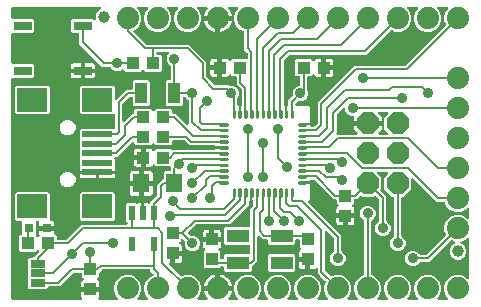
<source format=gbr>
G04 EAGLE Gerber RS-274X export*
G75*
%MOMM*%
%FSLAX34Y34*%
%LPD*%
%INTop Copper*%
%IPPOS*%
%AMOC8*
5,1,8,0,0,1.08239X$1,22.5*%
G01*
%ADD10C,0.255000*%
%ADD11R,1.100000X1.000000*%
%ADD12R,1.524000X0.762000*%
%ADD13R,1.900000X1.100000*%
%ADD14R,1.000000X1.100000*%
%ADD15R,2.500000X0.500000*%
%ADD16R,2.500000X2.000000*%
%ADD17R,1.000000X1.800000*%
%ADD18R,0.800000X0.800000*%
%ADD19R,0.550000X1.200000*%
%ADD20R,1.270000X0.635000*%
%ADD21R,1.400000X1.600000*%
%ADD22P,2.034460X8X112.500000*%
%ADD23C,1.879600*%
%ADD24C,1.000000*%
%ADD25C,0.889000*%
%ADD26C,0.203200*%

G36*
X62106Y3053D02*
X62106Y3053D01*
X62136Y3050D01*
X62247Y3073D01*
X62359Y3089D01*
X62385Y3101D01*
X62414Y3106D01*
X62515Y3159D01*
X62618Y3205D01*
X62641Y3224D01*
X62667Y3237D01*
X62749Y3315D01*
X62835Y3388D01*
X62851Y3413D01*
X62873Y3433D01*
X62930Y3531D01*
X62993Y3625D01*
X63002Y3653D01*
X63016Y3679D01*
X63044Y3788D01*
X63078Y3896D01*
X63079Y3926D01*
X63086Y3954D01*
X63083Y4067D01*
X63086Y4180D01*
X63078Y4209D01*
X63077Y4238D01*
X63042Y4346D01*
X63014Y4455D01*
X62999Y4481D01*
X62990Y4509D01*
X62944Y4573D01*
X62869Y4700D01*
X62832Y4735D01*
X62482Y5339D01*
X62309Y5986D01*
X62309Y9789D01*
X68834Y9789D01*
X68892Y9797D01*
X68950Y9795D01*
X69032Y9817D01*
X69115Y9829D01*
X69169Y9853D01*
X69225Y9867D01*
X69298Y9910D01*
X69375Y9945D01*
X69419Y9983D01*
X69470Y10013D01*
X69527Y10074D01*
X69592Y10129D01*
X69624Y10177D01*
X69664Y10220D01*
X69703Y10295D01*
X69749Y10365D01*
X69767Y10421D01*
X69794Y10473D01*
X69805Y10541D01*
X69835Y10636D01*
X69838Y10736D01*
X69849Y10804D01*
X69849Y12836D01*
X69841Y12894D01*
X69842Y12952D01*
X69821Y13034D01*
X69809Y13117D01*
X69785Y13171D01*
X69771Y13227D01*
X69728Y13300D01*
X69693Y13377D01*
X69655Y13421D01*
X69625Y13472D01*
X69564Y13529D01*
X69509Y13594D01*
X69461Y13626D01*
X69418Y13666D01*
X69343Y13705D01*
X69273Y13751D01*
X69217Y13769D01*
X69165Y13796D01*
X69097Y13807D01*
X69002Y13837D01*
X68902Y13840D01*
X68834Y13851D01*
X62309Y13851D01*
X62309Y17654D01*
X62482Y18301D01*
X62817Y18880D01*
X63290Y19353D01*
X63826Y19662D01*
X63864Y19692D01*
X63907Y19715D01*
X63975Y19779D01*
X64049Y19838D01*
X64078Y19877D01*
X64113Y19911D01*
X64161Y19992D01*
X64216Y20068D01*
X64232Y20114D01*
X64257Y20156D01*
X64280Y20247D01*
X64312Y20335D01*
X64315Y20384D01*
X64327Y20431D01*
X64324Y20525D01*
X64330Y20619D01*
X64320Y20667D01*
X64318Y20716D01*
X64289Y20805D01*
X64269Y20897D01*
X64246Y20940D01*
X64231Y20986D01*
X64188Y21046D01*
X64133Y21147D01*
X64072Y21208D01*
X64036Y21259D01*
X62817Y22478D01*
X62817Y24756D01*
X62809Y24814D01*
X62811Y24872D01*
X62789Y24954D01*
X62777Y25038D01*
X62754Y25091D01*
X62739Y25147D01*
X62696Y25220D01*
X62661Y25297D01*
X62623Y25342D01*
X62594Y25392D01*
X62532Y25450D01*
X62478Y25514D01*
X62429Y25546D01*
X62386Y25586D01*
X62311Y25625D01*
X62241Y25672D01*
X62185Y25689D01*
X62133Y25716D01*
X62065Y25727D01*
X61970Y25757D01*
X61870Y25760D01*
X61802Y25771D01*
X55903Y25771D01*
X55817Y25759D01*
X55729Y25756D01*
X55677Y25739D01*
X55622Y25731D01*
X55542Y25696D01*
X55459Y25669D01*
X55420Y25641D01*
X55362Y25615D01*
X55249Y25519D01*
X55185Y25474D01*
X46018Y16307D01*
X46018Y16306D01*
X43935Y14223D01*
X34798Y14223D01*
X34740Y14215D01*
X34682Y14217D01*
X34600Y14195D01*
X34516Y14183D01*
X34463Y14160D01*
X34407Y14145D01*
X34334Y14102D01*
X34257Y14067D01*
X34212Y14029D01*
X34162Y14000D01*
X34104Y13938D01*
X34040Y13884D01*
X34008Y13835D01*
X33968Y13792D01*
X33929Y13717D01*
X33882Y13647D01*
X33865Y13591D01*
X33838Y13539D01*
X33827Y13471D01*
X33797Y13376D01*
X33794Y13276D01*
X33792Y13264D01*
X32592Y12064D01*
X18208Y12064D01*
X17017Y13255D01*
X17017Y37545D01*
X18208Y38736D01*
X21336Y38736D01*
X21394Y38744D01*
X21452Y38742D01*
X21534Y38764D01*
X21618Y38776D01*
X21671Y38799D01*
X21727Y38814D01*
X21800Y38857D01*
X21877Y38892D01*
X21922Y38930D01*
X21972Y38959D01*
X22030Y39021D01*
X22094Y39075D01*
X22126Y39124D01*
X22166Y39167D01*
X22178Y39190D01*
X26439Y43451D01*
X26474Y43497D01*
X26517Y43538D01*
X26559Y43610D01*
X26610Y43678D01*
X26631Y43732D01*
X26660Y43783D01*
X26681Y43865D01*
X26711Y43943D01*
X26716Y44002D01*
X26730Y44058D01*
X26728Y44143D01*
X26735Y44227D01*
X26723Y44284D01*
X26721Y44343D01*
X26695Y44423D01*
X26679Y44505D01*
X26652Y44557D01*
X26634Y44613D01*
X26594Y44669D01*
X26548Y44758D01*
X26479Y44830D01*
X26439Y44886D01*
X26118Y45207D01*
X26071Y45243D01*
X26031Y45285D01*
X25958Y45328D01*
X25891Y45378D01*
X25836Y45399D01*
X25786Y45429D01*
X25704Y45449D01*
X25625Y45480D01*
X25567Y45484D01*
X25510Y45499D01*
X25426Y45496D01*
X25342Y45503D01*
X25284Y45492D01*
X25226Y45490D01*
X25146Y45464D01*
X25063Y45447D01*
X25011Y45420D01*
X24955Y45402D01*
X24899Y45362D01*
X24811Y45316D01*
X24738Y45247D01*
X24682Y45207D01*
X23242Y43767D01*
X10558Y43767D01*
X9367Y44958D01*
X9367Y56642D01*
X10558Y57833D01*
X10852Y57833D01*
X10910Y57841D01*
X10968Y57839D01*
X11050Y57861D01*
X11134Y57873D01*
X11187Y57896D01*
X11243Y57911D01*
X11316Y57954D01*
X11393Y57989D01*
X11438Y58027D01*
X11488Y58056D01*
X11546Y58118D01*
X11610Y58172D01*
X11642Y58221D01*
X11682Y58264D01*
X11721Y58339D01*
X11768Y58409D01*
X11785Y58465D01*
X11812Y58517D01*
X11823Y58585D01*
X11853Y58680D01*
X11856Y58780D01*
X11867Y58848D01*
X11867Y68377D01*
X11930Y68461D01*
X11941Y68489D01*
X11957Y68513D01*
X11991Y68621D01*
X12032Y68727D01*
X12034Y68756D01*
X12043Y68784D01*
X12046Y68897D01*
X12055Y69010D01*
X12049Y69039D01*
X12050Y69068D01*
X12022Y69178D01*
X11999Y69289D01*
X11986Y69315D01*
X11978Y69343D01*
X11921Y69441D01*
X11868Y69541D01*
X11848Y69563D01*
X11833Y69588D01*
X11751Y69665D01*
X11673Y69747D01*
X11647Y69762D01*
X11626Y69782D01*
X11525Y69834D01*
X11427Y69891D01*
X11399Y69898D01*
X11373Y69912D01*
X11295Y69925D01*
X11152Y69961D01*
X11089Y69959D01*
X11042Y69967D01*
X7458Y69967D01*
X6267Y71158D01*
X6267Y92842D01*
X7458Y94033D01*
X34142Y94033D01*
X35333Y92842D01*
X35333Y71056D01*
X35341Y71000D01*
X35339Y70954D01*
X35340Y70953D01*
X35339Y70940D01*
X35361Y70858D01*
X35373Y70774D01*
X35396Y70721D01*
X35411Y70665D01*
X35454Y70592D01*
X35489Y70515D01*
X35527Y70470D01*
X35556Y70420D01*
X35618Y70362D01*
X35672Y70298D01*
X35721Y70266D01*
X35764Y70226D01*
X35839Y70187D01*
X35909Y70140D01*
X35965Y70123D01*
X36017Y70096D01*
X36085Y70085D01*
X36180Y70055D01*
X36280Y70052D01*
X36348Y70041D01*
X37234Y70041D01*
X37881Y69868D01*
X38460Y69533D01*
X38933Y69060D01*
X39268Y68481D01*
X39441Y67834D01*
X39441Y65499D01*
X33884Y65499D01*
X33826Y65491D01*
X33768Y65493D01*
X33686Y65471D01*
X33603Y65459D01*
X33549Y65436D01*
X33493Y65421D01*
X33420Y65378D01*
X33343Y65343D01*
X33299Y65305D01*
X33248Y65276D01*
X33191Y65214D01*
X33126Y65160D01*
X33094Y65111D01*
X33054Y65068D01*
X33015Y64993D01*
X32969Y64923D01*
X32951Y64867D01*
X32924Y64815D01*
X32913Y64747D01*
X32900Y64705D01*
X32891Y64766D01*
X32867Y64819D01*
X32853Y64875D01*
X32809Y64948D01*
X32775Y65025D01*
X32737Y65070D01*
X32707Y65120D01*
X32646Y65178D01*
X32591Y65242D01*
X32543Y65274D01*
X32500Y65314D01*
X32425Y65353D01*
X32355Y65400D01*
X32299Y65417D01*
X32247Y65444D01*
X32179Y65455D01*
X32084Y65485D01*
X31984Y65488D01*
X31916Y65499D01*
X26359Y65499D01*
X26359Y67834D01*
X26537Y68497D01*
X26548Y68513D01*
X26579Y68612D01*
X26618Y68708D01*
X26622Y68747D01*
X26634Y68784D01*
X26636Y68888D01*
X26647Y68991D01*
X26640Y69029D01*
X26641Y69068D01*
X26615Y69169D01*
X26596Y69271D01*
X26579Y69306D01*
X26569Y69343D01*
X26516Y69432D01*
X26470Y69525D01*
X26444Y69554D01*
X26424Y69588D01*
X26348Y69659D01*
X26278Y69735D01*
X26245Y69756D01*
X26216Y69782D01*
X26124Y69830D01*
X26036Y69884D01*
X25998Y69894D01*
X25963Y69912D01*
X25887Y69925D01*
X25762Y69959D01*
X25687Y69958D01*
X25632Y69967D01*
X24758Y69967D01*
X24729Y69963D01*
X24700Y69966D01*
X24589Y69943D01*
X24477Y69927D01*
X24450Y69915D01*
X24421Y69910D01*
X24321Y69857D01*
X24218Y69811D01*
X24195Y69792D01*
X24169Y69779D01*
X24087Y69701D01*
X24001Y69628D01*
X23984Y69603D01*
X23963Y69583D01*
X23906Y69485D01*
X23843Y69391D01*
X23834Y69363D01*
X23819Y69338D01*
X23791Y69228D01*
X23757Y69120D01*
X23756Y69091D01*
X23749Y69062D01*
X23753Y68949D01*
X23750Y68836D01*
X23757Y68807D01*
X23758Y68778D01*
X23793Y68670D01*
X23822Y68561D01*
X23837Y68535D01*
X23846Y68507D01*
X23891Y68443D01*
X23933Y68374D01*
X23933Y58658D01*
X23893Y58618D01*
X23858Y58571D01*
X23815Y58531D01*
X23772Y58458D01*
X23722Y58391D01*
X23701Y58336D01*
X23671Y58286D01*
X23651Y58204D01*
X23620Y58125D01*
X23616Y58067D01*
X23601Y58010D01*
X23604Y57926D01*
X23597Y57842D01*
X23608Y57784D01*
X23610Y57726D01*
X23636Y57646D01*
X23653Y57563D01*
X23680Y57511D01*
X23698Y57455D01*
X23738Y57399D01*
X23784Y57311D01*
X23834Y57258D01*
X23847Y57236D01*
X23868Y57216D01*
X23893Y57182D01*
X24682Y56393D01*
X24729Y56358D01*
X24769Y56315D01*
X24842Y56272D01*
X24909Y56222D01*
X24964Y56201D01*
X25014Y56171D01*
X25096Y56151D01*
X25175Y56120D01*
X25233Y56116D01*
X25290Y56101D01*
X25374Y56104D01*
X25458Y56097D01*
X25516Y56108D01*
X25574Y56110D01*
X25654Y56136D01*
X25737Y56153D01*
X25789Y56180D01*
X25844Y56198D01*
X25901Y56238D01*
X25989Y56284D01*
X26062Y56352D01*
X26118Y56393D01*
X26608Y56883D01*
X26649Y56937D01*
X26698Y56985D01*
X26734Y57050D01*
X26779Y57110D01*
X26803Y57174D01*
X26837Y57233D01*
X26854Y57306D01*
X26880Y57376D01*
X26886Y57444D01*
X26902Y57510D01*
X26898Y57585D01*
X26904Y57659D01*
X26891Y57726D01*
X26887Y57794D01*
X26865Y57853D01*
X26848Y57938D01*
X26796Y58039D01*
X26770Y58109D01*
X26532Y58519D01*
X26359Y59166D01*
X26359Y61501D01*
X31916Y61501D01*
X31974Y61509D01*
X32032Y61507D01*
X32114Y61529D01*
X32197Y61541D01*
X32251Y61564D01*
X32307Y61579D01*
X32380Y61622D01*
X32457Y61657D01*
X32501Y61695D01*
X32552Y61724D01*
X32609Y61786D01*
X32674Y61840D01*
X32706Y61889D01*
X32746Y61932D01*
X32785Y62007D01*
X32831Y62077D01*
X32849Y62133D01*
X32876Y62185D01*
X32887Y62253D01*
X32900Y62295D01*
X32909Y62234D01*
X32933Y62181D01*
X32947Y62125D01*
X32991Y62052D01*
X33025Y61975D01*
X33063Y61930D01*
X33093Y61880D01*
X33154Y61822D01*
X33209Y61758D01*
X33257Y61726D01*
X33300Y61686D01*
X33375Y61647D01*
X33445Y61600D01*
X33501Y61583D01*
X33553Y61556D01*
X33621Y61545D01*
X33716Y61515D01*
X33816Y61512D01*
X33884Y61501D01*
X39441Y61501D01*
X39441Y59166D01*
X39426Y59111D01*
X39421Y59072D01*
X39416Y59055D01*
X39416Y59049D01*
X39405Y59016D01*
X39403Y58922D01*
X39392Y58829D01*
X39399Y58780D01*
X39398Y58732D01*
X39422Y58641D01*
X39437Y58548D01*
X39458Y58504D01*
X39470Y58457D01*
X39518Y58376D01*
X39558Y58291D01*
X39590Y58254D01*
X39615Y58212D01*
X39684Y58148D01*
X39746Y58077D01*
X39787Y58051D01*
X39823Y58018D01*
X39906Y57975D01*
X39985Y57924D01*
X40032Y57910D01*
X40076Y57888D01*
X40149Y57876D01*
X40220Y57855D01*
X41433Y56642D01*
X41433Y54864D01*
X41441Y54806D01*
X41439Y54748D01*
X41461Y54666D01*
X41473Y54582D01*
X41496Y54529D01*
X41511Y54473D01*
X41554Y54400D01*
X41589Y54323D01*
X41627Y54278D01*
X41656Y54228D01*
X41718Y54170D01*
X41772Y54106D01*
X41821Y54074D01*
X41864Y54034D01*
X41939Y53995D01*
X42009Y53948D01*
X42065Y53931D01*
X42117Y53904D01*
X42185Y53893D01*
X42280Y53863D01*
X42380Y53860D01*
X42448Y53849D01*
X49117Y53849D01*
X49203Y53861D01*
X49291Y53864D01*
X49343Y53881D01*
X49398Y53889D01*
X49478Y53924D01*
X49561Y53951D01*
X49600Y53979D01*
X49658Y54005D01*
X49771Y54101D01*
X49835Y54146D01*
X62237Y66549D01*
X100677Y66549D01*
X100706Y66553D01*
X100735Y66550D01*
X100846Y66573D01*
X100958Y66589D01*
X100985Y66601D01*
X101014Y66606D01*
X101114Y66659D01*
X101217Y66705D01*
X101240Y66724D01*
X101266Y66737D01*
X101348Y66815D01*
X101434Y66888D01*
X101451Y66913D01*
X101472Y66933D01*
X101529Y67031D01*
X101592Y67125D01*
X101601Y67153D01*
X101616Y67178D01*
X101644Y67288D01*
X101678Y67396D01*
X101679Y67426D01*
X101686Y67454D01*
X101682Y67567D01*
X101685Y67680D01*
X101678Y67709D01*
X101677Y67738D01*
X101642Y67846D01*
X101613Y67955D01*
X101598Y67981D01*
X101589Y68009D01*
X101544Y68073D01*
X101468Y68200D01*
X101422Y68243D01*
X101394Y68282D01*
X100017Y69659D01*
X100017Y83343D01*
X101208Y84534D01*
X108392Y84534D01*
X108473Y84453D01*
X108520Y84418D01*
X108560Y84375D01*
X108633Y84333D01*
X108700Y84282D01*
X108755Y84261D01*
X108805Y84231D01*
X108887Y84211D01*
X108966Y84181D01*
X109024Y84176D01*
X109081Y84161D01*
X109165Y84164D01*
X109249Y84157D01*
X109306Y84169D01*
X109365Y84170D01*
X109445Y84196D01*
X109528Y84213D01*
X109580Y84240D01*
X109635Y84258D01*
X109692Y84298D01*
X109780Y84344D01*
X109852Y84413D01*
X109909Y84453D01*
X109990Y84534D01*
X110569Y84869D01*
X111216Y85042D01*
X112926Y85042D01*
X112926Y76860D01*
X112934Y76802D01*
X112932Y76744D01*
X112954Y76662D01*
X112966Y76579D01*
X112989Y76525D01*
X113004Y76469D01*
X113047Y76396D01*
X113082Y76319D01*
X113120Y76275D01*
X113149Y76224D01*
X113211Y76167D01*
X113265Y76102D01*
X113314Y76070D01*
X113357Y76030D01*
X113432Y75991D01*
X113502Y75945D01*
X113558Y75927D01*
X113610Y75900D01*
X113678Y75889D01*
X113773Y75859D01*
X113873Y75856D01*
X113941Y75845D01*
X114659Y75845D01*
X114717Y75853D01*
X114775Y75852D01*
X114857Y75873D01*
X114941Y75885D01*
X114994Y75909D01*
X115050Y75923D01*
X115123Y75967D01*
X115200Y76001D01*
X115245Y76039D01*
X115295Y76069D01*
X115353Y76130D01*
X115417Y76185D01*
X115449Y76233D01*
X115489Y76276D01*
X115528Y76351D01*
X115575Y76421D01*
X115592Y76477D01*
X115619Y76529D01*
X115630Y76597D01*
X115660Y76692D01*
X115663Y76792D01*
X115674Y76860D01*
X115674Y85042D01*
X117384Y85042D01*
X118031Y84869D01*
X118610Y84534D01*
X118691Y84453D01*
X118738Y84418D01*
X118778Y84375D01*
X118851Y84333D01*
X118918Y84282D01*
X118973Y84261D01*
X119024Y84232D01*
X119105Y84211D01*
X119184Y84181D01*
X119242Y84176D01*
X119299Y84161D01*
X119383Y84164D01*
X119467Y84157D01*
X119525Y84169D01*
X119583Y84170D01*
X119663Y84196D01*
X119746Y84213D01*
X119798Y84240D01*
X119854Y84258D01*
X119910Y84298D01*
X119998Y84344D01*
X120071Y84413D01*
X120127Y84453D01*
X120454Y84780D01*
X120506Y84849D01*
X120566Y84913D01*
X120592Y84963D01*
X120625Y85007D01*
X120656Y85088D01*
X120696Y85166D01*
X120704Y85214D01*
X120726Y85272D01*
X120738Y85420D01*
X120751Y85497D01*
X120751Y85693D01*
X126194Y91135D01*
X126246Y91205D01*
X126306Y91269D01*
X126332Y91319D01*
X126365Y91363D01*
X126396Y91444D01*
X126436Y91522D01*
X126444Y91570D01*
X126466Y91628D01*
X126478Y91776D01*
X126491Y91853D01*
X126491Y100323D01*
X130817Y104649D01*
X130952Y104649D01*
X131010Y104657D01*
X131068Y104655D01*
X131150Y104677D01*
X131234Y104689D01*
X131287Y104712D01*
X131343Y104727D01*
X131416Y104770D01*
X131493Y104805D01*
X131538Y104843D01*
X131588Y104872D01*
X131646Y104934D01*
X131710Y104988D01*
X131742Y105037D01*
X131782Y105080D01*
X131821Y105155D01*
X131868Y105225D01*
X131885Y105281D01*
X131912Y105333D01*
X131923Y105401D01*
X131953Y105496D01*
X131956Y105596D01*
X131967Y105664D01*
X131967Y110442D01*
X133158Y111633D01*
X136906Y111633D01*
X136964Y111641D01*
X137022Y111639D01*
X137104Y111661D01*
X137188Y111673D01*
X137241Y111696D01*
X137297Y111711D01*
X137370Y111754D01*
X137447Y111789D01*
X137492Y111827D01*
X137542Y111856D01*
X137600Y111918D01*
X137664Y111972D01*
X137696Y112021D01*
X137736Y112064D01*
X137775Y112139D01*
X137822Y112209D01*
X137839Y112265D01*
X137866Y112317D01*
X137877Y112385D01*
X137907Y112480D01*
X137910Y112580D01*
X137921Y112648D01*
X137921Y115142D01*
X137913Y115200D01*
X137915Y115258D01*
X137893Y115340D01*
X137881Y115424D01*
X137858Y115477D01*
X137843Y115533D01*
X137800Y115606D01*
X137765Y115683D01*
X137727Y115728D01*
X137698Y115778D01*
X137636Y115836D01*
X137582Y115900D01*
X137533Y115932D01*
X137490Y115972D01*
X137415Y116011D01*
X137345Y116058D01*
X137289Y116075D01*
X137237Y116102D01*
X137169Y116113D01*
X137074Y116143D01*
X136974Y116146D01*
X136906Y116157D01*
X125348Y116157D01*
X124129Y117376D01*
X124091Y117405D01*
X124058Y117441D01*
X123977Y117490D01*
X123902Y117547D01*
X123857Y117564D01*
X123815Y117590D01*
X123724Y117615D01*
X123637Y117648D01*
X123588Y117652D01*
X123541Y117665D01*
X123447Y117664D01*
X123353Y117672D01*
X123306Y117662D01*
X123257Y117661D01*
X123167Y117634D01*
X123075Y117616D01*
X123031Y117593D01*
X122985Y117579D01*
X122906Y117528D01*
X122822Y117485D01*
X122787Y117451D01*
X122746Y117425D01*
X122699Y117367D01*
X122616Y117289D01*
X122572Y117214D01*
X122532Y117166D01*
X122223Y116630D01*
X121750Y116157D01*
X121171Y115822D01*
X120524Y115649D01*
X116721Y115649D01*
X116721Y122174D01*
X116713Y122232D01*
X116714Y122290D01*
X116693Y122372D01*
X116681Y122455D01*
X116657Y122509D01*
X116643Y122565D01*
X116600Y122638D01*
X116565Y122715D01*
X116527Y122759D01*
X116497Y122810D01*
X116436Y122867D01*
X116381Y122932D01*
X116333Y122964D01*
X116290Y123004D01*
X116215Y123043D01*
X116145Y123089D01*
X116089Y123107D01*
X116037Y123134D01*
X115969Y123145D01*
X115874Y123175D01*
X115774Y123178D01*
X115706Y123189D01*
X114689Y123189D01*
X114689Y123191D01*
X115706Y123191D01*
X115764Y123199D01*
X115822Y123198D01*
X115904Y123219D01*
X115987Y123231D01*
X116041Y123255D01*
X116097Y123269D01*
X116170Y123312D01*
X116247Y123347D01*
X116291Y123385D01*
X116342Y123415D01*
X116399Y123476D01*
X116464Y123531D01*
X116496Y123579D01*
X116536Y123622D01*
X116575Y123697D01*
X116621Y123767D01*
X116639Y123823D01*
X116666Y123875D01*
X116677Y123943D01*
X116707Y124038D01*
X116710Y124138D01*
X116721Y124206D01*
X116721Y130731D01*
X120524Y130731D01*
X121171Y130558D01*
X121750Y130223D01*
X122223Y129750D01*
X122532Y129214D01*
X122562Y129176D01*
X122585Y129133D01*
X122649Y129065D01*
X122708Y128991D01*
X122747Y128962D01*
X122781Y128927D01*
X122862Y128879D01*
X122938Y128824D01*
X122984Y128808D01*
X123026Y128783D01*
X123117Y128760D01*
X123205Y128728D01*
X123254Y128725D01*
X123301Y128713D01*
X123395Y128716D01*
X123489Y128710D01*
X123537Y128720D01*
X123586Y128722D01*
X123675Y128751D01*
X123767Y128771D01*
X123810Y128794D01*
X123856Y128809D01*
X123916Y128852D01*
X124017Y128907D01*
X124078Y128968D01*
X124129Y129004D01*
X125348Y130223D01*
X138032Y130223D01*
X138239Y130016D01*
X138285Y129981D01*
X138326Y129938D01*
X138398Y129896D01*
X138466Y129845D01*
X138521Y129824D01*
X138571Y129795D01*
X138653Y129774D01*
X138732Y129744D01*
X138790Y129739D01*
X138847Y129725D01*
X138931Y129727D01*
X139015Y129720D01*
X139072Y129732D01*
X139131Y129734D01*
X139211Y129760D01*
X139294Y129776D01*
X139345Y129803D01*
X139401Y129821D01*
X139457Y129861D01*
X139546Y129907D01*
X139618Y129976D01*
X139675Y130016D01*
X139707Y130049D01*
X174999Y130049D01*
X175048Y130056D01*
X175097Y130053D01*
X175188Y130075D01*
X175281Y130089D01*
X175325Y130109D01*
X175373Y130120D01*
X175454Y130166D01*
X175540Y130205D01*
X175577Y130236D01*
X175620Y130261D01*
X175685Y130328D01*
X175757Y130388D01*
X175784Y130429D01*
X175818Y130464D01*
X175863Y130547D01*
X175915Y130625D01*
X175929Y130672D01*
X175953Y130715D01*
X175972Y130807D01*
X176000Y130896D01*
X176002Y130945D01*
X176010Y130985D01*
X182535Y130985D01*
X182593Y130993D01*
X182651Y130991D01*
X182733Y131013D01*
X182816Y131024D01*
X182870Y131048D01*
X182926Y131063D01*
X182999Y131106D01*
X183076Y131141D01*
X183120Y131178D01*
X183170Y131208D01*
X183228Y131270D01*
X183293Y131324D01*
X183325Y131373D01*
X183365Y131416D01*
X183403Y131491D01*
X183450Y131561D01*
X183468Y131617D01*
X183494Y131669D01*
X183506Y131737D01*
X183536Y131832D01*
X183539Y131932D01*
X183550Y132000D01*
X183542Y132058D01*
X183543Y132095D01*
X183543Y132116D01*
X183522Y132198D01*
X183510Y132282D01*
X183486Y132335D01*
X183471Y132392D01*
X183428Y132464D01*
X183394Y132541D01*
X183356Y132586D01*
X183326Y132636D01*
X183265Y132694D01*
X183210Y132758D01*
X183162Y132790D01*
X183119Y132830D01*
X183044Y132869D01*
X182974Y132916D01*
X182918Y132933D01*
X182866Y132960D01*
X182798Y132971D01*
X182703Y133001D01*
X182603Y133004D01*
X182535Y133015D01*
X175950Y133015D01*
X175931Y133060D01*
X175916Y133116D01*
X175873Y133188D01*
X175838Y133266D01*
X175800Y133310D01*
X175771Y133360D01*
X175709Y133418D01*
X175655Y133483D01*
X175606Y133515D01*
X175563Y133555D01*
X175488Y133593D01*
X175418Y133640D01*
X175362Y133658D01*
X175310Y133684D01*
X175242Y133696D01*
X175147Y133726D01*
X175047Y133729D01*
X174979Y133740D01*
X154048Y133740D01*
X150165Y137624D01*
X150095Y137676D01*
X150031Y137736D01*
X149981Y137762D01*
X149937Y137795D01*
X149856Y137826D01*
X149778Y137866D01*
X149730Y137874D01*
X149672Y137896D01*
X149524Y137908D01*
X149447Y137921D01*
X140238Y137921D01*
X140180Y137913D01*
X140122Y137915D01*
X140040Y137893D01*
X139956Y137881D01*
X139903Y137858D01*
X139847Y137843D01*
X139774Y137800D01*
X139697Y137765D01*
X139652Y137727D01*
X139602Y137698D01*
X139544Y137636D01*
X139480Y137582D01*
X139448Y137533D01*
X139408Y137490D01*
X139369Y137415D01*
X139322Y137345D01*
X139305Y137289D01*
X139278Y137237D01*
X139267Y137169D01*
X139237Y137074D01*
X139234Y136974D01*
X139223Y136906D01*
X139223Y135128D01*
X138032Y133937D01*
X125348Y133937D01*
X123908Y135377D01*
X123861Y135412D01*
X123821Y135455D01*
X123748Y135498D01*
X123681Y135548D01*
X123626Y135569D01*
X123576Y135599D01*
X123494Y135619D01*
X123415Y135650D01*
X123357Y135654D01*
X123300Y135669D01*
X123216Y135666D01*
X123132Y135673D01*
X123074Y135662D01*
X123016Y135660D01*
X122936Y135634D01*
X122853Y135617D01*
X122801Y135590D01*
X122745Y135572D01*
X122689Y135532D01*
X122601Y135486D01*
X122528Y135418D01*
X122472Y135377D01*
X121032Y133937D01*
X108348Y133937D01*
X107157Y135128D01*
X107157Y135955D01*
X107153Y135984D01*
X107156Y136013D01*
X107133Y136124D01*
X107117Y136236D01*
X107105Y136263D01*
X107100Y136292D01*
X107048Y136392D01*
X107001Y136496D01*
X106982Y136518D01*
X106969Y136544D01*
X106891Y136626D01*
X106818Y136713D01*
X106793Y136729D01*
X106773Y136750D01*
X106675Y136807D01*
X106581Y136870D01*
X106553Y136879D01*
X106528Y136894D01*
X106418Y136922D01*
X106310Y136956D01*
X106280Y136957D01*
X106252Y136964D01*
X106139Y136960D01*
X106026Y136963D01*
X105997Y136956D01*
X105968Y136955D01*
X105860Y136920D01*
X105751Y136891D01*
X105725Y136876D01*
X105697Y136867D01*
X105634Y136822D01*
X105506Y136746D01*
X105463Y136701D01*
X105424Y136673D01*
X92703Y123951D01*
X91174Y123951D01*
X91145Y123947D01*
X91116Y123950D01*
X91005Y123927D01*
X90893Y123911D01*
X90866Y123899D01*
X90837Y123894D01*
X90737Y123841D01*
X90634Y123795D01*
X90611Y123776D01*
X90585Y123763D01*
X90503Y123685D01*
X90417Y123612D01*
X90400Y123587D01*
X90379Y123567D01*
X90322Y123469D01*
X90259Y123375D01*
X90250Y123347D01*
X90235Y123322D01*
X90207Y123212D01*
X90173Y123104D01*
X90172Y123075D01*
X90165Y123046D01*
X90169Y122933D01*
X90166Y122820D01*
X90173Y122791D01*
X90174Y122762D01*
X90209Y122654D01*
X90238Y122545D01*
X90253Y122519D01*
X90262Y122491D01*
X90307Y122427D01*
X90333Y122385D01*
X90333Y115333D01*
X90346Y115236D01*
X90351Y115139D01*
X90365Y115102D01*
X90373Y115051D01*
X90443Y114894D01*
X90469Y114825D01*
X90668Y114481D01*
X90841Y113834D01*
X90841Y112249D01*
X76034Y112249D01*
X75976Y112241D01*
X75918Y112243D01*
X75836Y112221D01*
X75796Y112216D01*
X75734Y112235D01*
X75634Y112238D01*
X75566Y112249D01*
X60759Y112249D01*
X60759Y113834D01*
X60932Y114481D01*
X61131Y114825D01*
X61168Y114915D01*
X61212Y115002D01*
X61218Y115041D01*
X61238Y115089D01*
X61255Y115260D01*
X61267Y115333D01*
X61267Y122352D01*
X61285Y122369D01*
X61328Y122442D01*
X61378Y122509D01*
X61399Y122564D01*
X61429Y122614D01*
X61450Y122696D01*
X61480Y122775D01*
X61484Y122833D01*
X61499Y122890D01*
X61496Y122974D01*
X61503Y123058D01*
X61492Y123116D01*
X61490Y123174D01*
X61464Y123254D01*
X61447Y123337D01*
X61420Y123389D01*
X61402Y123445D01*
X61362Y123501D01*
X61316Y123589D01*
X61267Y123641D01*
X61267Y130352D01*
X61285Y130369D01*
X61328Y130442D01*
X61378Y130509D01*
X61399Y130564D01*
X61429Y130614D01*
X61449Y130696D01*
X61479Y130775D01*
X61484Y130833D01*
X61499Y130890D01*
X61496Y130974D01*
X61503Y131058D01*
X61492Y131116D01*
X61490Y131174D01*
X61464Y131254D01*
X61447Y131337D01*
X61420Y131389D01*
X61402Y131445D01*
X61362Y131501D01*
X61316Y131589D01*
X61267Y131641D01*
X61267Y138352D01*
X61285Y138369D01*
X61328Y138442D01*
X61378Y138509D01*
X61399Y138564D01*
X61429Y138614D01*
X61449Y138696D01*
X61479Y138775D01*
X61484Y138833D01*
X61499Y138890D01*
X61496Y138974D01*
X61503Y139058D01*
X61492Y139116D01*
X61490Y139174D01*
X61464Y139254D01*
X61447Y139337D01*
X61420Y139389D01*
X61402Y139445D01*
X61362Y139501D01*
X61316Y139589D01*
X61267Y139641D01*
X61267Y146342D01*
X62458Y147533D01*
X89142Y147533D01*
X89198Y147477D01*
X89222Y147459D01*
X89241Y147437D01*
X89335Y147374D01*
X89425Y147306D01*
X89453Y147295D01*
X89477Y147279D01*
X89585Y147245D01*
X89691Y147204D01*
X89720Y147202D01*
X89748Y147193D01*
X89861Y147190D01*
X89974Y147181D01*
X90003Y147187D01*
X90032Y147186D01*
X90142Y147214D01*
X90253Y147237D01*
X90279Y147250D01*
X90307Y147258D01*
X90405Y147316D01*
X90505Y147368D01*
X90527Y147388D01*
X90552Y147403D01*
X90629Y147486D01*
X90711Y147564D01*
X90726Y147589D01*
X90746Y147610D01*
X90798Y147711D01*
X90855Y147809D01*
X90862Y147837D01*
X90876Y147863D01*
X90889Y147941D01*
X90925Y148084D01*
X90923Y148147D01*
X90931Y148194D01*
X90931Y159306D01*
X90927Y159335D01*
X90930Y159364D01*
X90907Y159475D01*
X90891Y159587D01*
X90879Y159614D01*
X90874Y159643D01*
X90822Y159743D01*
X90775Y159846D01*
X90756Y159869D01*
X90743Y159895D01*
X90665Y159977D01*
X90592Y160063D01*
X90567Y160080D01*
X90547Y160101D01*
X90449Y160158D01*
X90355Y160221D01*
X90327Y160230D01*
X90302Y160245D01*
X90192Y160273D01*
X90084Y160307D01*
X90055Y160308D01*
X90026Y160315D01*
X89913Y160311D01*
X89800Y160314D01*
X89771Y160307D01*
X89742Y160306D01*
X89634Y160271D01*
X89525Y160242D01*
X89499Y160227D01*
X89471Y160218D01*
X89408Y160173D01*
X89280Y160097D01*
X89237Y160051D01*
X89198Y160023D01*
X89142Y159967D01*
X62458Y159967D01*
X61267Y161158D01*
X61267Y182842D01*
X62458Y184033D01*
X89142Y184033D01*
X90333Y182842D01*
X90333Y173295D01*
X90337Y173266D01*
X90334Y173237D01*
X90357Y173126D01*
X90373Y173014D01*
X90385Y172987D01*
X90390Y172958D01*
X90442Y172858D01*
X90489Y172754D01*
X90508Y172732D01*
X90521Y172706D01*
X90599Y172624D01*
X90672Y172537D01*
X90697Y172521D01*
X90717Y172500D01*
X90815Y172443D01*
X90909Y172380D01*
X90937Y172371D01*
X90962Y172356D01*
X91072Y172328D01*
X91180Y172294D01*
X91210Y172293D01*
X91238Y172286D01*
X91351Y172290D01*
X91464Y172287D01*
X91493Y172294D01*
X91522Y172295D01*
X91630Y172330D01*
X91739Y172359D01*
X91765Y172374D01*
X91793Y172383D01*
X91856Y172428D01*
X91984Y172504D01*
X92027Y172549D01*
X92066Y172577D01*
X100337Y180849D01*
X104952Y180849D01*
X105010Y180857D01*
X105068Y180855D01*
X105150Y180877D01*
X105234Y180889D01*
X105287Y180912D01*
X105343Y180927D01*
X105416Y180970D01*
X105493Y181005D01*
X105538Y181043D01*
X105588Y181072D01*
X105646Y181134D01*
X105710Y181188D01*
X105742Y181237D01*
X105782Y181280D01*
X105821Y181355D01*
X105868Y181425D01*
X105885Y181481D01*
X105912Y181533D01*
X105923Y181601D01*
X105953Y181696D01*
X105956Y181796D01*
X105967Y181864D01*
X105967Y187642D01*
X107158Y188833D01*
X118842Y188833D01*
X120033Y187642D01*
X120033Y167958D01*
X118842Y166767D01*
X107158Y166767D01*
X105967Y167958D01*
X105967Y173736D01*
X105959Y173794D01*
X105961Y173852D01*
X105939Y173934D01*
X105927Y174018D01*
X105904Y174071D01*
X105889Y174127D01*
X105846Y174200D01*
X105811Y174277D01*
X105773Y174322D01*
X105744Y174372D01*
X105682Y174430D01*
X105628Y174494D01*
X105579Y174526D01*
X105536Y174566D01*
X105461Y174605D01*
X105391Y174652D01*
X105335Y174669D01*
X105283Y174696D01*
X105215Y174707D01*
X105120Y174737D01*
X105020Y174740D01*
X104952Y174751D01*
X103283Y174751D01*
X103197Y174739D01*
X103109Y174736D01*
X103057Y174719D01*
X103002Y174711D01*
X102922Y174676D01*
X102839Y174649D01*
X102800Y174621D01*
X102742Y174595D01*
X102629Y174499D01*
X102565Y174454D01*
X97326Y169215D01*
X97274Y169145D01*
X97214Y169081D01*
X97188Y169031D01*
X97155Y168987D01*
X97124Y168906D01*
X97084Y168828D01*
X97076Y168780D01*
X97054Y168722D01*
X97042Y168574D01*
X97029Y168497D01*
X97029Y154591D01*
X97033Y154562D01*
X97030Y154533D01*
X97053Y154422D01*
X97069Y154310D01*
X97081Y154283D01*
X97086Y154254D01*
X97138Y154154D01*
X97185Y154050D01*
X97204Y154028D01*
X97217Y154002D01*
X97295Y153920D01*
X97368Y153833D01*
X97393Y153817D01*
X97413Y153796D01*
X97511Y153739D01*
X97605Y153676D01*
X97633Y153667D01*
X97658Y153652D01*
X97768Y153624D01*
X97876Y153590D01*
X97906Y153589D01*
X97934Y153582D01*
X98047Y153586D01*
X98160Y153583D01*
X98189Y153590D01*
X98218Y153591D01*
X98326Y153626D01*
X98435Y153655D01*
X98461Y153670D01*
X98489Y153679D01*
X98552Y153724D01*
X98680Y153800D01*
X98723Y153845D01*
X98762Y153873D01*
X105417Y160529D01*
X106142Y160529D01*
X106200Y160537D01*
X106258Y160535D01*
X106340Y160557D01*
X106424Y160569D01*
X106477Y160592D01*
X106533Y160607D01*
X106606Y160650D01*
X106683Y160685D01*
X106728Y160723D01*
X106778Y160752D01*
X106836Y160814D01*
X106900Y160868D01*
X106932Y160917D01*
X106972Y160960D01*
X107011Y161035D01*
X107058Y161105D01*
X107075Y161161D01*
X107102Y161213D01*
X107113Y161281D01*
X107143Y161376D01*
X107146Y161476D01*
X107157Y161544D01*
X107157Y163322D01*
X108348Y164513D01*
X121032Y164513D01*
X122472Y163073D01*
X122519Y163037D01*
X122559Y162995D01*
X122632Y162952D01*
X122699Y162902D01*
X122754Y162881D01*
X122804Y162851D01*
X122886Y162831D01*
X122965Y162800D01*
X123023Y162796D01*
X123080Y162781D01*
X123164Y162784D01*
X123248Y162777D01*
X123306Y162788D01*
X123364Y162790D01*
X123444Y162816D01*
X123527Y162833D01*
X123579Y162860D01*
X123635Y162878D01*
X123691Y162918D01*
X123779Y162964D01*
X123852Y163033D01*
X123908Y163073D01*
X125348Y164513D01*
X138032Y164513D01*
X139223Y163322D01*
X139223Y161544D01*
X139231Y161486D01*
X139229Y161428D01*
X139251Y161346D01*
X139263Y161262D01*
X139286Y161209D01*
X139301Y161153D01*
X139344Y161080D01*
X139379Y161003D01*
X139417Y160958D01*
X139446Y160908D01*
X139508Y160850D01*
X139562Y160786D01*
X139611Y160754D01*
X139654Y160714D01*
X139729Y160675D01*
X139799Y160628D01*
X139855Y160611D01*
X139907Y160584D01*
X139975Y160573D01*
X140070Y160543D01*
X140170Y160540D01*
X140238Y160529D01*
X142233Y160529D01*
X151428Y151333D01*
X151452Y151316D01*
X151471Y151293D01*
X151565Y151231D01*
X151655Y151163D01*
X151683Y151152D01*
X151707Y151136D01*
X151815Y151102D01*
X151921Y151061D01*
X151950Y151059D01*
X151978Y151050D01*
X152092Y151047D01*
X152204Y151038D01*
X152233Y151043D01*
X152262Y151043D01*
X152372Y151071D01*
X152483Y151094D01*
X152509Y151107D01*
X152537Y151115D01*
X152635Y151172D01*
X152735Y151225D01*
X152757Y151245D01*
X152782Y151260D01*
X152859Y151342D01*
X152941Y151420D01*
X152956Y151446D01*
X152976Y151467D01*
X153028Y151568D01*
X153085Y151666D01*
X153092Y151694D01*
X153106Y151720D01*
X153119Y151798D01*
X153155Y151941D01*
X153153Y152004D01*
X153161Y152051D01*
X153161Y171373D01*
X153161Y171375D01*
X153161Y171376D01*
X153141Y171515D01*
X153121Y171655D01*
X153121Y171656D01*
X153121Y171658D01*
X153063Y171785D01*
X153005Y171914D01*
X153004Y171915D01*
X153003Y171917D01*
X152912Y172024D01*
X152822Y172131D01*
X152820Y172132D01*
X152819Y172133D01*
X152806Y172141D01*
X152585Y172289D01*
X152556Y172298D01*
X152544Y172305D01*
X150717Y174132D01*
X150649Y174247D01*
X150577Y174369D01*
X150575Y174370D01*
X150575Y174372D01*
X150472Y174468D01*
X150370Y174564D01*
X150368Y174565D01*
X150367Y174566D01*
X150242Y174630D01*
X150117Y174695D01*
X150116Y174695D01*
X150114Y174696D01*
X150098Y174698D01*
X149838Y174750D01*
X149808Y174747D01*
X149783Y174751D01*
X149048Y174751D01*
X148990Y174743D01*
X148932Y174745D01*
X148850Y174723D01*
X148766Y174711D01*
X148713Y174688D01*
X148657Y174673D01*
X148584Y174630D01*
X148507Y174595D01*
X148462Y174557D01*
X148412Y174528D01*
X148354Y174466D01*
X148290Y174412D01*
X148258Y174363D01*
X148218Y174320D01*
X148179Y174245D01*
X148132Y174175D01*
X148115Y174119D01*
X148088Y174067D01*
X148077Y173999D01*
X148047Y173904D01*
X148044Y173804D01*
X148033Y173736D01*
X148033Y167958D01*
X146842Y166767D01*
X135158Y166767D01*
X133967Y167958D01*
X133967Y187642D01*
X135158Y188833D01*
X136936Y188833D01*
X136994Y188841D01*
X137052Y188839D01*
X137134Y188861D01*
X137218Y188873D01*
X137271Y188896D01*
X137327Y188911D01*
X137400Y188954D01*
X137477Y188989D01*
X137522Y189027D01*
X137572Y189056D01*
X137630Y189118D01*
X137694Y189172D01*
X137726Y189221D01*
X137766Y189264D01*
X137805Y189339D01*
X137852Y189409D01*
X137869Y189465D01*
X137896Y189517D01*
X137907Y189585D01*
X137937Y189680D01*
X137940Y189780D01*
X137951Y189848D01*
X137951Y199351D01*
X137951Y199353D01*
X137951Y199355D01*
X137946Y200577D01*
X137930Y200690D01*
X137906Y200857D01*
X137906Y200858D01*
X137856Y200967D01*
X137789Y201116D01*
X137788Y201117D01*
X137721Y201196D01*
X137604Y201333D01*
X137367Y201490D01*
X137339Y201498D01*
X137320Y201511D01*
X137301Y201519D01*
X135478Y203341D01*
X134492Y205722D01*
X134492Y208298D01*
X135478Y210679D01*
X135917Y211118D01*
X135935Y211142D01*
X135957Y211161D01*
X136020Y211255D01*
X136088Y211345D01*
X136099Y211373D01*
X136115Y211397D01*
X136149Y211505D01*
X136189Y211611D01*
X136192Y211640D01*
X136201Y211668D01*
X136204Y211782D01*
X136213Y211894D01*
X136207Y211923D01*
X136208Y211952D01*
X136179Y212062D01*
X136157Y212173D01*
X136144Y212199D01*
X136136Y212227D01*
X136078Y212325D01*
X136026Y212425D01*
X136006Y212447D01*
X135991Y212472D01*
X135908Y212549D01*
X135830Y212631D01*
X135805Y212646D01*
X135784Y212666D01*
X135683Y212718D01*
X135585Y212775D01*
X135557Y212782D01*
X135530Y212796D01*
X135453Y212809D01*
X135309Y212845D01*
X135247Y212843D01*
X135199Y212851D01*
X126864Y212851D01*
X126806Y212843D01*
X126748Y212845D01*
X126666Y212823D01*
X126582Y212811D01*
X126529Y212788D01*
X126473Y212773D01*
X126400Y212730D01*
X126323Y212695D01*
X126278Y212657D01*
X126228Y212628D01*
X126170Y212566D01*
X126106Y212512D01*
X126074Y212463D01*
X126034Y212420D01*
X125995Y212345D01*
X125948Y212275D01*
X125931Y212219D01*
X125904Y212167D01*
X125893Y212099D01*
X125863Y212004D01*
X125860Y211904D01*
X125849Y211836D01*
X125849Y211248D01*
X125857Y211190D01*
X125855Y211132D01*
X125877Y211050D01*
X125889Y210966D01*
X125912Y210913D01*
X125927Y210857D01*
X125970Y210784D01*
X126005Y210707D01*
X126043Y210662D01*
X126072Y210612D01*
X126134Y210554D01*
X126188Y210490D01*
X126237Y210458D01*
X126280Y210418D01*
X126355Y210379D01*
X126425Y210332D01*
X126481Y210315D01*
X126533Y210288D01*
X126601Y210277D01*
X126696Y210247D01*
X126796Y210244D01*
X126864Y210233D01*
X129142Y210233D01*
X130333Y209042D01*
X130333Y197358D01*
X129142Y196167D01*
X116458Y196167D01*
X115018Y197607D01*
X114971Y197642D01*
X114931Y197685D01*
X114858Y197728D01*
X114791Y197778D01*
X114736Y197799D01*
X114686Y197829D01*
X114604Y197849D01*
X114525Y197880D01*
X114467Y197884D01*
X114410Y197899D01*
X114326Y197896D01*
X114242Y197903D01*
X114184Y197892D01*
X114126Y197890D01*
X114046Y197864D01*
X113963Y197847D01*
X113911Y197820D01*
X113855Y197802D01*
X113799Y197762D01*
X113711Y197716D01*
X113638Y197648D01*
X113582Y197607D01*
X112142Y196167D01*
X99458Y196167D01*
X98232Y197393D01*
X98227Y197427D01*
X98215Y197454D01*
X98210Y197482D01*
X98158Y197583D01*
X98111Y197686D01*
X98092Y197709D01*
X98079Y197735D01*
X98001Y197817D01*
X97928Y197903D01*
X97903Y197920D01*
X97883Y197941D01*
X97785Y197998D01*
X97691Y198061D01*
X97663Y198070D01*
X97638Y198085D01*
X97528Y198112D01*
X97420Y198147D01*
X97391Y198147D01*
X97362Y198155D01*
X97249Y198151D01*
X97136Y198154D01*
X97107Y198147D01*
X97078Y198146D01*
X96970Y198111D01*
X96861Y198082D01*
X96835Y198067D01*
X96807Y198058D01*
X96744Y198013D01*
X96616Y197937D01*
X96573Y197891D01*
X96534Y197863D01*
X96379Y197708D01*
X93998Y196722D01*
X91422Y196722D01*
X89041Y197708D01*
X87217Y199532D01*
X87150Y199644D01*
X87076Y199769D01*
X87075Y199770D01*
X87075Y199772D01*
X86970Y199869D01*
X86870Y199965D01*
X86868Y199965D01*
X86867Y199966D01*
X86742Y200031D01*
X86617Y200095D01*
X86615Y200095D01*
X86614Y200096D01*
X86599Y200098D01*
X86338Y200150D01*
X86308Y200147D01*
X86283Y200151D01*
X80017Y200151D01*
X60451Y219717D01*
X60451Y228092D01*
X60443Y228150D01*
X60445Y228208D01*
X60423Y228290D01*
X60411Y228374D01*
X60388Y228427D01*
X60373Y228483D01*
X60330Y228556D01*
X60295Y228633D01*
X60257Y228678D01*
X60228Y228728D01*
X60166Y228786D01*
X60112Y228850D01*
X60063Y228882D01*
X60020Y228922D01*
X59945Y228961D01*
X59875Y229008D01*
X59819Y229025D01*
X59767Y229052D01*
X59699Y229063D01*
X59604Y229093D01*
X59504Y229096D01*
X59436Y229107D01*
X55038Y229107D01*
X53847Y230298D01*
X53847Y239602D01*
X55038Y240793D01*
X71962Y240793D01*
X72738Y240016D01*
X72807Y239965D01*
X72870Y239906D01*
X72920Y239880D01*
X72966Y239845D01*
X73046Y239815D01*
X73122Y239775D01*
X73178Y239764D01*
X73231Y239744D01*
X73317Y239737D01*
X73401Y239720D01*
X73458Y239725D01*
X73515Y239721D01*
X73599Y239737D01*
X73685Y239745D01*
X73738Y239765D01*
X73793Y239776D01*
X73870Y239816D01*
X73950Y239847D01*
X73995Y239881D01*
X74046Y239907D01*
X74108Y239967D01*
X74177Y240018D01*
X74211Y240064D01*
X74252Y240103D01*
X74295Y240177D01*
X74347Y240246D01*
X74367Y240299D01*
X74396Y240348D01*
X74417Y240432D01*
X74447Y240512D01*
X74452Y240569D01*
X74466Y240624D01*
X74463Y240710D01*
X74470Y240796D01*
X74459Y240844D01*
X74457Y240908D01*
X74412Y241046D01*
X74394Y241123D01*
X74374Y241171D01*
X74374Y243969D01*
X75445Y246554D01*
X77423Y248532D01*
X78548Y248998D01*
X78622Y249042D01*
X78701Y249077D01*
X78744Y249114D01*
X78793Y249143D01*
X78852Y249205D01*
X78918Y249261D01*
X78949Y249308D01*
X78988Y249349D01*
X79028Y249426D01*
X79075Y249497D01*
X79092Y249551D01*
X79118Y249602D01*
X79135Y249686D01*
X79161Y249768D01*
X79163Y249825D01*
X79174Y249881D01*
X79166Y249966D01*
X79168Y250052D01*
X79154Y250107D01*
X79149Y250164D01*
X79118Y250245D01*
X79097Y250327D01*
X79068Y250376D01*
X79047Y250429D01*
X78995Y250498D01*
X78951Y250572D01*
X78910Y250611D01*
X78875Y250656D01*
X78807Y250708D01*
X78744Y250766D01*
X78693Y250792D01*
X78648Y250826D01*
X78567Y250857D01*
X78491Y250896D01*
X78442Y250904D01*
X78382Y250927D01*
X78237Y250938D01*
X78160Y250951D01*
X4064Y250951D01*
X4006Y250943D01*
X3948Y250945D01*
X3866Y250923D01*
X3782Y250911D01*
X3729Y250888D01*
X3673Y250873D01*
X3600Y250830D01*
X3523Y250795D01*
X3478Y250757D01*
X3428Y250728D01*
X3370Y250666D01*
X3306Y250612D01*
X3274Y250563D01*
X3234Y250520D01*
X3195Y250445D01*
X3148Y250375D01*
X3131Y250319D01*
X3104Y250267D01*
X3093Y250199D01*
X3063Y250104D01*
X3060Y250004D01*
X3049Y249936D01*
X3049Y241808D01*
X3057Y241750D01*
X3055Y241692D01*
X3077Y241610D01*
X3089Y241526D01*
X3112Y241473D01*
X3127Y241417D01*
X3170Y241344D01*
X3205Y241267D01*
X3243Y241222D01*
X3272Y241172D01*
X3334Y241114D01*
X3388Y241050D01*
X3437Y241018D01*
X3480Y240978D01*
X3555Y240939D01*
X3625Y240892D01*
X3681Y240875D01*
X3733Y240848D01*
X3801Y240837D01*
X3896Y240807D01*
X3996Y240804D01*
X4064Y240793D01*
X21162Y240793D01*
X22353Y239602D01*
X22353Y230298D01*
X21162Y229107D01*
X4064Y229107D01*
X4006Y229099D01*
X3948Y229101D01*
X3866Y229079D01*
X3782Y229067D01*
X3729Y229044D01*
X3673Y229029D01*
X3600Y228986D01*
X3523Y228951D01*
X3478Y228913D01*
X3428Y228884D01*
X3370Y228822D01*
X3306Y228768D01*
X3274Y228719D01*
X3234Y228676D01*
X3195Y228601D01*
X3148Y228531D01*
X3131Y228475D01*
X3104Y228423D01*
X3093Y228355D01*
X3063Y228260D01*
X3060Y228160D01*
X3049Y228092D01*
X3049Y203708D01*
X3057Y203650D01*
X3055Y203592D01*
X3077Y203510D01*
X3089Y203426D01*
X3112Y203373D01*
X3127Y203317D01*
X3170Y203244D01*
X3205Y203167D01*
X3243Y203122D01*
X3272Y203072D01*
X3334Y203014D01*
X3388Y202950D01*
X3437Y202918D01*
X3480Y202878D01*
X3555Y202839D01*
X3625Y202792D01*
X3681Y202775D01*
X3733Y202748D01*
X3801Y202737D01*
X3896Y202707D01*
X3996Y202704D01*
X4064Y202693D01*
X21162Y202693D01*
X22353Y201502D01*
X22353Y192198D01*
X21162Y191007D01*
X4064Y191007D01*
X4006Y190999D01*
X3948Y191001D01*
X3866Y190979D01*
X3782Y190967D01*
X3729Y190944D01*
X3673Y190929D01*
X3600Y190886D01*
X3523Y190851D01*
X3478Y190813D01*
X3428Y190784D01*
X3370Y190722D01*
X3306Y190668D01*
X3274Y190619D01*
X3234Y190576D01*
X3195Y190501D01*
X3148Y190431D01*
X3131Y190375D01*
X3104Y190323D01*
X3093Y190255D01*
X3063Y190160D01*
X3060Y190060D01*
X3049Y189992D01*
X3049Y4064D01*
X3057Y4006D01*
X3055Y3948D01*
X3077Y3866D01*
X3089Y3782D01*
X3112Y3729D01*
X3127Y3673D01*
X3170Y3600D01*
X3205Y3523D01*
X3243Y3478D01*
X3272Y3428D01*
X3334Y3370D01*
X3388Y3306D01*
X3437Y3274D01*
X3480Y3234D01*
X3555Y3195D01*
X3625Y3148D01*
X3681Y3131D01*
X3733Y3104D01*
X3801Y3093D01*
X3896Y3063D01*
X3996Y3060D01*
X4064Y3049D01*
X62077Y3049D01*
X62106Y3053D01*
G37*
G36*
X295864Y3053D02*
X295864Y3053D01*
X295893Y3050D01*
X296004Y3073D01*
X296116Y3089D01*
X296143Y3101D01*
X296172Y3106D01*
X296272Y3159D01*
X296376Y3205D01*
X296398Y3224D01*
X296424Y3237D01*
X296506Y3315D01*
X296593Y3388D01*
X296609Y3413D01*
X296630Y3433D01*
X296687Y3531D01*
X296750Y3625D01*
X296759Y3653D01*
X296774Y3678D01*
X296802Y3788D01*
X296836Y3896D01*
X296837Y3926D01*
X296844Y3954D01*
X296840Y4067D01*
X296843Y4180D01*
X296836Y4209D01*
X296835Y4238D01*
X296800Y4346D01*
X296772Y4455D01*
X296757Y4481D01*
X296748Y4509D01*
X296702Y4573D01*
X296626Y4700D01*
X296581Y4743D01*
X296553Y4782D01*
X295109Y6225D01*
X293369Y10426D01*
X293369Y14974D01*
X295110Y19175D01*
X298325Y22390D01*
X301125Y23550D01*
X301126Y23551D01*
X301127Y23551D01*
X301246Y23622D01*
X301369Y23695D01*
X301370Y23696D01*
X301372Y23697D01*
X301465Y23796D01*
X301565Y23901D01*
X301565Y23903D01*
X301566Y23904D01*
X301631Y24030D01*
X301695Y24154D01*
X301695Y24156D01*
X301696Y24157D01*
X301698Y24172D01*
X301750Y24433D01*
X301747Y24463D01*
X301751Y24488D01*
X301751Y69773D01*
X301751Y69775D01*
X301751Y69776D01*
X301731Y69917D01*
X301711Y70055D01*
X301711Y70056D01*
X301711Y70058D01*
X301653Y70185D01*
X301595Y70314D01*
X301594Y70315D01*
X301593Y70317D01*
X301505Y70420D01*
X301412Y70531D01*
X301410Y70532D01*
X301409Y70533D01*
X301396Y70541D01*
X301175Y70689D01*
X301146Y70698D01*
X301134Y70705D01*
X299308Y72531D01*
X298322Y74912D01*
X298322Y77488D01*
X299308Y79869D01*
X301131Y81692D01*
X303512Y82678D01*
X306088Y82678D01*
X308469Y81692D01*
X310292Y79869D01*
X311278Y77488D01*
X311278Y74912D01*
X310292Y72531D01*
X308468Y70707D01*
X308352Y70638D01*
X308231Y70566D01*
X308230Y70565D01*
X308228Y70565D01*
X308131Y70460D01*
X308035Y70360D01*
X308035Y70358D01*
X308034Y70357D01*
X307968Y70228D01*
X307905Y70107D01*
X307905Y70105D01*
X307904Y70104D01*
X307902Y70089D01*
X307850Y69828D01*
X307853Y69798D01*
X307849Y69773D01*
X307849Y24488D01*
X307849Y24487D01*
X307849Y24485D01*
X307869Y24345D01*
X307889Y24207D01*
X307889Y24205D01*
X307889Y24204D01*
X307946Y24078D01*
X308005Y23947D01*
X308006Y23946D01*
X308007Y23945D01*
X308098Y23837D01*
X308188Y23730D01*
X308190Y23729D01*
X308191Y23728D01*
X308204Y23720D01*
X308425Y23573D01*
X308454Y23563D01*
X308475Y23550D01*
X311275Y22390D01*
X314490Y19175D01*
X316231Y14974D01*
X316231Y10426D01*
X314491Y6225D01*
X313047Y4782D01*
X313030Y4758D01*
X313007Y4739D01*
X312945Y4645D01*
X312876Y4555D01*
X312866Y4527D01*
X312850Y4503D01*
X312816Y4395D01*
X312775Y4289D01*
X312773Y4260D01*
X312764Y4232D01*
X312761Y4118D01*
X312752Y4006D01*
X312757Y3977D01*
X312757Y3948D01*
X312785Y3838D01*
X312808Y3727D01*
X312821Y3701D01*
X312828Y3673D01*
X312886Y3575D01*
X312939Y3475D01*
X312959Y3453D01*
X312974Y3428D01*
X313056Y3351D01*
X313134Y3269D01*
X313160Y3254D01*
X313181Y3234D01*
X313282Y3182D01*
X313380Y3125D01*
X313408Y3118D01*
X313434Y3104D01*
X313512Y3091D01*
X313655Y3055D01*
X313718Y3057D01*
X313765Y3049D01*
X321235Y3049D01*
X321264Y3053D01*
X321293Y3050D01*
X321404Y3073D01*
X321516Y3089D01*
X321543Y3101D01*
X321572Y3106D01*
X321672Y3159D01*
X321776Y3205D01*
X321798Y3224D01*
X321824Y3237D01*
X321906Y3315D01*
X321993Y3388D01*
X322009Y3413D01*
X322030Y3433D01*
X322087Y3531D01*
X322150Y3625D01*
X322159Y3653D01*
X322174Y3678D01*
X322202Y3788D01*
X322236Y3896D01*
X322237Y3926D01*
X322244Y3954D01*
X322240Y4067D01*
X322243Y4180D01*
X322236Y4209D01*
X322235Y4238D01*
X322200Y4346D01*
X322172Y4455D01*
X322157Y4481D01*
X322148Y4509D01*
X322102Y4573D01*
X322026Y4700D01*
X321981Y4743D01*
X321953Y4782D01*
X320509Y6225D01*
X318769Y10426D01*
X318769Y14974D01*
X320510Y19175D01*
X323725Y22390D01*
X327926Y24131D01*
X332474Y24131D01*
X336675Y22390D01*
X339890Y19175D01*
X341631Y14974D01*
X341631Y10426D01*
X339891Y6225D01*
X338447Y4782D01*
X338430Y4758D01*
X338407Y4739D01*
X338345Y4645D01*
X338276Y4555D01*
X338266Y4527D01*
X338250Y4503D01*
X338216Y4395D01*
X338175Y4289D01*
X338173Y4260D01*
X338164Y4232D01*
X338161Y4118D01*
X338152Y4006D01*
X338157Y3977D01*
X338157Y3948D01*
X338185Y3838D01*
X338208Y3727D01*
X338221Y3701D01*
X338228Y3673D01*
X338286Y3575D01*
X338339Y3475D01*
X338359Y3453D01*
X338374Y3428D01*
X338456Y3351D01*
X338534Y3269D01*
X338560Y3254D01*
X338581Y3234D01*
X338682Y3182D01*
X338780Y3125D01*
X338808Y3118D01*
X338834Y3104D01*
X338912Y3091D01*
X339055Y3055D01*
X339118Y3057D01*
X339165Y3049D01*
X346635Y3049D01*
X346664Y3053D01*
X346693Y3050D01*
X346804Y3073D01*
X346916Y3089D01*
X346943Y3101D01*
X346972Y3106D01*
X347072Y3159D01*
X347176Y3205D01*
X347198Y3224D01*
X347224Y3237D01*
X347306Y3315D01*
X347393Y3388D01*
X347409Y3413D01*
X347430Y3433D01*
X347487Y3531D01*
X347550Y3625D01*
X347559Y3653D01*
X347574Y3678D01*
X347602Y3788D01*
X347636Y3896D01*
X347637Y3926D01*
X347644Y3954D01*
X347640Y4067D01*
X347643Y4180D01*
X347636Y4209D01*
X347635Y4238D01*
X347600Y4346D01*
X347572Y4455D01*
X347557Y4481D01*
X347548Y4509D01*
X347502Y4573D01*
X347426Y4700D01*
X347381Y4743D01*
X347353Y4782D01*
X345909Y6225D01*
X344169Y10426D01*
X344169Y14974D01*
X345910Y19175D01*
X349125Y22390D01*
X353326Y24131D01*
X357874Y24131D01*
X362075Y22390D01*
X365290Y19175D01*
X367031Y14974D01*
X367031Y10426D01*
X365291Y6225D01*
X363847Y4782D01*
X363830Y4758D01*
X363807Y4739D01*
X363745Y4645D01*
X363676Y4555D01*
X363666Y4527D01*
X363650Y4503D01*
X363616Y4395D01*
X363575Y4289D01*
X363573Y4260D01*
X363564Y4232D01*
X363561Y4118D01*
X363552Y4006D01*
X363557Y3977D01*
X363557Y3948D01*
X363585Y3838D01*
X363608Y3727D01*
X363621Y3701D01*
X363628Y3673D01*
X363686Y3575D01*
X363739Y3475D01*
X363759Y3453D01*
X363774Y3428D01*
X363856Y3351D01*
X363934Y3269D01*
X363960Y3254D01*
X363981Y3234D01*
X364082Y3182D01*
X364180Y3125D01*
X364208Y3118D01*
X364234Y3104D01*
X364312Y3091D01*
X364455Y3055D01*
X364518Y3057D01*
X364565Y3049D01*
X372035Y3049D01*
X372064Y3053D01*
X372093Y3050D01*
X372204Y3073D01*
X372316Y3089D01*
X372343Y3101D01*
X372372Y3106D01*
X372472Y3159D01*
X372576Y3205D01*
X372598Y3224D01*
X372624Y3237D01*
X372706Y3315D01*
X372793Y3388D01*
X372809Y3413D01*
X372830Y3433D01*
X372887Y3531D01*
X372950Y3625D01*
X372959Y3653D01*
X372974Y3678D01*
X373002Y3788D01*
X373036Y3896D01*
X373037Y3926D01*
X373044Y3954D01*
X373040Y4067D01*
X373043Y4180D01*
X373036Y4209D01*
X373035Y4238D01*
X373000Y4346D01*
X372972Y4455D01*
X372957Y4481D01*
X372948Y4509D01*
X372902Y4573D01*
X372826Y4700D01*
X372781Y4743D01*
X372753Y4782D01*
X371309Y6225D01*
X369569Y10426D01*
X369569Y14974D01*
X371310Y19175D01*
X374525Y22390D01*
X378726Y24131D01*
X383274Y24131D01*
X387475Y22391D01*
X388918Y20947D01*
X388942Y20930D01*
X388961Y20907D01*
X389055Y20845D01*
X389145Y20776D01*
X389173Y20766D01*
X389197Y20750D01*
X389305Y20716D01*
X389411Y20675D01*
X389440Y20673D01*
X389468Y20664D01*
X389582Y20661D01*
X389694Y20652D01*
X389723Y20657D01*
X389752Y20657D01*
X389862Y20685D01*
X389973Y20708D01*
X389999Y20721D01*
X390027Y20728D01*
X390125Y20786D01*
X390225Y20839D01*
X390247Y20859D01*
X390272Y20874D01*
X390349Y20956D01*
X390431Y21034D01*
X390446Y21060D01*
X390466Y21081D01*
X390518Y21182D01*
X390575Y21280D01*
X390582Y21308D01*
X390596Y21334D01*
X390609Y21412D01*
X390645Y21555D01*
X390643Y21618D01*
X390651Y21665D01*
X390651Y54535D01*
X390647Y54564D01*
X390650Y54593D01*
X390627Y54704D01*
X390611Y54816D01*
X390599Y54843D01*
X390594Y54872D01*
X390541Y54972D01*
X390495Y55076D01*
X390476Y55098D01*
X390463Y55124D01*
X390385Y55206D01*
X390312Y55293D01*
X390287Y55309D01*
X390267Y55330D01*
X390169Y55387D01*
X390075Y55450D01*
X390047Y55459D01*
X390022Y55474D01*
X389912Y55502D01*
X389804Y55536D01*
X389774Y55537D01*
X389746Y55544D01*
X389633Y55540D01*
X389520Y55543D01*
X389491Y55536D01*
X389462Y55535D01*
X389354Y55500D01*
X389245Y55472D01*
X389219Y55457D01*
X389191Y55448D01*
X389127Y55402D01*
X389000Y55326D01*
X388957Y55281D01*
X388918Y55253D01*
X387475Y53809D01*
X383780Y52279D01*
X383754Y52264D01*
X383726Y52255D01*
X383632Y52192D01*
X383535Y52134D01*
X383515Y52113D01*
X383490Y52097D01*
X383417Y52010D01*
X383340Y51928D01*
X383326Y51902D01*
X383307Y51879D01*
X383261Y51775D01*
X383209Y51675D01*
X383204Y51646D01*
X383192Y51619D01*
X383176Y51507D01*
X383154Y51396D01*
X383157Y51367D01*
X383153Y51338D01*
X383169Y51225D01*
X383179Y51113D01*
X383189Y51085D01*
X383193Y51056D01*
X383240Y50953D01*
X383281Y50847D01*
X383299Y50824D01*
X383311Y50797D01*
X383384Y50711D01*
X383452Y50621D01*
X383476Y50603D01*
X383495Y50581D01*
X383561Y50539D01*
X383680Y50451D01*
X383739Y50428D01*
X383780Y50403D01*
X384984Y49904D01*
X386962Y47926D01*
X388033Y45341D01*
X388033Y42543D01*
X386962Y39958D01*
X384984Y37980D01*
X382399Y36909D01*
X379601Y36909D01*
X377016Y37980D01*
X375038Y39958D01*
X373967Y42543D01*
X373967Y45341D01*
X375038Y47926D01*
X377016Y49904D01*
X378220Y50403D01*
X378246Y50418D01*
X378274Y50427D01*
X378368Y50490D01*
X378465Y50547D01*
X378485Y50569D01*
X378510Y50585D01*
X378583Y50672D01*
X378660Y50754D01*
X378674Y50780D01*
X378693Y50803D01*
X378739Y50906D01*
X378791Y51007D01*
X378796Y51036D01*
X378808Y51062D01*
X378824Y51175D01*
X378846Y51286D01*
X378843Y51315D01*
X378847Y51344D01*
X378831Y51456D01*
X378821Y51569D01*
X378811Y51596D01*
X378807Y51625D01*
X378760Y51728D01*
X378719Y51834D01*
X378701Y51858D01*
X378689Y51884D01*
X378616Y51970D01*
X378548Y52061D01*
X378524Y52078D01*
X378505Y52101D01*
X378439Y52142D01*
X378320Y52231D01*
X378261Y52253D01*
X378220Y52279D01*
X375927Y53229D01*
X375925Y53229D01*
X375924Y53230D01*
X375790Y53264D01*
X375651Y53300D01*
X375650Y53300D01*
X375648Y53300D01*
X375508Y53296D01*
X375367Y53292D01*
X375366Y53291D01*
X375364Y53291D01*
X375231Y53248D01*
X375097Y53205D01*
X375095Y53204D01*
X375094Y53204D01*
X375082Y53195D01*
X374860Y53047D01*
X374841Y53023D01*
X374820Y53009D01*
X356863Y35051D01*
X349327Y35051D01*
X349325Y35051D01*
X349324Y35051D01*
X349183Y35031D01*
X349045Y35011D01*
X349044Y35011D01*
X349042Y35011D01*
X348915Y34953D01*
X348786Y34895D01*
X348785Y34894D01*
X348783Y34893D01*
X348676Y34802D01*
X348569Y34712D01*
X348568Y34710D01*
X348567Y34709D01*
X348559Y34696D01*
X348411Y34475D01*
X348402Y34446D01*
X348395Y34434D01*
X346569Y32608D01*
X344188Y31622D01*
X341612Y31622D01*
X339231Y32608D01*
X337408Y34431D01*
X336422Y36812D01*
X336422Y39388D01*
X337408Y41769D01*
X339231Y43592D01*
X341612Y44578D01*
X344188Y44578D01*
X346569Y43592D01*
X348393Y41768D01*
X348462Y41652D01*
X348534Y41531D01*
X348535Y41530D01*
X348535Y41528D01*
X348640Y41431D01*
X348740Y41335D01*
X348742Y41335D01*
X348743Y41334D01*
X348868Y41269D01*
X348993Y41205D01*
X348995Y41205D01*
X348996Y41204D01*
X349011Y41202D01*
X349272Y41150D01*
X349302Y41153D01*
X349327Y41149D01*
X353917Y41149D01*
X354003Y41161D01*
X354091Y41164D01*
X354143Y41181D01*
X354198Y41189D01*
X354278Y41224D01*
X354361Y41251D01*
X354400Y41279D01*
X354458Y41305D01*
X354571Y41401D01*
X354635Y41446D01*
X370509Y57320D01*
X370510Y57322D01*
X370511Y57323D01*
X370596Y57436D01*
X370680Y57548D01*
X370680Y57549D01*
X370681Y57550D01*
X370731Y57682D01*
X370781Y57813D01*
X370781Y57815D01*
X370782Y57816D01*
X370793Y57956D01*
X370804Y58097D01*
X370804Y58098D01*
X370804Y58100D01*
X370801Y58115D01*
X370749Y58375D01*
X370735Y58402D01*
X370729Y58427D01*
X369569Y61226D01*
X369569Y65774D01*
X371310Y69975D01*
X374525Y73190D01*
X378726Y74931D01*
X383274Y74931D01*
X387475Y73191D01*
X388918Y71747D01*
X388942Y71730D01*
X388961Y71707D01*
X389055Y71645D01*
X389145Y71576D01*
X389173Y71566D01*
X389197Y71550D01*
X389305Y71516D01*
X389411Y71475D01*
X389440Y71473D01*
X389468Y71464D01*
X389582Y71461D01*
X389694Y71452D01*
X389723Y71457D01*
X389752Y71457D01*
X389862Y71485D01*
X389973Y71508D01*
X389999Y71521D01*
X390027Y71528D01*
X390125Y71586D01*
X390225Y71639D01*
X390247Y71659D01*
X390272Y71674D01*
X390349Y71756D01*
X390431Y71834D01*
X390446Y71860D01*
X390466Y71881D01*
X390518Y71982D01*
X390575Y72080D01*
X390582Y72108D01*
X390596Y72134D01*
X390609Y72212D01*
X390645Y72355D01*
X390643Y72418D01*
X390651Y72465D01*
X390651Y79935D01*
X390647Y79964D01*
X390650Y79993D01*
X390627Y80104D01*
X390611Y80216D01*
X390599Y80243D01*
X390594Y80272D01*
X390541Y80372D01*
X390495Y80476D01*
X390476Y80498D01*
X390463Y80524D01*
X390385Y80606D01*
X390312Y80693D01*
X390287Y80709D01*
X390267Y80730D01*
X390169Y80787D01*
X390075Y80850D01*
X390047Y80859D01*
X390022Y80874D01*
X389912Y80902D01*
X389804Y80936D01*
X389774Y80937D01*
X389746Y80944D01*
X389633Y80940D01*
X389520Y80943D01*
X389491Y80936D01*
X389462Y80935D01*
X389354Y80900D01*
X389245Y80872D01*
X389219Y80857D01*
X389191Y80848D01*
X389127Y80802D01*
X389000Y80726D01*
X388957Y80681D01*
X388918Y80653D01*
X387475Y79209D01*
X383274Y77469D01*
X378726Y77469D01*
X374525Y79210D01*
X371310Y82425D01*
X370150Y85225D01*
X370149Y85226D01*
X370149Y85227D01*
X370081Y85341D01*
X370005Y85469D01*
X370004Y85470D01*
X370003Y85472D01*
X369900Y85569D01*
X369799Y85665D01*
X369797Y85665D01*
X369796Y85666D01*
X369670Y85731D01*
X369546Y85795D01*
X369544Y85795D01*
X369543Y85796D01*
X369528Y85798D01*
X369267Y85850D01*
X369237Y85847D01*
X369212Y85851D01*
X363227Y85851D01*
X361144Y87934D01*
X361144Y87935D01*
X343364Y105715D01*
X343340Y105732D01*
X343321Y105755D01*
X343227Y105817D01*
X343137Y105885D01*
X343109Y105896D01*
X343085Y105912D01*
X342977Y105946D01*
X342871Y105987D01*
X342842Y105989D01*
X342814Y105998D01*
X342700Y106001D01*
X342588Y106010D01*
X342559Y106005D01*
X342530Y106005D01*
X342420Y105977D01*
X342309Y105954D01*
X342283Y105941D01*
X342255Y105933D01*
X342157Y105876D01*
X342057Y105823D01*
X342035Y105803D01*
X342010Y105788D01*
X341933Y105706D01*
X341851Y105628D01*
X341836Y105602D01*
X341816Y105581D01*
X341764Y105480D01*
X341707Y105382D01*
X341700Y105354D01*
X341686Y105328D01*
X341673Y105250D01*
X341637Y105107D01*
X341639Y105044D01*
X341631Y104997D01*
X341631Y96865D01*
X334935Y90169D01*
X334264Y90169D01*
X334206Y90161D01*
X334148Y90163D01*
X334066Y90141D01*
X333982Y90129D01*
X333929Y90106D01*
X333873Y90091D01*
X333800Y90048D01*
X333723Y90013D01*
X333678Y89975D01*
X333628Y89946D01*
X333570Y89884D01*
X333506Y89830D01*
X333474Y89781D01*
X333434Y89738D01*
X333395Y89663D01*
X333348Y89593D01*
X333331Y89537D01*
X333304Y89485D01*
X333293Y89417D01*
X333263Y89322D01*
X333260Y89222D01*
X333249Y89154D01*
X333249Y57227D01*
X333249Y57225D01*
X333249Y57224D01*
X333269Y57083D01*
X333289Y56945D01*
X333289Y56944D01*
X333289Y56942D01*
X333348Y56813D01*
X333405Y56686D01*
X333406Y56685D01*
X333407Y56683D01*
X333500Y56573D01*
X333588Y56469D01*
X333590Y56468D01*
X333591Y56467D01*
X333604Y56459D01*
X333825Y56311D01*
X333854Y56302D01*
X333866Y56295D01*
X335692Y54469D01*
X336678Y52088D01*
X336678Y49512D01*
X335692Y47131D01*
X333869Y45308D01*
X331488Y44322D01*
X328912Y44322D01*
X326531Y45308D01*
X324708Y47131D01*
X323722Y49512D01*
X323722Y52088D01*
X324708Y54469D01*
X326532Y56293D01*
X326648Y56362D01*
X326769Y56434D01*
X326770Y56435D01*
X326772Y56435D01*
X326869Y56540D01*
X326965Y56640D01*
X326965Y56642D01*
X326966Y56643D01*
X327027Y56762D01*
X327095Y56893D01*
X327095Y56895D01*
X327096Y56896D01*
X327098Y56911D01*
X327150Y57172D01*
X327147Y57202D01*
X327151Y57227D01*
X327151Y89154D01*
X327143Y89212D01*
X327145Y89270D01*
X327123Y89352D01*
X327111Y89436D01*
X327088Y89489D01*
X327073Y89545D01*
X327030Y89618D01*
X326995Y89695D01*
X326957Y89740D01*
X326928Y89790D01*
X326866Y89848D01*
X326812Y89912D01*
X326763Y89944D01*
X326720Y89984D01*
X326645Y90023D01*
X326575Y90070D01*
X326519Y90087D01*
X326467Y90114D01*
X326399Y90125D01*
X326304Y90155D01*
X326204Y90158D01*
X326136Y90169D01*
X325465Y90169D01*
X318769Y96865D01*
X318769Y106335D01*
X321953Y109518D01*
X321970Y109542D01*
X321993Y109561D01*
X322055Y109655D01*
X322124Y109745D01*
X322134Y109773D01*
X322150Y109797D01*
X322184Y109905D01*
X322225Y110011D01*
X322227Y110040D01*
X322236Y110068D01*
X322239Y110182D01*
X322248Y110294D01*
X322243Y110323D01*
X322243Y110352D01*
X322215Y110462D01*
X322192Y110573D01*
X322179Y110599D01*
X322172Y110627D01*
X322114Y110725D01*
X322061Y110825D01*
X322041Y110847D01*
X322026Y110872D01*
X321944Y110949D01*
X321866Y111031D01*
X321840Y111046D01*
X321819Y111066D01*
X321718Y111118D01*
X321620Y111175D01*
X321592Y111182D01*
X321566Y111196D01*
X321488Y111209D01*
X321345Y111245D01*
X321282Y111243D01*
X321235Y111251D01*
X313765Y111251D01*
X313736Y111247D01*
X313707Y111250D01*
X313596Y111227D01*
X313484Y111211D01*
X313457Y111199D01*
X313428Y111194D01*
X313328Y111142D01*
X313224Y111095D01*
X313202Y111076D01*
X313176Y111063D01*
X313094Y110985D01*
X313007Y110912D01*
X312991Y110887D01*
X312970Y110867D01*
X312913Y110769D01*
X312850Y110675D01*
X312841Y110647D01*
X312826Y110622D01*
X312798Y110512D01*
X312764Y110404D01*
X312763Y110374D01*
X312756Y110346D01*
X312760Y110233D01*
X312757Y110120D01*
X312764Y110091D01*
X312765Y110062D01*
X312800Y109954D01*
X312828Y109845D01*
X312843Y109819D01*
X312852Y109791D01*
X312898Y109728D01*
X312974Y109600D01*
X313019Y109557D01*
X313047Y109518D01*
X316231Y106335D01*
X316231Y96865D01*
X315756Y96391D01*
X315721Y96344D01*
X315679Y96304D01*
X315636Y96231D01*
X315586Y96164D01*
X315565Y96109D01*
X315535Y96059D01*
X315514Y95977D01*
X315484Y95898D01*
X315479Y95840D01*
X315465Y95783D01*
X315468Y95699D01*
X315461Y95615D01*
X315472Y95558D01*
X315474Y95499D01*
X315500Y95419D01*
X315517Y95336D01*
X315544Y95284D01*
X315562Y95229D01*
X315602Y95172D01*
X315648Y95084D01*
X315716Y95011D01*
X315756Y94955D01*
X320549Y90163D01*
X320549Y69927D01*
X320549Y69925D01*
X320549Y69924D01*
X320570Y69779D01*
X320589Y69645D01*
X320589Y69644D01*
X320589Y69642D01*
X320648Y69514D01*
X320705Y69386D01*
X320706Y69385D01*
X320707Y69383D01*
X320798Y69276D01*
X320888Y69169D01*
X320890Y69168D01*
X320891Y69167D01*
X320904Y69159D01*
X321125Y69011D01*
X321154Y69002D01*
X321166Y68995D01*
X322992Y67169D01*
X323978Y64788D01*
X323978Y62212D01*
X322992Y59831D01*
X321169Y58008D01*
X318788Y57022D01*
X316212Y57022D01*
X313831Y58008D01*
X312008Y59831D01*
X311022Y62212D01*
X311022Y64788D01*
X312008Y67169D01*
X313832Y68993D01*
X313948Y69062D01*
X314069Y69134D01*
X314070Y69135D01*
X314072Y69135D01*
X314168Y69238D01*
X314265Y69340D01*
X314265Y69342D01*
X314266Y69343D01*
X314327Y69462D01*
X314395Y69593D01*
X314395Y69595D01*
X314396Y69596D01*
X314398Y69611D01*
X314450Y69872D01*
X314447Y69902D01*
X314451Y69927D01*
X314451Y87217D01*
X314439Y87303D01*
X314436Y87391D01*
X314419Y87443D01*
X314411Y87498D01*
X314376Y87578D01*
X314349Y87661D01*
X314321Y87700D01*
X314295Y87758D01*
X314199Y87871D01*
X314154Y87935D01*
X311445Y90644D01*
X311398Y90679D01*
X311358Y90721D01*
X311285Y90764D01*
X311218Y90814D01*
X311163Y90835D01*
X311113Y90865D01*
X311031Y90886D01*
X310952Y90916D01*
X310894Y90921D01*
X310837Y90935D01*
X310753Y90932D01*
X310669Y90939D01*
X310611Y90928D01*
X310553Y90926D01*
X310473Y90900D01*
X310390Y90883D01*
X310338Y90856D01*
X310282Y90838D01*
X310226Y90798D01*
X310138Y90752D01*
X310065Y90684D01*
X310009Y90644D01*
X309535Y90169D01*
X300065Y90169D01*
X299591Y90644D01*
X299544Y90679D01*
X299504Y90721D01*
X299431Y90764D01*
X299364Y90814D01*
X299309Y90835D01*
X299259Y90865D01*
X299177Y90886D01*
X299098Y90916D01*
X299040Y90921D01*
X298983Y90935D01*
X298899Y90932D01*
X298815Y90939D01*
X298758Y90928D01*
X298699Y90926D01*
X298619Y90900D01*
X298536Y90883D01*
X298484Y90856D01*
X298429Y90838D01*
X298372Y90798D01*
X298284Y90752D01*
X298211Y90684D01*
X298155Y90644D01*
X295513Y88001D01*
X293798Y88001D01*
X293740Y87993D01*
X293682Y87995D01*
X293600Y87973D01*
X293516Y87961D01*
X293463Y87938D01*
X293407Y87923D01*
X293334Y87880D01*
X293257Y87845D01*
X293212Y87807D01*
X293162Y87778D01*
X293104Y87716D01*
X293040Y87662D01*
X293008Y87613D01*
X292968Y87570D01*
X292929Y87495D01*
X292882Y87425D01*
X292865Y87369D01*
X292838Y87317D01*
X292827Y87249D01*
X292797Y87154D01*
X292794Y87054D01*
X292783Y86986D01*
X292783Y84708D01*
X291564Y83489D01*
X291535Y83451D01*
X291499Y83418D01*
X291450Y83337D01*
X291393Y83262D01*
X291376Y83217D01*
X291350Y83175D01*
X291325Y83084D01*
X291292Y82997D01*
X291288Y82948D01*
X291275Y82901D01*
X291276Y82807D01*
X291268Y82713D01*
X291278Y82666D01*
X291279Y82617D01*
X291306Y82527D01*
X291324Y82435D01*
X291347Y82391D01*
X291361Y82345D01*
X291412Y82266D01*
X291455Y82182D01*
X291489Y82147D01*
X291515Y82106D01*
X291573Y82059D01*
X291651Y81976D01*
X291726Y81932D01*
X291774Y81892D01*
X292310Y81583D01*
X292783Y81110D01*
X293118Y80531D01*
X293291Y79884D01*
X293291Y76081D01*
X286766Y76081D01*
X286708Y76073D01*
X286650Y76074D01*
X286568Y76053D01*
X286485Y76041D01*
X286431Y76017D01*
X286375Y76003D01*
X286302Y75960D01*
X286225Y75925D01*
X286181Y75887D01*
X286130Y75857D01*
X286073Y75796D01*
X286008Y75741D01*
X285976Y75693D01*
X285936Y75650D01*
X285897Y75575D01*
X285851Y75505D01*
X285833Y75449D01*
X285806Y75397D01*
X285795Y75329D01*
X285765Y75234D01*
X285762Y75134D01*
X285751Y75066D01*
X285751Y74049D01*
X285749Y74049D01*
X285749Y75066D01*
X285741Y75124D01*
X285742Y75182D01*
X285721Y75264D01*
X285709Y75347D01*
X285685Y75401D01*
X285671Y75457D01*
X285628Y75530D01*
X285593Y75607D01*
X285555Y75651D01*
X285525Y75702D01*
X285464Y75759D01*
X285409Y75824D01*
X285361Y75856D01*
X285318Y75896D01*
X285243Y75935D01*
X285173Y75981D01*
X285117Y75999D01*
X285065Y76026D01*
X284997Y76037D01*
X284902Y76067D01*
X284802Y76070D01*
X284734Y76081D01*
X278209Y76081D01*
X278209Y79884D01*
X278382Y80531D01*
X278717Y81110D01*
X279190Y81583D01*
X279726Y81892D01*
X279764Y81922D01*
X279807Y81945D01*
X279875Y82009D01*
X279949Y82068D01*
X279978Y82107D01*
X280013Y82141D01*
X280061Y82222D01*
X280116Y82298D01*
X280132Y82344D01*
X280157Y82386D01*
X280180Y82477D01*
X280212Y82565D01*
X280215Y82614D01*
X280227Y82661D01*
X280224Y82755D01*
X280230Y82849D01*
X280220Y82897D01*
X280218Y82946D01*
X280189Y83035D01*
X280169Y83127D01*
X280146Y83170D01*
X280131Y83216D01*
X280088Y83276D01*
X280033Y83377D01*
X279972Y83438D01*
X279936Y83489D01*
X278717Y84708D01*
X278717Y86986D01*
X278709Y87044D01*
X278711Y87102D01*
X278689Y87184D01*
X278677Y87268D01*
X278654Y87321D01*
X278639Y87377D01*
X278596Y87450D01*
X278561Y87527D01*
X278523Y87572D01*
X278494Y87622D01*
X278432Y87680D01*
X278378Y87744D01*
X278329Y87776D01*
X278286Y87816D01*
X278211Y87855D01*
X278141Y87902D01*
X278085Y87919D01*
X278033Y87946D01*
X277965Y87957D01*
X277870Y87987D01*
X277770Y87990D01*
X277702Y88001D01*
X275987Y88001D01*
X259912Y104077D01*
X259842Y104129D01*
X259778Y104189D01*
X259729Y104214D01*
X259685Y104247D01*
X259603Y104279D01*
X259525Y104318D01*
X259477Y104326D01*
X259419Y104349D01*
X259271Y104361D01*
X259194Y104374D01*
X256801Y104374D01*
X256752Y104367D01*
X256703Y104369D01*
X256612Y104347D01*
X256519Y104334D01*
X256475Y104314D01*
X256427Y104303D01*
X256346Y104256D01*
X256260Y104218D01*
X256223Y104186D01*
X256180Y104162D01*
X256115Y104095D01*
X256043Y104034D01*
X256016Y103993D01*
X255982Y103958D01*
X255937Y103876D01*
X255885Y103798D01*
X255871Y103751D01*
X255847Y103708D01*
X255828Y103616D01*
X255800Y103527D01*
X255798Y103478D01*
X255790Y103438D01*
X249265Y103438D01*
X249207Y103430D01*
X249149Y103431D01*
X249067Y103410D01*
X248984Y103398D01*
X248930Y103374D01*
X248874Y103360D01*
X248801Y103316D01*
X248724Y103282D01*
X248680Y103244D01*
X248630Y103214D01*
X248572Y103153D01*
X248507Y103098D01*
X248475Y103050D01*
X248435Y103007D01*
X248397Y102932D01*
X248350Y102862D01*
X248332Y102806D01*
X248306Y102754D01*
X248294Y102686D01*
X248264Y102591D01*
X248261Y102491D01*
X248250Y102423D01*
X248250Y102422D01*
X248258Y102365D01*
X248257Y102306D01*
X248278Y102225D01*
X248290Y102141D01*
X248314Y102088D01*
X248329Y102031D01*
X248372Y101959D01*
X248406Y101882D01*
X248444Y101837D01*
X248474Y101787D01*
X248535Y101729D01*
X248590Y101665D01*
X248638Y101632D01*
X248681Y101592D01*
X248756Y101554D01*
X248826Y101507D01*
X248882Y101489D01*
X248934Y101463D01*
X249002Y101451D01*
X249097Y101421D01*
X249197Y101419D01*
X249265Y101407D01*
X255729Y101407D01*
X255626Y101026D01*
X255617Y100949D01*
X255598Y100873D01*
X255600Y100808D01*
X255592Y100744D01*
X255604Y100667D01*
X255607Y100589D01*
X255627Y100527D01*
X255637Y100463D01*
X255670Y100393D01*
X255694Y100319D01*
X255727Y100273D01*
X255758Y100206D01*
X255844Y100109D01*
X255889Y100045D01*
X256033Y99902D01*
X256033Y88058D01*
X254728Y86753D01*
X254634Y86711D01*
X254612Y86692D01*
X254586Y86679D01*
X254504Y86601D01*
X254417Y86528D01*
X254401Y86503D01*
X254380Y86483D01*
X254323Y86385D01*
X254260Y86291D01*
X254251Y86263D01*
X254236Y86238D01*
X254208Y86128D01*
X254174Y86020D01*
X254173Y85990D01*
X254166Y85962D01*
X254170Y85849D01*
X254167Y85736D01*
X254174Y85707D01*
X254175Y85678D01*
X254210Y85570D01*
X254239Y85461D01*
X254254Y85435D01*
X254263Y85407D01*
X254308Y85344D01*
X254384Y85216D01*
X254429Y85173D01*
X254457Y85134D01*
X280365Y59226D01*
X280366Y59226D01*
X282449Y57143D01*
X282449Y44527D01*
X282449Y44525D01*
X282449Y44524D01*
X282469Y44383D01*
X282489Y44245D01*
X282489Y44244D01*
X282489Y44242D01*
X282548Y44112D01*
X282605Y43986D01*
X282606Y43985D01*
X282607Y43983D01*
X282698Y43876D01*
X282788Y43769D01*
X282790Y43768D01*
X282791Y43767D01*
X282804Y43759D01*
X283025Y43611D01*
X283054Y43602D01*
X283066Y43595D01*
X284892Y41769D01*
X285878Y39388D01*
X285878Y36812D01*
X284892Y34431D01*
X283069Y32608D01*
X280688Y31622D01*
X278112Y31622D01*
X275731Y32608D01*
X273908Y34431D01*
X272922Y36812D01*
X272922Y39388D01*
X273908Y41769D01*
X275732Y43593D01*
X275848Y43662D01*
X275969Y43734D01*
X275970Y43735D01*
X275972Y43735D01*
X276069Y43840D01*
X276165Y43940D01*
X276165Y43942D01*
X276166Y43943D01*
X276227Y44062D01*
X276295Y44193D01*
X276295Y44195D01*
X276296Y44196D01*
X276298Y44211D01*
X276350Y44472D01*
X276347Y44502D01*
X276351Y44527D01*
X276351Y54197D01*
X276339Y54283D01*
X276336Y54371D01*
X276319Y54423D01*
X276311Y54478D01*
X276276Y54558D01*
X276249Y54641D01*
X276221Y54680D01*
X276195Y54738D01*
X276099Y54851D01*
X276054Y54915D01*
X270212Y60757D01*
X270188Y60774D01*
X270169Y60797D01*
X270075Y60860D01*
X269985Y60927D01*
X269957Y60938D01*
X269933Y60954D01*
X269825Y60988D01*
X269719Y61029D01*
X269690Y61031D01*
X269662Y61040D01*
X269548Y61043D01*
X269436Y61052D01*
X269407Y61047D01*
X269378Y61047D01*
X269268Y61019D01*
X269157Y60996D01*
X269131Y60983D01*
X269103Y60975D01*
X269005Y60918D01*
X268905Y60865D01*
X268883Y60845D01*
X268858Y60830D01*
X268781Y60748D01*
X268699Y60670D01*
X268684Y60644D01*
X268664Y60623D01*
X268612Y60522D01*
X268555Y60424D01*
X268548Y60396D01*
X268534Y60370D01*
X268521Y60292D01*
X268485Y60149D01*
X268487Y60086D01*
X268479Y60039D01*
X268479Y28353D01*
X268491Y28267D01*
X268494Y28179D01*
X268511Y28127D01*
X268519Y28072D01*
X268554Y27992D01*
X268581Y27909D01*
X268609Y27870D01*
X268635Y27812D01*
X268731Y27699D01*
X268776Y27635D01*
X273220Y23191D01*
X273222Y23190D01*
X273223Y23189D01*
X273336Y23104D01*
X273448Y23020D01*
X273449Y23020D01*
X273450Y23019D01*
X273582Y22969D01*
X273713Y22919D01*
X273715Y22919D01*
X273716Y22918D01*
X273861Y22907D01*
X273997Y22896D01*
X273998Y22896D01*
X274000Y22896D01*
X274015Y22899D01*
X274275Y22951D01*
X274302Y22965D01*
X274327Y22971D01*
X277126Y24131D01*
X281674Y24131D01*
X285875Y22390D01*
X289090Y19175D01*
X290831Y14974D01*
X290831Y10426D01*
X289091Y6225D01*
X287647Y4782D01*
X287630Y4758D01*
X287607Y4739D01*
X287545Y4645D01*
X287476Y4555D01*
X287466Y4527D01*
X287450Y4503D01*
X287416Y4395D01*
X287375Y4289D01*
X287373Y4260D01*
X287364Y4232D01*
X287361Y4118D01*
X287352Y4006D01*
X287357Y3977D01*
X287357Y3948D01*
X287385Y3838D01*
X287408Y3727D01*
X287421Y3701D01*
X287428Y3673D01*
X287486Y3575D01*
X287539Y3475D01*
X287559Y3453D01*
X287574Y3428D01*
X287656Y3351D01*
X287734Y3269D01*
X287760Y3254D01*
X287781Y3234D01*
X287882Y3182D01*
X287980Y3125D01*
X288008Y3118D01*
X288034Y3104D01*
X288112Y3091D01*
X288255Y3055D01*
X288318Y3057D01*
X288365Y3049D01*
X295835Y3049D01*
X295864Y3053D01*
G37*
G36*
X168145Y3053D02*
X168145Y3053D01*
X168175Y3050D01*
X168286Y3073D01*
X168398Y3089D01*
X168425Y3101D01*
X168453Y3106D01*
X168554Y3159D01*
X168657Y3205D01*
X168680Y3224D01*
X168706Y3237D01*
X168788Y3315D01*
X168874Y3388D01*
X168891Y3413D01*
X168912Y3433D01*
X168969Y3531D01*
X169032Y3625D01*
X169041Y3653D01*
X169056Y3678D01*
X169083Y3788D01*
X169118Y3896D01*
X169118Y3925D01*
X169126Y3954D01*
X169122Y4067D01*
X169125Y4180D01*
X169118Y4209D01*
X169117Y4238D01*
X169082Y4346D01*
X169053Y4455D01*
X169038Y4481D01*
X169029Y4509D01*
X168983Y4573D01*
X168908Y4700D01*
X168862Y4743D01*
X168834Y4782D01*
X168694Y4923D01*
X167589Y6443D01*
X166736Y8117D01*
X166155Y9904D01*
X166034Y10669D01*
X176784Y10669D01*
X176842Y10677D01*
X176900Y10675D01*
X176982Y10697D01*
X177065Y10709D01*
X177119Y10733D01*
X177175Y10747D01*
X177248Y10790D01*
X177325Y10825D01*
X177369Y10863D01*
X177420Y10893D01*
X177477Y10954D01*
X177542Y11009D01*
X177574Y11057D01*
X177614Y11100D01*
X177653Y11175D01*
X177699Y11245D01*
X177717Y11301D01*
X177744Y11353D01*
X177755Y11421D01*
X177785Y11516D01*
X177788Y11616D01*
X177799Y11684D01*
X177799Y12701D01*
X177801Y12701D01*
X177801Y11684D01*
X177809Y11626D01*
X177808Y11568D01*
X177829Y11486D01*
X177841Y11403D01*
X177865Y11349D01*
X177879Y11293D01*
X177922Y11220D01*
X177957Y11143D01*
X177995Y11098D01*
X178025Y11048D01*
X178086Y10990D01*
X178141Y10926D01*
X178189Y10894D01*
X178232Y10854D01*
X178307Y10815D01*
X178377Y10769D01*
X178433Y10751D01*
X178485Y10724D01*
X178553Y10713D01*
X178648Y10683D01*
X178748Y10680D01*
X178816Y10669D01*
X189566Y10669D01*
X189445Y9904D01*
X188864Y8117D01*
X188011Y6443D01*
X186906Y4923D01*
X186766Y4782D01*
X186748Y4758D01*
X186726Y4739D01*
X186663Y4645D01*
X186595Y4555D01*
X186584Y4527D01*
X186568Y4503D01*
X186534Y4395D01*
X186494Y4289D01*
X186491Y4260D01*
X186482Y4232D01*
X186479Y4119D01*
X186470Y4006D01*
X186476Y3977D01*
X186475Y3948D01*
X186504Y3838D01*
X186526Y3727D01*
X186539Y3701D01*
X186547Y3673D01*
X186605Y3575D01*
X186657Y3475D01*
X186677Y3453D01*
X186692Y3428D01*
X186775Y3351D01*
X186853Y3269D01*
X186878Y3254D01*
X186899Y3234D01*
X187000Y3182D01*
X187098Y3125D01*
X187126Y3118D01*
X187153Y3104D01*
X187230Y3091D01*
X187373Y3055D01*
X187436Y3057D01*
X187484Y3049D01*
X194235Y3049D01*
X194264Y3053D01*
X194293Y3050D01*
X194404Y3073D01*
X194516Y3089D01*
X194543Y3101D01*
X194572Y3106D01*
X194672Y3159D01*
X194776Y3205D01*
X194798Y3224D01*
X194824Y3237D01*
X194906Y3315D01*
X194993Y3388D01*
X195009Y3413D01*
X195030Y3433D01*
X195087Y3531D01*
X195150Y3625D01*
X195159Y3653D01*
X195174Y3678D01*
X195202Y3788D01*
X195236Y3896D01*
X195237Y3926D01*
X195244Y3954D01*
X195240Y4067D01*
X195243Y4180D01*
X195236Y4209D01*
X195235Y4238D01*
X195200Y4346D01*
X195172Y4455D01*
X195157Y4481D01*
X195148Y4509D01*
X195102Y4573D01*
X195026Y4700D01*
X194981Y4743D01*
X194953Y4782D01*
X193509Y6225D01*
X191769Y10426D01*
X191769Y14974D01*
X193510Y19175D01*
X196725Y22390D01*
X200926Y24131D01*
X205474Y24131D01*
X209675Y22390D01*
X212890Y19175D01*
X214631Y14974D01*
X214631Y10426D01*
X212891Y6225D01*
X211447Y4782D01*
X211430Y4758D01*
X211407Y4739D01*
X211345Y4645D01*
X211276Y4555D01*
X211266Y4527D01*
X211250Y4503D01*
X211216Y4395D01*
X211175Y4289D01*
X211173Y4260D01*
X211164Y4232D01*
X211161Y4118D01*
X211152Y4006D01*
X211157Y3977D01*
X211157Y3948D01*
X211185Y3838D01*
X211208Y3727D01*
X211221Y3701D01*
X211228Y3673D01*
X211286Y3575D01*
X211339Y3475D01*
X211359Y3453D01*
X211374Y3428D01*
X211456Y3351D01*
X211534Y3269D01*
X211560Y3254D01*
X211581Y3234D01*
X211682Y3182D01*
X211780Y3125D01*
X211808Y3118D01*
X211834Y3104D01*
X211912Y3091D01*
X212055Y3055D01*
X212118Y3057D01*
X212165Y3049D01*
X219635Y3049D01*
X219664Y3053D01*
X219693Y3050D01*
X219804Y3073D01*
X219916Y3089D01*
X219943Y3101D01*
X219972Y3106D01*
X220072Y3159D01*
X220176Y3205D01*
X220198Y3224D01*
X220224Y3237D01*
X220306Y3315D01*
X220393Y3388D01*
X220409Y3413D01*
X220430Y3433D01*
X220487Y3531D01*
X220550Y3625D01*
X220559Y3653D01*
X220574Y3678D01*
X220602Y3788D01*
X220636Y3896D01*
X220637Y3926D01*
X220644Y3954D01*
X220640Y4067D01*
X220643Y4180D01*
X220636Y4209D01*
X220635Y4238D01*
X220600Y4346D01*
X220572Y4455D01*
X220557Y4481D01*
X220548Y4509D01*
X220502Y4573D01*
X220426Y4700D01*
X220381Y4743D01*
X220353Y4782D01*
X218909Y6225D01*
X217169Y10426D01*
X217169Y14974D01*
X218910Y19175D01*
X222125Y22390D01*
X226326Y24131D01*
X230874Y24131D01*
X235075Y22390D01*
X238290Y19175D01*
X240031Y14974D01*
X240031Y10426D01*
X238291Y6225D01*
X236847Y4782D01*
X236830Y4758D01*
X236807Y4739D01*
X236745Y4645D01*
X236676Y4555D01*
X236666Y4527D01*
X236650Y4503D01*
X236616Y4395D01*
X236575Y4289D01*
X236573Y4260D01*
X236564Y4232D01*
X236561Y4118D01*
X236552Y4006D01*
X236557Y3977D01*
X236557Y3948D01*
X236585Y3838D01*
X236608Y3727D01*
X236621Y3701D01*
X236628Y3673D01*
X236686Y3575D01*
X236739Y3475D01*
X236759Y3453D01*
X236774Y3428D01*
X236856Y3351D01*
X236934Y3269D01*
X236960Y3254D01*
X236981Y3234D01*
X237082Y3182D01*
X237180Y3125D01*
X237208Y3118D01*
X237234Y3104D01*
X237312Y3091D01*
X237455Y3055D01*
X237518Y3057D01*
X237565Y3049D01*
X245035Y3049D01*
X245064Y3053D01*
X245093Y3050D01*
X245204Y3073D01*
X245316Y3089D01*
X245343Y3101D01*
X245372Y3106D01*
X245472Y3159D01*
X245576Y3205D01*
X245598Y3224D01*
X245624Y3237D01*
X245706Y3315D01*
X245793Y3388D01*
X245809Y3413D01*
X245830Y3433D01*
X245887Y3531D01*
X245950Y3625D01*
X245959Y3653D01*
X245974Y3678D01*
X246002Y3788D01*
X246036Y3896D01*
X246037Y3926D01*
X246044Y3954D01*
X246040Y4067D01*
X246043Y4180D01*
X246036Y4209D01*
X246035Y4238D01*
X246000Y4346D01*
X245972Y4455D01*
X245957Y4481D01*
X245948Y4509D01*
X245902Y4573D01*
X245826Y4700D01*
X245781Y4743D01*
X245753Y4782D01*
X244309Y6225D01*
X242569Y10426D01*
X242569Y14974D01*
X244310Y19175D01*
X247525Y22390D01*
X251726Y24131D01*
X256274Y24131D01*
X260475Y22390D01*
X263690Y19175D01*
X265431Y14974D01*
X265431Y10426D01*
X263691Y6225D01*
X262247Y4782D01*
X262230Y4758D01*
X262207Y4739D01*
X262145Y4645D01*
X262076Y4555D01*
X262066Y4527D01*
X262050Y4503D01*
X262016Y4395D01*
X261975Y4289D01*
X261973Y4260D01*
X261964Y4232D01*
X261961Y4118D01*
X261952Y4006D01*
X261957Y3977D01*
X261957Y3948D01*
X261985Y3838D01*
X262008Y3727D01*
X262021Y3701D01*
X262028Y3673D01*
X262086Y3575D01*
X262139Y3475D01*
X262159Y3453D01*
X262174Y3428D01*
X262256Y3351D01*
X262334Y3269D01*
X262360Y3254D01*
X262381Y3234D01*
X262482Y3182D01*
X262580Y3125D01*
X262608Y3118D01*
X262634Y3104D01*
X262712Y3091D01*
X262855Y3055D01*
X262918Y3057D01*
X262965Y3049D01*
X270435Y3049D01*
X270464Y3053D01*
X270493Y3050D01*
X270604Y3073D01*
X270716Y3089D01*
X270743Y3101D01*
X270772Y3106D01*
X270872Y3159D01*
X270976Y3205D01*
X270998Y3224D01*
X271024Y3237D01*
X271106Y3315D01*
X271193Y3388D01*
X271209Y3413D01*
X271230Y3433D01*
X271287Y3531D01*
X271350Y3625D01*
X271359Y3653D01*
X271374Y3678D01*
X271402Y3788D01*
X271436Y3896D01*
X271437Y3926D01*
X271444Y3954D01*
X271440Y4067D01*
X271443Y4180D01*
X271436Y4209D01*
X271435Y4238D01*
X271400Y4346D01*
X271372Y4455D01*
X271357Y4481D01*
X271348Y4509D01*
X271302Y4573D01*
X271226Y4700D01*
X271181Y4743D01*
X271153Y4782D01*
X269709Y6225D01*
X267969Y10426D01*
X267969Y14974D01*
X269129Y17773D01*
X269129Y17775D01*
X269130Y17776D01*
X269164Y17909D01*
X269200Y18049D01*
X269200Y18050D01*
X269200Y18052D01*
X269196Y18185D01*
X269192Y18333D01*
X269191Y18334D01*
X269191Y18336D01*
X269148Y18469D01*
X269105Y18603D01*
X269104Y18605D01*
X269104Y18606D01*
X269095Y18618D01*
X268947Y18840D01*
X268923Y18859D01*
X268909Y18880D01*
X264465Y23324D01*
X264464Y23324D01*
X262381Y25407D01*
X262381Y29057D01*
X262377Y29086D01*
X262380Y29115D01*
X262357Y29226D01*
X262341Y29339D01*
X262329Y29365D01*
X262324Y29394D01*
X262271Y29495D01*
X262225Y29598D01*
X262206Y29620D01*
X262193Y29647D01*
X262115Y29729D01*
X262042Y29815D01*
X262017Y29831D01*
X261997Y29853D01*
X261899Y29910D01*
X261805Y29973D01*
X261777Y29982D01*
X261752Y29996D01*
X261642Y30024D01*
X261534Y30058D01*
X261505Y30059D01*
X261476Y30066D01*
X261363Y30063D01*
X261250Y30066D01*
X261221Y30058D01*
X261192Y30057D01*
X261084Y30022D01*
X260975Y29994D01*
X260949Y29979D01*
X260921Y29970D01*
X260857Y29924D01*
X260730Y29849D01*
X260687Y29803D01*
X260648Y29775D01*
X260560Y29687D01*
X259981Y29352D01*
X259334Y29179D01*
X256031Y29179D01*
X256031Y36204D01*
X256023Y36262D01*
X256024Y36320D01*
X256003Y36402D01*
X255991Y36485D01*
X255967Y36539D01*
X255953Y36595D01*
X255910Y36668D01*
X255875Y36745D01*
X255837Y36789D01*
X255807Y36840D01*
X255746Y36897D01*
X255691Y36962D01*
X255643Y36994D01*
X255600Y37034D01*
X255525Y37073D01*
X255455Y37119D01*
X255399Y37137D01*
X255347Y37164D01*
X255279Y37175D01*
X255184Y37205D01*
X255084Y37208D01*
X255016Y37219D01*
X253999Y37219D01*
X253999Y38236D01*
X253991Y38294D01*
X253992Y38352D01*
X253971Y38434D01*
X253959Y38517D01*
X253935Y38571D01*
X253921Y38627D01*
X253878Y38700D01*
X253843Y38777D01*
X253805Y38821D01*
X253775Y38872D01*
X253714Y38929D01*
X253659Y38994D01*
X253611Y39026D01*
X253568Y39066D01*
X253493Y39105D01*
X253423Y39151D01*
X253367Y39169D01*
X253315Y39196D01*
X253247Y39207D01*
X253152Y39237D01*
X253052Y39240D01*
X252984Y39251D01*
X246459Y39251D01*
X246459Y43054D01*
X246632Y43701D01*
X246967Y44280D01*
X247440Y44753D01*
X247976Y45062D01*
X248014Y45092D01*
X248057Y45115D01*
X248125Y45179D01*
X248199Y45238D01*
X248228Y45277D01*
X248263Y45311D01*
X248311Y45392D01*
X248366Y45468D01*
X248382Y45514D01*
X248407Y45556D01*
X248430Y45647D01*
X248462Y45735D01*
X248465Y45784D01*
X248477Y45831D01*
X248474Y45925D01*
X248480Y46019D01*
X248470Y46067D01*
X248468Y46116D01*
X248439Y46205D01*
X248419Y46297D01*
X248396Y46340D01*
X248381Y46386D01*
X248338Y46446D01*
X248283Y46547D01*
X248222Y46608D01*
X248186Y46659D01*
X246967Y47878D01*
X246967Y53156D01*
X246959Y53214D01*
X246961Y53272D01*
X246939Y53354D01*
X246927Y53438D01*
X246904Y53491D01*
X246889Y53547D01*
X246846Y53620D01*
X246811Y53697D01*
X246773Y53742D01*
X246744Y53792D01*
X246682Y53850D01*
X246628Y53914D01*
X246579Y53946D01*
X246536Y53986D01*
X246461Y54025D01*
X246391Y54072D01*
X246335Y54089D01*
X246283Y54116D01*
X246215Y54127D01*
X246120Y54157D01*
X246020Y54160D01*
X245952Y54171D01*
X244408Y54171D01*
X244350Y54163D01*
X244292Y54165D01*
X244210Y54143D01*
X244126Y54131D01*
X244073Y54108D01*
X244017Y54093D01*
X243944Y54050D01*
X243867Y54015D01*
X243822Y53977D01*
X243772Y53948D01*
X243714Y53886D01*
X243650Y53832D01*
X243618Y53783D01*
X243578Y53740D01*
X243539Y53665D01*
X243492Y53595D01*
X243475Y53539D01*
X243448Y53487D01*
X243437Y53419D01*
X243407Y53324D01*
X243404Y53224D01*
X243393Y53156D01*
X243393Y50878D01*
X242202Y49687D01*
X221518Y49687D01*
X220327Y50878D01*
X220327Y53086D01*
X220319Y53144D01*
X220321Y53202D01*
X220299Y53284D01*
X220287Y53368D01*
X220264Y53421D01*
X220249Y53477D01*
X220206Y53550D01*
X220171Y53627D01*
X220133Y53672D01*
X220104Y53722D01*
X220042Y53780D01*
X219988Y53844D01*
X219939Y53876D01*
X219896Y53916D01*
X219821Y53955D01*
X219751Y54002D01*
X219695Y54019D01*
X219643Y54046D01*
X219575Y54057D01*
X219480Y54087D01*
X219380Y54090D01*
X219312Y54101D01*
X215907Y54101D01*
X213062Y56947D01*
X213038Y56964D01*
X213019Y56987D01*
X212925Y57049D01*
X212835Y57117D01*
X212807Y57128D01*
X212783Y57144D01*
X212675Y57178D01*
X212569Y57219D01*
X212540Y57221D01*
X212512Y57230D01*
X212398Y57233D01*
X212286Y57242D01*
X212257Y57237D01*
X212228Y57237D01*
X212118Y57209D01*
X212007Y57186D01*
X211981Y57173D01*
X211953Y57165D01*
X211855Y57108D01*
X211755Y57055D01*
X211733Y57035D01*
X211708Y57020D01*
X211631Y56938D01*
X211549Y56860D01*
X211534Y56834D01*
X211514Y56813D01*
X211462Y56712D01*
X211405Y56614D01*
X211398Y56586D01*
X211384Y56560D01*
X211371Y56482D01*
X211335Y56339D01*
X211337Y56276D01*
X211329Y56229D01*
X211329Y35567D01*
X206789Y31028D01*
X206772Y31018D01*
X206714Y30956D01*
X206650Y30902D01*
X206618Y30853D01*
X206578Y30810D01*
X206539Y30735D01*
X206492Y30665D01*
X206475Y30609D01*
X206448Y30557D01*
X206437Y30489D01*
X206407Y30394D01*
X206404Y30294D01*
X206393Y30226D01*
X206393Y27878D01*
X205202Y26687D01*
X184518Y26687D01*
X183327Y27878D01*
X183327Y30156D01*
X183319Y30214D01*
X183321Y30272D01*
X183299Y30354D01*
X183287Y30438D01*
X183264Y30491D01*
X183249Y30547D01*
X183206Y30620D01*
X183171Y30697D01*
X183133Y30742D01*
X183104Y30792D01*
X183042Y30850D01*
X182988Y30914D01*
X182939Y30946D01*
X182896Y30986D01*
X182821Y31025D01*
X182751Y31072D01*
X182695Y31089D01*
X182643Y31116D01*
X182575Y31127D01*
X182480Y31157D01*
X182380Y31160D01*
X182312Y31171D01*
X180466Y31171D01*
X180380Y31159D01*
X180292Y31156D01*
X180240Y31139D01*
X180185Y31131D01*
X180105Y31096D01*
X180022Y31069D01*
X179983Y31041D01*
X179926Y31015D01*
X179812Y30919D01*
X179749Y30874D01*
X178562Y29687D01*
X166878Y29687D01*
X165687Y30878D01*
X165687Y43562D01*
X166906Y44781D01*
X166935Y44820D01*
X166971Y44852D01*
X167020Y44933D01*
X167077Y45008D01*
X167094Y45053D01*
X167120Y45095D01*
X167144Y45185D01*
X167178Y45273D01*
X167182Y45322D01*
X167195Y45369D01*
X167194Y45463D01*
X167202Y45557D01*
X167192Y45604D01*
X167191Y45653D01*
X167164Y45743D01*
X167146Y45835D01*
X167123Y45879D01*
X167109Y45925D01*
X167058Y46004D01*
X167015Y46088D01*
X166981Y46123D01*
X166955Y46164D01*
X166897Y46211D01*
X166819Y46294D01*
X166744Y46338D01*
X166696Y46378D01*
X166160Y46687D01*
X165687Y47160D01*
X165352Y47739D01*
X165179Y48386D01*
X165179Y52189D01*
X171704Y52189D01*
X171762Y52197D01*
X171820Y52195D01*
X171902Y52217D01*
X171985Y52229D01*
X172039Y52253D01*
X172095Y52267D01*
X172168Y52310D01*
X172245Y52345D01*
X172289Y52383D01*
X172340Y52413D01*
X172397Y52474D01*
X172462Y52529D01*
X172494Y52577D01*
X172534Y52620D01*
X172573Y52695D01*
X172619Y52765D01*
X172637Y52821D01*
X172664Y52873D01*
X172675Y52941D01*
X172705Y53036D01*
X172708Y53136D01*
X172719Y53204D01*
X172719Y54221D01*
X172721Y54221D01*
X172721Y53204D01*
X172729Y53146D01*
X172728Y53088D01*
X172749Y53006D01*
X172761Y52923D01*
X172785Y52869D01*
X172799Y52813D01*
X172842Y52740D01*
X172877Y52663D01*
X172915Y52618D01*
X172945Y52568D01*
X173006Y52510D01*
X173061Y52446D01*
X173109Y52414D01*
X173152Y52374D01*
X173227Y52335D01*
X173297Y52289D01*
X173353Y52271D01*
X173405Y52244D01*
X173473Y52233D01*
X173568Y52203D01*
X173668Y52200D01*
X173736Y52189D01*
X180261Y52189D01*
X180261Y48386D01*
X180088Y47739D01*
X179753Y47160D01*
X179280Y46687D01*
X178744Y46378D01*
X178706Y46348D01*
X178663Y46325D01*
X178594Y46260D01*
X178521Y46202D01*
X178492Y46163D01*
X178457Y46129D01*
X178409Y46048D01*
X178354Y45972D01*
X178337Y45926D01*
X178313Y45884D01*
X178290Y45793D01*
X178258Y45705D01*
X178255Y45656D01*
X178243Y45609D01*
X178246Y45515D01*
X178240Y45421D01*
X178250Y45373D01*
X178252Y45324D01*
X178281Y45235D01*
X178301Y45143D01*
X178324Y45100D01*
X178339Y45054D01*
X178382Y44993D01*
X178437Y44893D01*
X178498Y44832D01*
X178534Y44781D01*
X179753Y43562D01*
X179753Y38284D01*
X179761Y38226D01*
X179759Y38168D01*
X179781Y38086D01*
X179793Y38002D01*
X179816Y37949D01*
X179831Y37893D01*
X179874Y37820D01*
X179909Y37743D01*
X179947Y37698D01*
X179976Y37648D01*
X180038Y37590D01*
X180092Y37526D01*
X180141Y37494D01*
X180184Y37454D01*
X180259Y37415D01*
X180329Y37368D01*
X180385Y37351D01*
X180437Y37324D01*
X180505Y37313D01*
X180600Y37283D01*
X180700Y37280D01*
X180768Y37269D01*
X182312Y37269D01*
X182370Y37277D01*
X182428Y37275D01*
X182510Y37297D01*
X182594Y37309D01*
X182647Y37332D01*
X182703Y37347D01*
X182776Y37390D01*
X182853Y37425D01*
X182898Y37463D01*
X182948Y37492D01*
X183006Y37554D01*
X183070Y37608D01*
X183102Y37657D01*
X183142Y37700D01*
X183181Y37775D01*
X183228Y37845D01*
X183245Y37901D01*
X183272Y37953D01*
X183283Y38021D01*
X183313Y38116D01*
X183316Y38216D01*
X183327Y38284D01*
X183327Y40562D01*
X184518Y41753D01*
X204216Y41753D01*
X204274Y41761D01*
X204332Y41759D01*
X204414Y41781D01*
X204498Y41793D01*
X204551Y41816D01*
X204607Y41831D01*
X204680Y41874D01*
X204757Y41909D01*
X204802Y41947D01*
X204852Y41976D01*
X204910Y42038D01*
X204974Y42092D01*
X205006Y42141D01*
X205046Y42184D01*
X205085Y42259D01*
X205132Y42329D01*
X205149Y42385D01*
X205176Y42437D01*
X205187Y42505D01*
X205217Y42600D01*
X205220Y42700D01*
X205231Y42768D01*
X205231Y48672D01*
X205223Y48730D01*
X205225Y48788D01*
X205203Y48870D01*
X205191Y48954D01*
X205168Y49007D01*
X205153Y49063D01*
X205110Y49136D01*
X205075Y49213D01*
X205037Y49258D01*
X205008Y49308D01*
X204946Y49366D01*
X204892Y49430D01*
X204843Y49462D01*
X204800Y49502D01*
X204725Y49541D01*
X204655Y49588D01*
X204599Y49605D01*
X204547Y49632D01*
X204479Y49643D01*
X204384Y49673D01*
X204284Y49676D01*
X204216Y49687D01*
X184518Y49687D01*
X183327Y50878D01*
X183327Y63562D01*
X184518Y64753D01*
X204216Y64753D01*
X204274Y64761D01*
X204332Y64759D01*
X204414Y64781D01*
X204498Y64793D01*
X204551Y64816D01*
X204607Y64831D01*
X204680Y64874D01*
X204757Y64909D01*
X204802Y64947D01*
X204852Y64976D01*
X204910Y65038D01*
X204974Y65092D01*
X205006Y65141D01*
X205046Y65184D01*
X205085Y65259D01*
X205132Y65329D01*
X205149Y65385D01*
X205176Y65437D01*
X205187Y65505D01*
X205217Y65600D01*
X205220Y65700D01*
X205231Y65768D01*
X205231Y80003D01*
X207554Y82325D01*
X207606Y82395D01*
X207666Y82459D01*
X207692Y82509D01*
X207725Y82553D01*
X207756Y82634D01*
X207796Y82712D01*
X207804Y82760D01*
X207826Y82818D01*
X207838Y82966D01*
X207851Y83043D01*
X207851Y86079D01*
X207843Y86137D01*
X207845Y86195D01*
X207823Y86277D01*
X207811Y86361D01*
X207788Y86414D01*
X207773Y86470D01*
X207730Y86543D01*
X207695Y86620D01*
X207657Y86665D01*
X207628Y86715D01*
X207566Y86773D01*
X207512Y86837D01*
X207463Y86869D01*
X207420Y86909D01*
X207345Y86948D01*
X207275Y86995D01*
X207219Y87012D01*
X207167Y87039D01*
X207127Y87046D01*
X207127Y93635D01*
X207119Y93693D01*
X207120Y93751D01*
X207099Y93833D01*
X207087Y93916D01*
X207063Y93970D01*
X207048Y94026D01*
X207005Y94099D01*
X206971Y94176D01*
X206933Y94220D01*
X206903Y94270D01*
X206841Y94328D01*
X206787Y94393D01*
X206738Y94425D01*
X206696Y94465D01*
X206621Y94503D01*
X206550Y94550D01*
X206495Y94568D01*
X206443Y94594D01*
X206375Y94606D01*
X206279Y94636D01*
X206180Y94639D01*
X206111Y94650D01*
X206053Y94642D01*
X205995Y94643D01*
X205913Y94622D01*
X205830Y94610D01*
X205776Y94586D01*
X205720Y94571D01*
X205647Y94528D01*
X205570Y94494D01*
X205526Y94456D01*
X205475Y94426D01*
X205418Y94365D01*
X205353Y94310D01*
X205321Y94262D01*
X205281Y94219D01*
X205242Y94144D01*
X205196Y94074D01*
X205178Y94018D01*
X205151Y93966D01*
X205140Y93898D01*
X205110Y93803D01*
X205107Y93703D01*
X205096Y93635D01*
X205096Y87107D01*
X205059Y87108D01*
X204968Y87084D01*
X204875Y87069D01*
X204831Y87048D01*
X204784Y87036D01*
X204703Y86988D01*
X204618Y86948D01*
X204582Y86916D01*
X204539Y86891D01*
X204475Y86822D01*
X204405Y86760D01*
X204378Y86719D01*
X204345Y86683D01*
X204302Y86600D01*
X204252Y86521D01*
X204238Y86474D01*
X204216Y86430D01*
X204203Y86357D01*
X204171Y86248D01*
X204170Y86161D01*
X204160Y86099D01*
X204160Y83008D01*
X187953Y66801D01*
X159943Y66801D01*
X159857Y66789D01*
X159769Y66786D01*
X159717Y66769D01*
X159662Y66761D01*
X159582Y66726D01*
X159499Y66699D01*
X159460Y66671D01*
X159402Y66645D01*
X159289Y66549D01*
X159225Y66504D01*
X152739Y60018D01*
X152704Y59971D01*
X152662Y59931D01*
X152619Y59858D01*
X152569Y59791D01*
X152548Y59736D01*
X152518Y59686D01*
X152497Y59604D01*
X152467Y59525D01*
X152462Y59467D01*
X152448Y59410D01*
X152451Y59326D01*
X152444Y59242D01*
X152455Y59184D01*
X152457Y59126D01*
X152483Y59046D01*
X152500Y58963D01*
X152527Y58911D01*
X152545Y58855D01*
X152585Y58799D01*
X152631Y58711D01*
X152699Y58638D01*
X152739Y58582D01*
X153821Y57500D01*
X153822Y57499D01*
X153823Y57498D01*
X153940Y57411D01*
X154048Y57329D01*
X154050Y57329D01*
X154051Y57328D01*
X154181Y57279D01*
X154314Y57228D01*
X154316Y57228D01*
X154317Y57228D01*
X154455Y57216D01*
X154597Y57205D01*
X154599Y57205D01*
X154601Y57205D01*
X154616Y57208D01*
X154876Y57261D01*
X154903Y57275D01*
X154917Y57278D01*
X157498Y57278D01*
X159879Y56292D01*
X161702Y54469D01*
X162688Y52088D01*
X162688Y49512D01*
X161702Y47131D01*
X159879Y45308D01*
X157498Y44322D01*
X154922Y44322D01*
X152541Y45308D01*
X150718Y47131D01*
X149732Y49512D01*
X149732Y52091D01*
X149765Y52220D01*
X149801Y52358D01*
X149801Y52359D01*
X149801Y52361D01*
X149797Y52502D01*
X149793Y52642D01*
X149792Y52643D01*
X149792Y52645D01*
X149749Y52778D01*
X149706Y52913D01*
X149705Y52914D01*
X149705Y52915D01*
X149696Y52928D01*
X149548Y53149D01*
X149524Y53168D01*
X149510Y53189D01*
X148466Y54233D01*
X148442Y54250D01*
X148423Y54273D01*
X148329Y54335D01*
X148239Y54403D01*
X148211Y54414D01*
X148187Y54430D01*
X148079Y54464D01*
X147973Y54505D01*
X147944Y54507D01*
X147916Y54516D01*
X147802Y54519D01*
X147690Y54528D01*
X147661Y54523D01*
X147632Y54523D01*
X147522Y54495D01*
X147411Y54472D01*
X147385Y54459D01*
X147357Y54451D01*
X147259Y54394D01*
X147159Y54341D01*
X147137Y54321D01*
X147112Y54306D01*
X147035Y54224D01*
X146953Y54146D01*
X146938Y54120D01*
X146918Y54099D01*
X146866Y53998D01*
X146809Y53900D01*
X146802Y53872D01*
X146788Y53846D01*
X146775Y53768D01*
X146739Y53625D01*
X146741Y53562D01*
X146733Y53515D01*
X146733Y52958D01*
X145514Y51739D01*
X145485Y51701D01*
X145449Y51668D01*
X145400Y51587D01*
X145343Y51512D01*
X145326Y51467D01*
X145300Y51425D01*
X145275Y51334D01*
X145242Y51247D01*
X145238Y51198D01*
X145225Y51151D01*
X145226Y51057D01*
X145218Y50963D01*
X145228Y50916D01*
X145229Y50867D01*
X145256Y50777D01*
X145274Y50685D01*
X145297Y50641D01*
X145311Y50595D01*
X145362Y50516D01*
X145405Y50432D01*
X145439Y50397D01*
X145465Y50356D01*
X145523Y50309D01*
X145601Y50226D01*
X145676Y50182D01*
X145724Y50142D01*
X146260Y49833D01*
X146733Y49360D01*
X147068Y48781D01*
X147241Y48134D01*
X147241Y44331D01*
X140716Y44331D01*
X140658Y44323D01*
X140600Y44324D01*
X140518Y44303D01*
X140435Y44291D01*
X140381Y44267D01*
X140325Y44253D01*
X140252Y44210D01*
X140175Y44175D01*
X140131Y44137D01*
X140080Y44107D01*
X140023Y44046D01*
X139958Y43991D01*
X139926Y43943D01*
X139886Y43900D01*
X139847Y43825D01*
X139801Y43755D01*
X139783Y43699D01*
X139756Y43647D01*
X139745Y43579D01*
X139715Y43484D01*
X139712Y43384D01*
X139701Y43316D01*
X139701Y42299D01*
X138684Y42299D01*
X138626Y42291D01*
X138568Y42292D01*
X138486Y42271D01*
X138403Y42259D01*
X138349Y42235D01*
X138293Y42221D01*
X138220Y42178D01*
X138143Y42143D01*
X138098Y42105D01*
X138048Y42075D01*
X137990Y42014D01*
X137926Y41959D01*
X137894Y41911D01*
X137854Y41868D01*
X137815Y41793D01*
X137769Y41723D01*
X137751Y41667D01*
X137724Y41615D01*
X137713Y41547D01*
X137683Y41452D01*
X137680Y41352D01*
X137669Y41284D01*
X137669Y34259D01*
X137603Y34259D01*
X137574Y34255D01*
X137545Y34258D01*
X137434Y34235D01*
X137322Y34219D01*
X137295Y34207D01*
X137266Y34202D01*
X137166Y34150D01*
X137062Y34103D01*
X137040Y34084D01*
X137014Y34071D01*
X136932Y33993D01*
X136845Y33920D01*
X136829Y33895D01*
X136808Y33875D01*
X136751Y33777D01*
X136688Y33683D01*
X136679Y33655D01*
X136664Y33630D01*
X136636Y33520D01*
X136602Y33412D01*
X136601Y33382D01*
X136594Y33354D01*
X136598Y33241D01*
X136595Y33128D01*
X136602Y33099D01*
X136603Y33070D01*
X136638Y32962D01*
X136667Y32853D01*
X136682Y32827D01*
X136691Y32799D01*
X136736Y32736D01*
X136812Y32608D01*
X136857Y32565D01*
X136885Y32526D01*
X146220Y23191D01*
X146222Y23190D01*
X146223Y23189D01*
X146341Y23101D01*
X146448Y23020D01*
X146449Y23020D01*
X146450Y23019D01*
X146584Y22968D01*
X146713Y22919D01*
X146715Y22919D01*
X146716Y22918D01*
X146861Y22907D01*
X146997Y22896D01*
X146998Y22896D01*
X147000Y22896D01*
X147015Y22899D01*
X147275Y22951D01*
X147302Y22965D01*
X147327Y22971D01*
X150126Y24131D01*
X154674Y24131D01*
X158875Y22390D01*
X162090Y19175D01*
X163831Y14974D01*
X163831Y10426D01*
X162091Y6225D01*
X160647Y4782D01*
X160630Y4758D01*
X160607Y4739D01*
X160545Y4645D01*
X160476Y4555D01*
X160466Y4527D01*
X160450Y4503D01*
X160416Y4395D01*
X160375Y4289D01*
X160373Y4260D01*
X160364Y4232D01*
X160361Y4118D01*
X160352Y4006D01*
X160357Y3977D01*
X160357Y3948D01*
X160385Y3838D01*
X160408Y3727D01*
X160421Y3701D01*
X160428Y3673D01*
X160486Y3575D01*
X160539Y3475D01*
X160559Y3453D01*
X160574Y3428D01*
X160656Y3351D01*
X160734Y3269D01*
X160760Y3254D01*
X160781Y3234D01*
X160882Y3182D01*
X160980Y3125D01*
X161008Y3118D01*
X161034Y3104D01*
X161112Y3091D01*
X161255Y3055D01*
X161318Y3057D01*
X161365Y3049D01*
X168116Y3049D01*
X168145Y3053D01*
G37*
G36*
X259281Y149638D02*
X259281Y149638D01*
X259368Y149641D01*
X259421Y149658D01*
X259475Y149666D01*
X259555Y149702D01*
X259639Y149729D01*
X259678Y149757D01*
X259735Y149782D01*
X259848Y149878D01*
X259912Y149923D01*
X262084Y152095D01*
X262136Y152165D01*
X262196Y152229D01*
X262222Y152279D01*
X262255Y152323D01*
X262286Y152404D01*
X262326Y152482D01*
X262334Y152530D01*
X262356Y152588D01*
X262368Y152736D01*
X262381Y152813D01*
X262381Y170173D01*
X293377Y201169D01*
X336137Y201169D01*
X336223Y201181D01*
X336311Y201184D01*
X336363Y201201D01*
X336418Y201209D01*
X336498Y201244D01*
X336581Y201271D01*
X336620Y201299D01*
X336678Y201325D01*
X336791Y201421D01*
X336855Y201466D01*
X370509Y235120D01*
X370510Y235122D01*
X370511Y235123D01*
X370598Y235238D01*
X370680Y235348D01*
X370680Y235349D01*
X370681Y235350D01*
X370731Y235482D01*
X370781Y235613D01*
X370781Y235615D01*
X370782Y235616D01*
X370793Y235758D01*
X370804Y235897D01*
X370804Y235898D01*
X370804Y235900D01*
X370801Y235915D01*
X370749Y236175D01*
X370735Y236202D01*
X370729Y236227D01*
X369569Y239026D01*
X369569Y243574D01*
X371309Y247775D01*
X372753Y249218D01*
X372770Y249242D01*
X372793Y249261D01*
X372855Y249355D01*
X372924Y249445D01*
X372934Y249473D01*
X372950Y249497D01*
X372984Y249605D01*
X373025Y249711D01*
X373027Y249740D01*
X373036Y249768D01*
X373039Y249882D01*
X373048Y249994D01*
X373043Y250023D01*
X373043Y250052D01*
X373015Y250162D01*
X372992Y250273D01*
X372979Y250299D01*
X372972Y250327D01*
X372914Y250425D01*
X372861Y250525D01*
X372841Y250547D01*
X372826Y250572D01*
X372744Y250649D01*
X372666Y250731D01*
X372640Y250746D01*
X372619Y250766D01*
X372518Y250818D01*
X372420Y250875D01*
X372392Y250882D01*
X372366Y250896D01*
X372288Y250909D01*
X372145Y250945D01*
X372082Y250943D01*
X372035Y250951D01*
X364565Y250951D01*
X364536Y250947D01*
X364507Y250950D01*
X364396Y250927D01*
X364284Y250911D01*
X364257Y250899D01*
X364228Y250894D01*
X364128Y250841D01*
X364024Y250795D01*
X364002Y250776D01*
X363976Y250763D01*
X363894Y250685D01*
X363807Y250612D01*
X363791Y250587D01*
X363770Y250567D01*
X363713Y250469D01*
X363650Y250375D01*
X363641Y250347D01*
X363626Y250322D01*
X363598Y250212D01*
X363564Y250104D01*
X363563Y250074D01*
X363556Y250046D01*
X363560Y249933D01*
X363557Y249820D01*
X363564Y249791D01*
X363565Y249762D01*
X363600Y249654D01*
X363628Y249545D01*
X363643Y249519D01*
X363652Y249491D01*
X363698Y249427D01*
X363774Y249300D01*
X363819Y249257D01*
X363847Y249218D01*
X365291Y247775D01*
X367031Y243574D01*
X367031Y239026D01*
X365290Y234825D01*
X362075Y231610D01*
X357874Y229869D01*
X353326Y229869D01*
X349125Y231610D01*
X345910Y234825D01*
X344169Y239026D01*
X344169Y243574D01*
X345909Y247775D01*
X347353Y249218D01*
X347370Y249242D01*
X347393Y249261D01*
X347455Y249355D01*
X347524Y249445D01*
X347534Y249473D01*
X347550Y249497D01*
X347584Y249605D01*
X347625Y249711D01*
X347627Y249740D01*
X347636Y249768D01*
X347639Y249882D01*
X347648Y249994D01*
X347643Y250023D01*
X347643Y250052D01*
X347615Y250162D01*
X347592Y250273D01*
X347579Y250299D01*
X347572Y250327D01*
X347514Y250425D01*
X347461Y250525D01*
X347441Y250547D01*
X347426Y250572D01*
X347344Y250649D01*
X347266Y250731D01*
X347240Y250746D01*
X347219Y250766D01*
X347118Y250818D01*
X347020Y250875D01*
X346992Y250882D01*
X346966Y250896D01*
X346888Y250909D01*
X346745Y250945D01*
X346682Y250943D01*
X346635Y250951D01*
X339165Y250951D01*
X339136Y250947D01*
X339107Y250950D01*
X338996Y250927D01*
X338884Y250911D01*
X338857Y250899D01*
X338828Y250894D01*
X338728Y250841D01*
X338624Y250795D01*
X338602Y250776D01*
X338576Y250763D01*
X338494Y250685D01*
X338407Y250612D01*
X338391Y250587D01*
X338370Y250567D01*
X338313Y250469D01*
X338250Y250375D01*
X338241Y250347D01*
X338226Y250322D01*
X338198Y250212D01*
X338164Y250104D01*
X338163Y250074D01*
X338156Y250046D01*
X338160Y249933D01*
X338157Y249820D01*
X338164Y249791D01*
X338165Y249762D01*
X338200Y249654D01*
X338228Y249545D01*
X338243Y249519D01*
X338252Y249491D01*
X338298Y249427D01*
X338374Y249300D01*
X338419Y249257D01*
X338447Y249218D01*
X339891Y247775D01*
X341631Y243574D01*
X341631Y239026D01*
X339890Y234825D01*
X336675Y231610D01*
X332474Y229869D01*
X327926Y229869D01*
X325127Y231029D01*
X325125Y231029D01*
X325124Y231030D01*
X324990Y231064D01*
X324851Y231100D01*
X324850Y231100D01*
X324848Y231100D01*
X324708Y231096D01*
X324567Y231092D01*
X324566Y231091D01*
X324564Y231091D01*
X324431Y231048D01*
X324297Y231005D01*
X324295Y231004D01*
X324294Y231004D01*
X324282Y230995D01*
X324060Y230847D01*
X324041Y230823D01*
X324020Y230809D01*
X303523Y210311D01*
X239173Y210311D01*
X239087Y210299D01*
X238999Y210296D01*
X238947Y210279D01*
X238892Y210271D01*
X238812Y210236D01*
X238729Y210209D01*
X238690Y210181D01*
X238632Y210155D01*
X238519Y210059D01*
X238455Y210014D01*
X234035Y205593D01*
X233982Y205523D01*
X233922Y205459D01*
X233897Y205410D01*
X233864Y205366D01*
X233833Y205284D01*
X233793Y205206D01*
X233785Y205159D01*
X233763Y205100D01*
X233750Y204953D01*
X233737Y204875D01*
X233737Y167921D01*
X233746Y167863D01*
X233744Y167805D01*
X233765Y167723D01*
X233777Y167639D01*
X233801Y167586D01*
X233816Y167530D01*
X233859Y167457D01*
X233893Y167380D01*
X233931Y167335D01*
X233961Y167285D01*
X234023Y167227D01*
X234077Y167163D01*
X234126Y167131D01*
X234168Y167091D01*
X234244Y167052D01*
X234314Y167005D01*
X234370Y166988D01*
X234422Y166961D01*
X234462Y166954D01*
X234462Y160365D01*
X234469Y160315D01*
X234469Y160296D01*
X234470Y160292D01*
X234469Y160249D01*
X234490Y160167D01*
X234502Y160084D01*
X234526Y160030D01*
X234540Y159974D01*
X234583Y159901D01*
X234618Y159824D01*
X234656Y159780D01*
X234686Y159730D01*
X234747Y159672D01*
X234802Y159607D01*
X234850Y159575D01*
X234893Y159535D01*
X234968Y159497D01*
X235038Y159450D01*
X235094Y159432D01*
X235146Y159406D01*
X235214Y159394D01*
X235309Y159364D01*
X235409Y159361D01*
X235477Y159350D01*
X235535Y159358D01*
X235594Y159357D01*
X235675Y159378D01*
X235759Y159390D01*
X235812Y159414D01*
X235869Y159429D01*
X235941Y159472D01*
X236018Y159506D01*
X236063Y159544D01*
X236113Y159574D01*
X236171Y159635D01*
X236235Y159690D01*
X236268Y159738D01*
X236308Y159781D01*
X236346Y159856D01*
X236393Y159926D01*
X236411Y159982D01*
X236437Y160034D01*
X236449Y160102D01*
X236479Y160197D01*
X236481Y160297D01*
X236493Y160365D01*
X236493Y166893D01*
X236530Y166892D01*
X236621Y166916D01*
X236713Y166931D01*
X236758Y166952D01*
X236805Y166964D01*
X236886Y167012D01*
X236971Y167052D01*
X237007Y167084D01*
X237049Y167109D01*
X237114Y167178D01*
X237184Y167240D01*
X237210Y167281D01*
X237244Y167317D01*
X237287Y167401D01*
X237337Y167480D01*
X237351Y167526D01*
X237373Y167570D01*
X237385Y167643D01*
X237418Y167752D01*
X237418Y167839D01*
X237429Y167901D01*
X237429Y171890D01*
X240950Y175411D01*
X240951Y175413D01*
X240952Y175414D01*
X241035Y175525D01*
X241121Y175638D01*
X241121Y175640D01*
X241122Y175641D01*
X241170Y175769D01*
X241222Y175904D01*
X241222Y175906D01*
X241223Y175907D01*
X241234Y176046D01*
X241245Y176187D01*
X241245Y176189D01*
X241245Y176191D01*
X241241Y176207D01*
X241189Y176466D01*
X241175Y176493D01*
X241172Y176507D01*
X241172Y179088D01*
X242158Y181469D01*
X243981Y183292D01*
X246362Y184278D01*
X246516Y184278D01*
X246574Y184286D01*
X246632Y184284D01*
X246714Y184306D01*
X246798Y184318D01*
X246851Y184341D01*
X246907Y184356D01*
X246980Y184399D01*
X247057Y184434D01*
X247102Y184472D01*
X247152Y184501D01*
X247210Y184563D01*
X247274Y184617D01*
X247306Y184666D01*
X247346Y184709D01*
X247385Y184784D01*
X247432Y184854D01*
X247449Y184910D01*
X247476Y184962D01*
X247487Y185030D01*
X247517Y185125D01*
X247520Y185225D01*
X247531Y185293D01*
X247531Y191342D01*
X247523Y191400D01*
X247525Y191458D01*
X247503Y191540D01*
X247491Y191624D01*
X247468Y191677D01*
X247453Y191733D01*
X247410Y191806D01*
X247375Y191883D01*
X247337Y191928D01*
X247308Y191978D01*
X247246Y192036D01*
X247192Y192100D01*
X247143Y192132D01*
X247100Y192172D01*
X247025Y192211D01*
X246955Y192258D01*
X246899Y192275D01*
X246847Y192302D01*
X246779Y192313D01*
X246684Y192343D01*
X246584Y192346D01*
X246516Y192357D01*
X244238Y192357D01*
X243047Y193548D01*
X243047Y205232D01*
X244238Y206423D01*
X256922Y206423D01*
X258141Y205204D01*
X258179Y205175D01*
X258212Y205139D01*
X258293Y205090D01*
X258368Y205033D01*
X258413Y205016D01*
X258455Y204990D01*
X258546Y204965D01*
X258633Y204932D01*
X258682Y204928D01*
X258729Y204915D01*
X258823Y204916D01*
X258917Y204908D01*
X258964Y204918D01*
X259013Y204919D01*
X259103Y204946D01*
X259195Y204964D01*
X259239Y204987D01*
X259285Y205001D01*
X259364Y205052D01*
X259448Y205095D01*
X259483Y205129D01*
X259524Y205155D01*
X259571Y205213D01*
X259654Y205291D01*
X259698Y205366D01*
X259738Y205414D01*
X260047Y205950D01*
X260520Y206423D01*
X261099Y206758D01*
X261746Y206931D01*
X265549Y206931D01*
X265549Y200406D01*
X265557Y200348D01*
X265555Y200290D01*
X265577Y200208D01*
X265589Y200125D01*
X265613Y200071D01*
X265627Y200015D01*
X265670Y199942D01*
X265705Y199865D01*
X265743Y199821D01*
X265773Y199770D01*
X265834Y199713D01*
X265889Y199648D01*
X265937Y199616D01*
X265980Y199576D01*
X266055Y199537D01*
X266125Y199491D01*
X266181Y199473D01*
X266233Y199446D01*
X266301Y199435D01*
X266396Y199405D01*
X266496Y199402D01*
X266564Y199391D01*
X267581Y199391D01*
X267581Y199389D01*
X266564Y199389D01*
X266506Y199381D01*
X266448Y199382D01*
X266366Y199361D01*
X266283Y199349D01*
X266229Y199325D01*
X266173Y199311D01*
X266100Y199268D01*
X266023Y199233D01*
X265978Y199195D01*
X265928Y199165D01*
X265870Y199104D01*
X265806Y199049D01*
X265774Y199001D01*
X265734Y198958D01*
X265695Y198883D01*
X265649Y198813D01*
X265631Y198757D01*
X265604Y198705D01*
X265593Y198637D01*
X265563Y198542D01*
X265560Y198442D01*
X265549Y198374D01*
X265549Y191849D01*
X261746Y191849D01*
X261099Y192022D01*
X260520Y192357D01*
X260047Y192830D01*
X259738Y193366D01*
X259708Y193404D01*
X259685Y193447D01*
X259621Y193515D01*
X259562Y193589D01*
X259523Y193618D01*
X259489Y193653D01*
X259408Y193701D01*
X259332Y193756D01*
X259286Y193772D01*
X259244Y193797D01*
X259153Y193820D01*
X259065Y193852D01*
X259016Y193855D01*
X258969Y193867D01*
X258875Y193864D01*
X258781Y193870D01*
X258733Y193860D01*
X258684Y193858D01*
X258595Y193829D01*
X258503Y193809D01*
X258460Y193786D01*
X258414Y193771D01*
X258354Y193728D01*
X258253Y193673D01*
X258192Y193612D01*
X258141Y193576D01*
X256922Y192357D01*
X254644Y192357D01*
X254586Y192349D01*
X254528Y192351D01*
X254446Y192329D01*
X254362Y192317D01*
X254309Y192294D01*
X254253Y192279D01*
X254180Y192236D01*
X254103Y192201D01*
X254058Y192163D01*
X254008Y192134D01*
X253950Y192072D01*
X253886Y192018D01*
X253854Y191969D01*
X253814Y191926D01*
X253775Y191851D01*
X253728Y191781D01*
X253711Y191725D01*
X253684Y191673D01*
X253673Y191605D01*
X253643Y191510D01*
X253640Y191410D01*
X253629Y191342D01*
X253629Y180495D01*
X253633Y180465D01*
X253631Y180434D01*
X253648Y180357D01*
X253669Y180214D01*
X253695Y180155D01*
X253706Y180107D01*
X254128Y179088D01*
X254128Y176512D01*
X253142Y174131D01*
X251319Y172308D01*
X248938Y171322D01*
X246360Y171322D01*
X246238Y171353D01*
X246093Y171391D01*
X246091Y171391D01*
X246089Y171391D01*
X245952Y171387D01*
X245808Y171383D01*
X245807Y171382D01*
X245805Y171382D01*
X245670Y171338D01*
X245538Y171296D01*
X245536Y171295D01*
X245535Y171295D01*
X245521Y171285D01*
X245301Y171138D01*
X245282Y171114D01*
X245261Y171100D01*
X243823Y169662D01*
X243771Y169592D01*
X243711Y169528D01*
X243686Y169479D01*
X243653Y169435D01*
X243621Y169353D01*
X243582Y169275D01*
X243574Y169227D01*
X243551Y169169D01*
X243539Y169021D01*
X243526Y168944D01*
X243526Y168148D01*
X243534Y168090D01*
X243533Y168032D01*
X243554Y167950D01*
X243566Y167866D01*
X243590Y167813D01*
X243605Y167757D01*
X243648Y167684D01*
X243682Y167607D01*
X243720Y167562D01*
X243750Y167512D01*
X243811Y167454D01*
X243866Y167390D01*
X243914Y167358D01*
X243957Y167318D01*
X244032Y167279D01*
X244102Y167232D01*
X244158Y167215D01*
X244210Y167188D01*
X244278Y167177D01*
X244373Y167147D01*
X244473Y167144D01*
X244541Y167133D01*
X254842Y167133D01*
X256033Y165942D01*
X256033Y154098D01*
X255889Y153955D01*
X255842Y153892D01*
X255788Y153837D01*
X255757Y153779D01*
X255718Y153727D01*
X255691Y153655D01*
X255654Y153586D01*
X255640Y153522D01*
X255617Y153462D01*
X255611Y153384D01*
X255594Y153308D01*
X255600Y153253D01*
X255593Y153178D01*
X255619Y153051D01*
X255626Y152974D01*
X255729Y152593D01*
X249265Y152593D01*
X249207Y152585D01*
X249149Y152586D01*
X249067Y152565D01*
X248984Y152553D01*
X248930Y152529D01*
X248874Y152514D01*
X248801Y152471D01*
X248724Y152437D01*
X248680Y152399D01*
X248630Y152369D01*
X248572Y152307D01*
X248507Y152253D01*
X248475Y152204D01*
X248435Y152162D01*
X248397Y152087D01*
X248350Y152016D01*
X248332Y151961D01*
X248306Y151909D01*
X248294Y151841D01*
X248264Y151745D01*
X248261Y151646D01*
X248250Y151577D01*
X248258Y151519D01*
X248257Y151461D01*
X248278Y151379D01*
X248290Y151296D01*
X248314Y151242D01*
X248329Y151186D01*
X248372Y151113D01*
X248406Y151036D01*
X248444Y150992D01*
X248474Y150941D01*
X248535Y150884D01*
X248590Y150819D01*
X248638Y150787D01*
X248681Y150747D01*
X248756Y150708D01*
X248826Y150662D01*
X248882Y150644D01*
X248934Y150617D01*
X249002Y150606D01*
X249097Y150576D01*
X249197Y150573D01*
X249265Y150562D01*
X255793Y150562D01*
X255792Y150525D01*
X255816Y150434D01*
X255831Y150342D01*
X255852Y150297D01*
X255864Y150250D01*
X255912Y150169D01*
X255952Y150084D01*
X255984Y150048D01*
X256009Y150006D01*
X256078Y149941D01*
X256140Y149871D01*
X256181Y149844D01*
X256217Y149811D01*
X256300Y149768D01*
X256379Y149718D01*
X256426Y149704D01*
X256470Y149682D01*
X256543Y149669D01*
X256652Y149637D01*
X256739Y149636D01*
X256801Y149626D01*
X259194Y149626D01*
X259281Y149638D01*
G37*
G36*
X196381Y159358D02*
X196381Y159358D01*
X196439Y159357D01*
X196521Y159378D01*
X196604Y159390D01*
X196658Y159414D01*
X196714Y159429D01*
X196787Y159472D01*
X196864Y159506D01*
X196908Y159544D01*
X196959Y159574D01*
X197016Y159635D01*
X197081Y159690D01*
X197113Y159738D01*
X197153Y159781D01*
X197192Y159856D01*
X197238Y159926D01*
X197256Y159982D01*
X197283Y160034D01*
X197294Y160102D01*
X197324Y160197D01*
X197327Y160297D01*
X197338Y160365D01*
X197338Y166950D01*
X197382Y166969D01*
X197439Y166984D01*
X197511Y167027D01*
X197588Y167062D01*
X197633Y167100D01*
X197683Y167129D01*
X197741Y167191D01*
X197805Y167245D01*
X197838Y167294D01*
X197878Y167337D01*
X197916Y167412D01*
X197963Y167482D01*
X197981Y167538D01*
X198007Y167590D01*
X198019Y167658D01*
X198049Y167753D01*
X198051Y167853D01*
X198063Y167921D01*
X198063Y180745D01*
X198055Y180799D01*
X198056Y180834D01*
X198050Y180858D01*
X198048Y180919D01*
X198031Y180972D01*
X198023Y181027D01*
X197987Y181107D01*
X197960Y181190D01*
X197932Y181229D01*
X197907Y181286D01*
X197811Y181399D01*
X197765Y181463D01*
X193801Y185427D01*
X193801Y191342D01*
X193793Y191400D01*
X193795Y191458D01*
X193773Y191540D01*
X193761Y191624D01*
X193738Y191677D01*
X193723Y191733D01*
X193680Y191806D01*
X193645Y191883D01*
X193607Y191928D01*
X193578Y191978D01*
X193516Y192036D01*
X193462Y192100D01*
X193413Y192132D01*
X193370Y192172D01*
X193295Y192211D01*
X193225Y192258D01*
X193169Y192275D01*
X193117Y192302D01*
X193049Y192313D01*
X192954Y192343D01*
X192854Y192346D01*
X192786Y192357D01*
X190118Y192357D01*
X188899Y193576D01*
X188861Y193605D01*
X188828Y193641D01*
X188747Y193690D01*
X188672Y193747D01*
X188627Y193764D01*
X188585Y193790D01*
X188494Y193815D01*
X188407Y193848D01*
X188358Y193852D01*
X188311Y193865D01*
X188217Y193864D01*
X188123Y193872D01*
X188076Y193862D01*
X188027Y193861D01*
X187937Y193834D01*
X187845Y193816D01*
X187801Y193793D01*
X187755Y193779D01*
X187676Y193728D01*
X187592Y193685D01*
X187557Y193651D01*
X187516Y193625D01*
X187469Y193567D01*
X187386Y193489D01*
X187342Y193414D01*
X187302Y193366D01*
X186993Y192830D01*
X186520Y192357D01*
X185941Y192022D01*
X185294Y191849D01*
X181491Y191849D01*
X181491Y198374D01*
X181483Y198432D01*
X181484Y198490D01*
X181463Y198572D01*
X181451Y198655D01*
X181427Y198709D01*
X181413Y198765D01*
X181370Y198838D01*
X181335Y198915D01*
X181297Y198959D01*
X181267Y199010D01*
X181206Y199067D01*
X181151Y199132D01*
X181103Y199164D01*
X181060Y199204D01*
X180985Y199243D01*
X180915Y199289D01*
X180859Y199307D01*
X180807Y199334D01*
X180739Y199345D01*
X180644Y199375D01*
X180544Y199378D01*
X180476Y199389D01*
X179459Y199389D01*
X179459Y199391D01*
X180476Y199391D01*
X180534Y199399D01*
X180592Y199398D01*
X180674Y199419D01*
X180757Y199431D01*
X180811Y199455D01*
X180867Y199469D01*
X180940Y199512D01*
X181017Y199547D01*
X181061Y199585D01*
X181112Y199615D01*
X181169Y199676D01*
X181234Y199731D01*
X181266Y199779D01*
X181306Y199822D01*
X181345Y199897D01*
X181391Y199967D01*
X181409Y200023D01*
X181436Y200075D01*
X181447Y200143D01*
X181477Y200238D01*
X181480Y200338D01*
X181491Y200406D01*
X181491Y206931D01*
X185294Y206931D01*
X185941Y206758D01*
X186520Y206423D01*
X186993Y205950D01*
X187302Y205414D01*
X187332Y205376D01*
X187355Y205333D01*
X187419Y205265D01*
X187478Y205191D01*
X187517Y205162D01*
X187551Y205127D01*
X187632Y205079D01*
X187708Y205024D01*
X187754Y205008D01*
X187796Y204983D01*
X187887Y204960D01*
X187975Y204928D01*
X188024Y204925D01*
X188071Y204913D01*
X188165Y204916D01*
X188259Y204910D01*
X188307Y204920D01*
X188356Y204922D01*
X188445Y204951D01*
X188537Y204971D01*
X188580Y204994D01*
X188626Y205009D01*
X188686Y205052D01*
X188787Y205107D01*
X188848Y205168D01*
X188899Y205204D01*
X190118Y206423D01*
X202047Y206423D01*
X202105Y206431D01*
X202164Y206429D01*
X202245Y206451D01*
X202329Y206463D01*
X202382Y206486D01*
X202439Y206501D01*
X202511Y206544D01*
X202588Y206579D01*
X202633Y206617D01*
X202683Y206646D01*
X202741Y206708D01*
X202805Y206762D01*
X202838Y206811D01*
X202878Y206854D01*
X202916Y206929D01*
X202963Y206999D01*
X202980Y207055D01*
X203007Y207107D01*
X203018Y207175D01*
X203049Y207270D01*
X203051Y207370D01*
X203063Y207438D01*
X203063Y211305D01*
X203050Y211392D01*
X203048Y211479D01*
X203031Y211532D01*
X203023Y211587D01*
X202987Y211667D01*
X202960Y211750D01*
X202932Y211789D01*
X202906Y211846D01*
X202811Y211960D01*
X202765Y212023D01*
X200151Y214637D01*
X200151Y229512D01*
X200151Y229513D01*
X200151Y229515D01*
X200144Y229562D01*
X200145Y229566D01*
X200143Y229571D01*
X200131Y229652D01*
X200111Y229793D01*
X200111Y229795D01*
X200111Y229796D01*
X200054Y229922D01*
X199995Y230053D01*
X199994Y230054D01*
X199993Y230055D01*
X199903Y230162D01*
X199812Y230270D01*
X199810Y230271D01*
X199809Y230272D01*
X199797Y230280D01*
X199575Y230427D01*
X199546Y230437D01*
X199525Y230450D01*
X196725Y231610D01*
X193510Y234825D01*
X191769Y239026D01*
X191769Y243574D01*
X193509Y247775D01*
X194953Y249218D01*
X194970Y249242D01*
X194993Y249261D01*
X195055Y249355D01*
X195124Y249445D01*
X195134Y249473D01*
X195150Y249497D01*
X195184Y249605D01*
X195225Y249711D01*
X195227Y249740D01*
X195236Y249768D01*
X195239Y249882D01*
X195248Y249994D01*
X195243Y250023D01*
X195243Y250052D01*
X195215Y250162D01*
X195192Y250273D01*
X195179Y250299D01*
X195172Y250327D01*
X195114Y250425D01*
X195061Y250525D01*
X195041Y250547D01*
X195026Y250572D01*
X194944Y250649D01*
X194866Y250731D01*
X194840Y250746D01*
X194819Y250766D01*
X194718Y250818D01*
X194620Y250875D01*
X194592Y250882D01*
X194566Y250896D01*
X194488Y250909D01*
X194345Y250945D01*
X194282Y250943D01*
X194235Y250951D01*
X187484Y250951D01*
X187455Y250947D01*
X187425Y250950D01*
X187314Y250927D01*
X187202Y250911D01*
X187175Y250899D01*
X187147Y250894D01*
X187046Y250841D01*
X186943Y250795D01*
X186920Y250776D01*
X186894Y250763D01*
X186812Y250685D01*
X186726Y250612D01*
X186709Y250587D01*
X186688Y250567D01*
X186631Y250469D01*
X186568Y250375D01*
X186559Y250347D01*
X186544Y250322D01*
X186517Y250212D01*
X186482Y250104D01*
X186482Y250075D01*
X186474Y250046D01*
X186478Y249933D01*
X186475Y249820D01*
X186482Y249791D01*
X186483Y249762D01*
X186518Y249654D01*
X186547Y249545D01*
X186562Y249519D01*
X186571Y249491D01*
X186617Y249427D01*
X186692Y249300D01*
X186738Y249257D01*
X186766Y249218D01*
X186906Y249077D01*
X188011Y247557D01*
X188864Y245883D01*
X189445Y244096D01*
X189566Y243331D01*
X178816Y243331D01*
X178758Y243323D01*
X178700Y243325D01*
X178618Y243303D01*
X178535Y243291D01*
X178481Y243267D01*
X178425Y243253D01*
X178352Y243210D01*
X178275Y243175D01*
X178231Y243137D01*
X178180Y243107D01*
X178123Y243046D01*
X178058Y242991D01*
X178026Y242943D01*
X177986Y242900D01*
X177947Y242825D01*
X177901Y242755D01*
X177883Y242699D01*
X177856Y242647D01*
X177845Y242579D01*
X177815Y242484D01*
X177812Y242384D01*
X177801Y242316D01*
X177801Y241299D01*
X177799Y241299D01*
X177799Y242316D01*
X177791Y242374D01*
X177792Y242432D01*
X177771Y242514D01*
X177759Y242597D01*
X177735Y242651D01*
X177721Y242707D01*
X177678Y242780D01*
X177643Y242857D01*
X177605Y242902D01*
X177575Y242952D01*
X177514Y243010D01*
X177459Y243074D01*
X177411Y243106D01*
X177368Y243146D01*
X177293Y243185D01*
X177223Y243231D01*
X177167Y243249D01*
X177115Y243276D01*
X177047Y243287D01*
X176952Y243317D01*
X176852Y243320D01*
X176784Y243331D01*
X166034Y243331D01*
X166155Y244096D01*
X166736Y245883D01*
X167589Y247557D01*
X168694Y249077D01*
X168834Y249218D01*
X168852Y249242D01*
X168874Y249261D01*
X168937Y249355D01*
X169005Y249445D01*
X169016Y249473D01*
X169032Y249497D01*
X169066Y249605D01*
X169106Y249711D01*
X169109Y249740D01*
X169118Y249768D01*
X169121Y249881D01*
X169130Y249994D01*
X169124Y250023D01*
X169125Y250052D01*
X169096Y250162D01*
X169074Y250273D01*
X169061Y250299D01*
X169053Y250327D01*
X168995Y250425D01*
X168943Y250525D01*
X168923Y250547D01*
X168908Y250572D01*
X168825Y250649D01*
X168747Y250731D01*
X168722Y250746D01*
X168701Y250766D01*
X168600Y250818D01*
X168502Y250875D01*
X168474Y250882D01*
X168447Y250896D01*
X168370Y250909D01*
X168227Y250945D01*
X168164Y250943D01*
X168116Y250951D01*
X161365Y250951D01*
X161336Y250947D01*
X161307Y250950D01*
X161196Y250927D01*
X161084Y250911D01*
X161057Y250899D01*
X161028Y250894D01*
X160928Y250841D01*
X160824Y250795D01*
X160802Y250776D01*
X160776Y250763D01*
X160694Y250685D01*
X160607Y250612D01*
X160591Y250587D01*
X160570Y250567D01*
X160513Y250469D01*
X160450Y250375D01*
X160441Y250347D01*
X160426Y250322D01*
X160398Y250212D01*
X160364Y250104D01*
X160363Y250074D01*
X160356Y250046D01*
X160360Y249933D01*
X160357Y249820D01*
X160364Y249791D01*
X160365Y249762D01*
X160400Y249654D01*
X160428Y249545D01*
X160443Y249519D01*
X160452Y249491D01*
X160498Y249427D01*
X160574Y249300D01*
X160619Y249257D01*
X160647Y249218D01*
X162091Y247775D01*
X163831Y243574D01*
X163831Y239026D01*
X162090Y234825D01*
X158875Y231610D01*
X154674Y229869D01*
X150126Y229869D01*
X145925Y231610D01*
X142710Y234825D01*
X140969Y239026D01*
X140969Y243574D01*
X142709Y247775D01*
X144153Y249218D01*
X144170Y249242D01*
X144193Y249261D01*
X144255Y249355D01*
X144324Y249445D01*
X144334Y249473D01*
X144350Y249497D01*
X144384Y249605D01*
X144425Y249711D01*
X144427Y249740D01*
X144436Y249768D01*
X144439Y249882D01*
X144448Y249994D01*
X144443Y250023D01*
X144443Y250052D01*
X144415Y250162D01*
X144392Y250273D01*
X144379Y250299D01*
X144372Y250327D01*
X144314Y250425D01*
X144261Y250525D01*
X144241Y250547D01*
X144226Y250572D01*
X144144Y250649D01*
X144066Y250731D01*
X144040Y250746D01*
X144019Y250766D01*
X143918Y250818D01*
X143820Y250875D01*
X143792Y250882D01*
X143766Y250896D01*
X143688Y250909D01*
X143545Y250945D01*
X143482Y250943D01*
X143435Y250951D01*
X135965Y250951D01*
X135936Y250947D01*
X135907Y250950D01*
X135796Y250927D01*
X135684Y250911D01*
X135657Y250899D01*
X135628Y250894D01*
X135528Y250841D01*
X135424Y250795D01*
X135402Y250776D01*
X135376Y250763D01*
X135294Y250685D01*
X135207Y250612D01*
X135191Y250587D01*
X135170Y250567D01*
X135113Y250469D01*
X135050Y250375D01*
X135041Y250347D01*
X135026Y250322D01*
X134998Y250212D01*
X134964Y250104D01*
X134963Y250074D01*
X134956Y250046D01*
X134960Y249933D01*
X134957Y249820D01*
X134964Y249791D01*
X134965Y249762D01*
X135000Y249654D01*
X135028Y249545D01*
X135043Y249519D01*
X135052Y249491D01*
X135098Y249427D01*
X135174Y249300D01*
X135219Y249257D01*
X135247Y249218D01*
X136691Y247775D01*
X138431Y243574D01*
X138431Y239026D01*
X136690Y234825D01*
X133475Y231610D01*
X129274Y229869D01*
X124726Y229869D01*
X120525Y231610D01*
X117310Y234825D01*
X115569Y239026D01*
X115569Y243574D01*
X117309Y247775D01*
X118753Y249218D01*
X118770Y249242D01*
X118793Y249261D01*
X118855Y249355D01*
X118924Y249445D01*
X118934Y249473D01*
X118950Y249497D01*
X118984Y249605D01*
X119025Y249711D01*
X119027Y249740D01*
X119036Y249768D01*
X119039Y249882D01*
X119048Y249994D01*
X119043Y250023D01*
X119043Y250052D01*
X119015Y250162D01*
X118992Y250273D01*
X118979Y250299D01*
X118972Y250327D01*
X118914Y250425D01*
X118861Y250525D01*
X118841Y250547D01*
X118826Y250572D01*
X118744Y250649D01*
X118666Y250731D01*
X118640Y250746D01*
X118619Y250766D01*
X118518Y250818D01*
X118420Y250875D01*
X118392Y250882D01*
X118366Y250896D01*
X118288Y250909D01*
X118145Y250945D01*
X118082Y250943D01*
X118035Y250951D01*
X110565Y250951D01*
X110536Y250947D01*
X110507Y250950D01*
X110396Y250927D01*
X110284Y250911D01*
X110257Y250899D01*
X110228Y250894D01*
X110128Y250841D01*
X110024Y250795D01*
X110002Y250776D01*
X109976Y250763D01*
X109894Y250685D01*
X109807Y250612D01*
X109791Y250587D01*
X109770Y250567D01*
X109713Y250469D01*
X109650Y250375D01*
X109641Y250347D01*
X109626Y250322D01*
X109598Y250212D01*
X109564Y250104D01*
X109563Y250074D01*
X109556Y250046D01*
X109560Y249933D01*
X109557Y249820D01*
X109564Y249791D01*
X109565Y249762D01*
X109600Y249654D01*
X109628Y249545D01*
X109643Y249519D01*
X109652Y249491D01*
X109698Y249427D01*
X109774Y249300D01*
X109819Y249257D01*
X109847Y249218D01*
X111291Y247775D01*
X113031Y243574D01*
X113031Y239026D01*
X111290Y234825D01*
X108075Y231610D01*
X106931Y231136D01*
X106832Y231077D01*
X106730Y231024D01*
X106710Y231005D01*
X106686Y230991D01*
X106607Y230908D01*
X106524Y230829D01*
X106510Y230805D01*
X106491Y230784D01*
X106438Y230682D01*
X106380Y230583D01*
X106374Y230556D01*
X106361Y230532D01*
X106339Y230419D01*
X106310Y230308D01*
X106311Y230280D01*
X106306Y230253D01*
X106316Y230138D01*
X106319Y230024D01*
X106328Y229997D01*
X106330Y229970D01*
X106372Y229862D01*
X106407Y229753D01*
X106421Y229733D01*
X106432Y229704D01*
X106593Y229492D01*
X106602Y229480D01*
X116835Y219246D01*
X116905Y219194D01*
X116969Y219134D01*
X117019Y219108D01*
X117063Y219075D01*
X117144Y219044D01*
X117222Y219004D01*
X117270Y218996D01*
X117328Y218974D01*
X117476Y218962D01*
X117553Y218949D01*
X153663Y218949D01*
X168149Y204463D01*
X168149Y192183D01*
X168161Y192097D01*
X168164Y192009D01*
X168181Y191957D01*
X168189Y191902D01*
X168224Y191822D01*
X168251Y191739D01*
X168279Y191700D01*
X168305Y191642D01*
X168401Y191529D01*
X168446Y191465D01*
X174955Y184956D01*
X175025Y184904D01*
X175089Y184844D01*
X175139Y184818D01*
X175183Y184785D01*
X175264Y184754D01*
X175342Y184714D01*
X175390Y184706D01*
X175448Y184684D01*
X175596Y184672D01*
X175673Y184659D01*
X186683Y184659D01*
X186841Y184500D01*
X186842Y184499D01*
X186843Y184498D01*
X186960Y184411D01*
X187068Y184329D01*
X187070Y184329D01*
X187071Y184328D01*
X187201Y184279D01*
X187334Y184228D01*
X187336Y184228D01*
X187337Y184228D01*
X187475Y184216D01*
X187617Y184205D01*
X187619Y184205D01*
X187621Y184205D01*
X187636Y184208D01*
X187896Y184261D01*
X187923Y184275D01*
X187937Y184278D01*
X190518Y184278D01*
X192899Y183292D01*
X194722Y181469D01*
X195708Y179088D01*
X195708Y176512D01*
X194722Y174131D01*
X194669Y174078D01*
X194616Y174008D01*
X194556Y173944D01*
X194531Y173895D01*
X194498Y173851D01*
X194467Y173769D01*
X194427Y173691D01*
X194419Y173643D01*
X194397Y173585D01*
X194384Y173437D01*
X194371Y173360D01*
X194371Y167901D01*
X194378Y167852D01*
X194376Y167803D01*
X194398Y167712D01*
X194411Y167619D01*
X194431Y167575D01*
X194443Y167527D01*
X194489Y167446D01*
X194527Y167360D01*
X194559Y167323D01*
X194583Y167280D01*
X194651Y167215D01*
X194711Y167143D01*
X194752Y167116D01*
X194787Y167082D01*
X194870Y167037D01*
X194948Y166985D01*
X194994Y166971D01*
X195038Y166947D01*
X195129Y166928D01*
X195219Y166900D01*
X195268Y166898D01*
X195307Y166890D01*
X195307Y160365D01*
X195314Y160315D01*
X195314Y160296D01*
X195315Y160292D01*
X195314Y160249D01*
X195335Y160167D01*
X195347Y160084D01*
X195371Y160030D01*
X195386Y159974D01*
X195429Y159901D01*
X195463Y159824D01*
X195501Y159780D01*
X195531Y159730D01*
X195593Y159672D01*
X195647Y159607D01*
X195696Y159575D01*
X195738Y159535D01*
X195813Y159497D01*
X195884Y159450D01*
X195939Y159432D01*
X195991Y159406D01*
X196059Y159394D01*
X196155Y159364D01*
X196254Y159361D01*
X196322Y159350D01*
X196323Y159350D01*
X196381Y159358D01*
G37*
%LPC*%
G36*
X62458Y69967D02*
X62458Y69967D01*
X61267Y71158D01*
X61267Y92842D01*
X62458Y94033D01*
X89142Y94033D01*
X90333Y92842D01*
X90333Y71158D01*
X89142Y69967D01*
X62458Y69967D01*
G37*
%LPD*%
%LPC*%
G36*
X7458Y159967D02*
X7458Y159967D01*
X6267Y161158D01*
X6267Y182842D01*
X7458Y184033D01*
X34142Y184033D01*
X35333Y182842D01*
X35333Y161158D01*
X34142Y159967D01*
X7458Y159967D01*
G37*
%LPD*%
G36*
X92664Y3053D02*
X92664Y3053D01*
X92693Y3050D01*
X92804Y3073D01*
X92916Y3089D01*
X92943Y3101D01*
X92972Y3106D01*
X93072Y3159D01*
X93176Y3205D01*
X93198Y3224D01*
X93224Y3237D01*
X93306Y3315D01*
X93393Y3388D01*
X93409Y3413D01*
X93430Y3433D01*
X93487Y3531D01*
X93550Y3625D01*
X93559Y3653D01*
X93574Y3678D01*
X93602Y3788D01*
X93636Y3896D01*
X93637Y3926D01*
X93644Y3954D01*
X93640Y4067D01*
X93643Y4180D01*
X93636Y4209D01*
X93635Y4238D01*
X93600Y4346D01*
X93572Y4455D01*
X93557Y4481D01*
X93548Y4509D01*
X93502Y4573D01*
X93426Y4700D01*
X93381Y4743D01*
X93353Y4782D01*
X91909Y6225D01*
X90169Y10426D01*
X90169Y14974D01*
X91910Y19175D01*
X95125Y22390D01*
X99326Y24131D01*
X103874Y24131D01*
X108075Y22390D01*
X111290Y19175D01*
X113031Y14974D01*
X113031Y10426D01*
X111291Y6225D01*
X109847Y4782D01*
X109830Y4758D01*
X109807Y4739D01*
X109745Y4645D01*
X109676Y4555D01*
X109666Y4527D01*
X109650Y4503D01*
X109616Y4395D01*
X109575Y4289D01*
X109573Y4260D01*
X109564Y4232D01*
X109561Y4118D01*
X109552Y4006D01*
X109557Y3977D01*
X109557Y3948D01*
X109585Y3838D01*
X109608Y3727D01*
X109621Y3701D01*
X109628Y3673D01*
X109686Y3575D01*
X109739Y3475D01*
X109759Y3453D01*
X109774Y3428D01*
X109856Y3351D01*
X109934Y3269D01*
X109960Y3254D01*
X109981Y3234D01*
X110082Y3182D01*
X110180Y3125D01*
X110208Y3118D01*
X110234Y3104D01*
X110312Y3091D01*
X110455Y3055D01*
X110518Y3057D01*
X110565Y3049D01*
X118035Y3049D01*
X118064Y3053D01*
X118093Y3050D01*
X118204Y3073D01*
X118316Y3089D01*
X118343Y3101D01*
X118372Y3106D01*
X118472Y3159D01*
X118576Y3205D01*
X118598Y3224D01*
X118624Y3237D01*
X118706Y3315D01*
X118793Y3388D01*
X118809Y3413D01*
X118830Y3433D01*
X118887Y3531D01*
X118950Y3625D01*
X118959Y3653D01*
X118974Y3678D01*
X119002Y3788D01*
X119036Y3896D01*
X119037Y3926D01*
X119044Y3954D01*
X119040Y4067D01*
X119043Y4180D01*
X119036Y4209D01*
X119035Y4238D01*
X119000Y4346D01*
X118972Y4455D01*
X118957Y4481D01*
X118948Y4509D01*
X118902Y4573D01*
X118826Y4700D01*
X118781Y4743D01*
X118753Y4782D01*
X117309Y6225D01*
X115569Y10426D01*
X115569Y14974D01*
X117310Y19175D01*
X120525Y22390D01*
X122779Y23324D01*
X122878Y23383D01*
X122980Y23435D01*
X123000Y23455D01*
X123024Y23469D01*
X123103Y23552D01*
X123186Y23631D01*
X123200Y23655D01*
X123219Y23675D01*
X123272Y23778D01*
X123330Y23877D01*
X123337Y23903D01*
X123349Y23928D01*
X123372Y24041D01*
X123400Y24152D01*
X123399Y24180D01*
X123404Y24207D01*
X123394Y24321D01*
X123391Y24436D01*
X123382Y24463D01*
X123380Y24490D01*
X123339Y24597D01*
X123303Y24707D01*
X123289Y24727D01*
X123278Y24756D01*
X123117Y24967D01*
X123108Y24980D01*
X120751Y27337D01*
X120751Y27686D01*
X120743Y27744D01*
X120745Y27802D01*
X120723Y27884D01*
X120711Y27968D01*
X120688Y28021D01*
X120673Y28077D01*
X120630Y28150D01*
X120595Y28227D01*
X120557Y28272D01*
X120528Y28322D01*
X120466Y28380D01*
X120412Y28444D01*
X120363Y28476D01*
X120320Y28516D01*
X120245Y28555D01*
X120175Y28602D01*
X120119Y28619D01*
X120067Y28646D01*
X119999Y28657D01*
X119904Y28687D01*
X119804Y28690D01*
X119736Y28701D01*
X80423Y28701D01*
X80337Y28689D01*
X80249Y28686D01*
X80197Y28669D01*
X80142Y28661D01*
X80062Y28626D01*
X79979Y28599D01*
X79940Y28571D01*
X79882Y28545D01*
X79769Y28449D01*
X79705Y28404D01*
X77180Y25879D01*
X77128Y25809D01*
X77068Y25745D01*
X77042Y25695D01*
X77009Y25651D01*
X76978Y25570D01*
X76938Y25492D01*
X76930Y25444D01*
X76908Y25386D01*
X76896Y25238D01*
X76883Y25161D01*
X76883Y22478D01*
X75664Y21259D01*
X75635Y21221D01*
X75599Y21188D01*
X75550Y21107D01*
X75493Y21032D01*
X75476Y20987D01*
X75450Y20945D01*
X75425Y20854D01*
X75392Y20767D01*
X75388Y20718D01*
X75375Y20671D01*
X75376Y20577D01*
X75368Y20483D01*
X75378Y20436D01*
X75379Y20387D01*
X75406Y20297D01*
X75424Y20205D01*
X75447Y20161D01*
X75461Y20115D01*
X75512Y20036D01*
X75555Y19952D01*
X75589Y19917D01*
X75615Y19876D01*
X75673Y19829D01*
X75751Y19746D01*
X75826Y19702D01*
X75874Y19662D01*
X76410Y19353D01*
X76883Y18880D01*
X77218Y18301D01*
X77391Y17654D01*
X77391Y13851D01*
X70866Y13851D01*
X70808Y13843D01*
X70750Y13844D01*
X70668Y13823D01*
X70585Y13811D01*
X70531Y13787D01*
X70475Y13773D01*
X70402Y13730D01*
X70325Y13695D01*
X70281Y13657D01*
X70230Y13627D01*
X70173Y13566D01*
X70108Y13511D01*
X70076Y13463D01*
X70036Y13420D01*
X69997Y13345D01*
X69951Y13275D01*
X69933Y13219D01*
X69906Y13167D01*
X69895Y13099D01*
X69865Y13004D01*
X69862Y12904D01*
X69851Y12836D01*
X69851Y10804D01*
X69859Y10746D01*
X69858Y10688D01*
X69879Y10606D01*
X69891Y10523D01*
X69915Y10469D01*
X69929Y10413D01*
X69972Y10340D01*
X70007Y10263D01*
X70045Y10218D01*
X70075Y10168D01*
X70136Y10110D01*
X70191Y10046D01*
X70239Y10014D01*
X70282Y9974D01*
X70357Y9935D01*
X70427Y9889D01*
X70483Y9871D01*
X70535Y9844D01*
X70603Y9833D01*
X70698Y9803D01*
X70798Y9800D01*
X70866Y9789D01*
X77391Y9789D01*
X77391Y5986D01*
X77218Y5339D01*
X76877Y4750D01*
X76865Y4739D01*
X76802Y4645D01*
X76734Y4555D01*
X76724Y4527D01*
X76707Y4503D01*
X76673Y4395D01*
X76633Y4289D01*
X76630Y4260D01*
X76622Y4232D01*
X76619Y4119D01*
X76609Y4006D01*
X76615Y3977D01*
X76614Y3948D01*
X76643Y3838D01*
X76665Y3727D01*
X76679Y3701D01*
X76686Y3673D01*
X76744Y3575D01*
X76796Y3475D01*
X76816Y3453D01*
X76831Y3428D01*
X76914Y3351D01*
X76992Y3269D01*
X77017Y3254D01*
X77039Y3234D01*
X77139Y3182D01*
X77237Y3125D01*
X77266Y3118D01*
X77292Y3104D01*
X77369Y3091D01*
X77513Y3055D01*
X77575Y3057D01*
X77623Y3049D01*
X92635Y3049D01*
X92664Y3053D01*
G37*
%LPC*%
G36*
X221518Y26687D02*
X221518Y26687D01*
X220327Y27878D01*
X220327Y40562D01*
X221518Y41753D01*
X242202Y41753D01*
X243393Y40562D01*
X243393Y27878D01*
X242202Y26687D01*
X221518Y26687D01*
G37*
%LPD*%
G36*
X295145Y142753D02*
X295145Y142753D01*
X295175Y142750D01*
X295286Y142773D01*
X295398Y142789D01*
X295425Y142801D01*
X295453Y142806D01*
X295554Y142859D01*
X295657Y142905D01*
X295680Y142924D01*
X295706Y142937D01*
X295788Y143015D01*
X295874Y143088D01*
X295891Y143113D01*
X295912Y143133D01*
X295969Y143231D01*
X296032Y143325D01*
X296041Y143353D01*
X296056Y143378D01*
X296083Y143488D01*
X296118Y143596D01*
X296118Y143626D01*
X296126Y143654D01*
X296122Y143767D01*
X296125Y143880D01*
X296118Y143909D01*
X296117Y143938D01*
X296082Y144046D01*
X296053Y144155D01*
X296038Y144181D01*
X296029Y144209D01*
X295984Y144272D01*
X295908Y144400D01*
X295862Y144443D01*
X295834Y144482D01*
X292861Y147455D01*
X292861Y150369D01*
X303784Y150369D01*
X303842Y150377D01*
X303900Y150375D01*
X303982Y150397D01*
X304065Y150409D01*
X304119Y150433D01*
X304175Y150447D01*
X304248Y150490D01*
X304325Y150525D01*
X304369Y150563D01*
X304420Y150593D01*
X304477Y150654D01*
X304542Y150709D01*
X304574Y150757D01*
X304614Y150800D01*
X304653Y150875D01*
X304699Y150945D01*
X304717Y151001D01*
X304744Y151053D01*
X304755Y151121D01*
X304785Y151216D01*
X304788Y151316D01*
X304799Y151384D01*
X304799Y153416D01*
X304791Y153474D01*
X304792Y153532D01*
X304771Y153614D01*
X304759Y153697D01*
X304735Y153751D01*
X304721Y153807D01*
X304678Y153880D01*
X304643Y153957D01*
X304605Y154002D01*
X304575Y154052D01*
X304514Y154110D01*
X304459Y154174D01*
X304411Y154206D01*
X304368Y154246D01*
X304293Y154285D01*
X304223Y154331D01*
X304167Y154349D01*
X304115Y154376D01*
X304047Y154387D01*
X303952Y154417D01*
X303852Y154420D01*
X303784Y154431D01*
X292861Y154431D01*
X292861Y157607D01*
X292853Y157665D01*
X292855Y157723D01*
X292833Y157805D01*
X292821Y157889D01*
X292798Y157942D01*
X292783Y157998D01*
X292740Y158071D01*
X292705Y158148D01*
X292667Y158193D01*
X292638Y158243D01*
X292576Y158301D01*
X292522Y158365D01*
X292473Y158397D01*
X292430Y158437D01*
X292355Y158476D01*
X292285Y158523D01*
X292229Y158540D01*
X292177Y158567D01*
X292109Y158578D01*
X292014Y158608D01*
X291914Y158611D01*
X291846Y158622D01*
X290812Y158622D01*
X288431Y159608D01*
X286608Y161431D01*
X285622Y163812D01*
X285622Y164560D01*
X285618Y164589D01*
X285621Y164618D01*
X285598Y164729D01*
X285582Y164841D01*
X285570Y164868D01*
X285565Y164897D01*
X285513Y164997D01*
X285466Y165101D01*
X285447Y165123D01*
X285434Y165149D01*
X285356Y165231D01*
X285283Y165318D01*
X285258Y165334D01*
X285238Y165355D01*
X285140Y165412D01*
X285046Y165475D01*
X285018Y165484D01*
X284993Y165499D01*
X284883Y165527D01*
X284775Y165561D01*
X284745Y165562D01*
X284717Y165569D01*
X284604Y165565D01*
X284491Y165568D01*
X284462Y165561D01*
X284433Y165560D01*
X284325Y165525D01*
X284216Y165496D01*
X284190Y165481D01*
X284162Y165472D01*
X284099Y165427D01*
X283971Y165351D01*
X283928Y165306D01*
X283889Y165278D01*
X278936Y160325D01*
X278884Y160255D01*
X278824Y160191D01*
X278798Y160141D01*
X278765Y160097D01*
X278734Y160016D01*
X278694Y159938D01*
X278686Y159890D01*
X278664Y159832D01*
X278652Y159684D01*
X278639Y159607D01*
X278639Y144787D01*
X278333Y144482D01*
X278316Y144458D01*
X278293Y144439D01*
X278231Y144345D01*
X278163Y144255D01*
X278152Y144227D01*
X278136Y144203D01*
X278102Y144095D01*
X278061Y143989D01*
X278059Y143960D01*
X278050Y143932D01*
X278047Y143818D01*
X278038Y143706D01*
X278043Y143677D01*
X278043Y143648D01*
X278071Y143538D01*
X278094Y143427D01*
X278107Y143401D01*
X278115Y143373D01*
X278172Y143275D01*
X278225Y143175D01*
X278245Y143153D01*
X278260Y143128D01*
X278342Y143051D01*
X278420Y142969D01*
X278446Y142954D01*
X278467Y142934D01*
X278568Y142882D01*
X278666Y142825D01*
X278694Y142818D01*
X278720Y142804D01*
X278798Y142791D01*
X278941Y142755D01*
X279004Y142757D01*
X279051Y142749D01*
X295116Y142749D01*
X295145Y142753D01*
G37*
%LPC*%
G36*
X49501Y142467D02*
X49501Y142467D01*
X47099Y143462D01*
X45262Y145299D01*
X44267Y147701D01*
X44267Y150299D01*
X45262Y152701D01*
X47099Y154538D01*
X49501Y155533D01*
X52099Y155533D01*
X54501Y154538D01*
X56338Y152701D01*
X57333Y150299D01*
X57333Y147701D01*
X56338Y145299D01*
X54501Y143462D01*
X52099Y142467D01*
X49501Y142467D01*
G37*
%LPD*%
%LPC*%
G36*
X49501Y98467D02*
X49501Y98467D01*
X47099Y99462D01*
X45262Y101299D01*
X44267Y103701D01*
X44267Y106299D01*
X45262Y108701D01*
X47099Y110538D01*
X49501Y111533D01*
X52099Y111533D01*
X54501Y110538D01*
X56338Y108701D01*
X57333Y106299D01*
X57333Y103701D01*
X56338Y101299D01*
X54501Y99462D01*
X52099Y98467D01*
X49501Y98467D01*
G37*
%LPD*%
G36*
X321264Y142753D02*
X321264Y142753D01*
X321293Y142750D01*
X321404Y142773D01*
X321516Y142789D01*
X321543Y142801D01*
X321572Y142806D01*
X321672Y142858D01*
X321776Y142905D01*
X321798Y142924D01*
X321824Y142937D01*
X321906Y143015D01*
X321993Y143088D01*
X322009Y143113D01*
X322030Y143133D01*
X322087Y143231D01*
X322150Y143325D01*
X322159Y143353D01*
X322174Y143378D01*
X322202Y143488D01*
X322236Y143596D01*
X322237Y143626D01*
X322244Y143654D01*
X322240Y143767D01*
X322243Y143880D01*
X322236Y143909D01*
X322235Y143938D01*
X322200Y144046D01*
X322172Y144155D01*
X322157Y144181D01*
X322148Y144209D01*
X322102Y144272D01*
X322026Y144400D01*
X321981Y144443D01*
X321953Y144482D01*
X318769Y147665D01*
X318769Y157135D01*
X321953Y160318D01*
X321970Y160342D01*
X321993Y160361D01*
X322055Y160455D01*
X322124Y160545D01*
X322134Y160573D01*
X322150Y160597D01*
X322184Y160705D01*
X322225Y160811D01*
X322227Y160840D01*
X322236Y160868D01*
X322239Y160982D01*
X322248Y161094D01*
X322243Y161123D01*
X322243Y161152D01*
X322215Y161262D01*
X322192Y161373D01*
X322179Y161399D01*
X322172Y161427D01*
X322114Y161525D01*
X322061Y161625D01*
X322041Y161647D01*
X322026Y161672D01*
X321944Y161749D01*
X321866Y161831D01*
X321840Y161846D01*
X321819Y161866D01*
X321718Y161918D01*
X321620Y161975D01*
X321592Y161982D01*
X321566Y161996D01*
X321488Y162009D01*
X321345Y162045D01*
X321282Y162043D01*
X321235Y162051D01*
X314484Y162051D01*
X314455Y162047D01*
X314425Y162050D01*
X314314Y162027D01*
X314202Y162011D01*
X314175Y161999D01*
X314147Y161994D01*
X314046Y161941D01*
X313943Y161895D01*
X313920Y161876D01*
X313894Y161863D01*
X313812Y161785D01*
X313726Y161712D01*
X313709Y161687D01*
X313688Y161667D01*
X313631Y161569D01*
X313568Y161475D01*
X313559Y161447D01*
X313544Y161422D01*
X313517Y161312D01*
X313482Y161204D01*
X313482Y161174D01*
X313474Y161146D01*
X313478Y161033D01*
X313475Y160920D01*
X313482Y160891D01*
X313483Y160862D01*
X313518Y160754D01*
X313547Y160645D01*
X313562Y160619D01*
X313571Y160591D01*
X313616Y160528D01*
X313692Y160400D01*
X313738Y160357D01*
X313766Y160318D01*
X316739Y157345D01*
X316739Y154431D01*
X305816Y154431D01*
X305758Y154423D01*
X305700Y154425D01*
X305618Y154403D01*
X305535Y154391D01*
X305481Y154367D01*
X305425Y154353D01*
X305352Y154310D01*
X305275Y154275D01*
X305231Y154237D01*
X305180Y154207D01*
X305123Y154146D01*
X305058Y154091D01*
X305026Y154043D01*
X304986Y154000D01*
X304947Y153925D01*
X304901Y153855D01*
X304883Y153799D01*
X304856Y153747D01*
X304845Y153679D01*
X304815Y153584D01*
X304812Y153484D01*
X304801Y153416D01*
X304801Y151384D01*
X304809Y151326D01*
X304808Y151268D01*
X304829Y151186D01*
X304841Y151103D01*
X304865Y151049D01*
X304879Y150993D01*
X304922Y150920D01*
X304957Y150843D01*
X304995Y150798D01*
X305025Y150748D01*
X305086Y150690D01*
X305141Y150626D01*
X305189Y150594D01*
X305232Y150554D01*
X305307Y150515D01*
X305377Y150469D01*
X305433Y150451D01*
X305485Y150424D01*
X305553Y150413D01*
X305648Y150383D01*
X305748Y150380D01*
X305816Y150369D01*
X316739Y150369D01*
X316739Y147455D01*
X313766Y144482D01*
X313748Y144458D01*
X313726Y144439D01*
X313663Y144345D01*
X313595Y144255D01*
X313584Y144227D01*
X313568Y144203D01*
X313534Y144095D01*
X313494Y143989D01*
X313491Y143960D01*
X313482Y143932D01*
X313479Y143818D01*
X313470Y143706D01*
X313476Y143677D01*
X313475Y143648D01*
X313504Y143538D01*
X313526Y143427D01*
X313539Y143401D01*
X313547Y143373D01*
X313605Y143275D01*
X313657Y143175D01*
X313677Y143153D01*
X313692Y143128D01*
X313775Y143051D01*
X313853Y142969D01*
X313878Y142954D01*
X313899Y142934D01*
X314000Y142882D01*
X314098Y142825D01*
X314126Y142818D01*
X314153Y142804D01*
X314230Y142791D01*
X314374Y142755D01*
X314436Y142757D01*
X314484Y142749D01*
X321235Y142749D01*
X321264Y142753D01*
G37*
%LPC*%
G36*
X179831Y14731D02*
X179831Y14731D01*
X179831Y24466D01*
X180596Y24345D01*
X182383Y23764D01*
X184057Y22911D01*
X185578Y21806D01*
X186906Y20478D01*
X188011Y18957D01*
X188864Y17283D01*
X189445Y15496D01*
X189566Y14731D01*
X179831Y14731D01*
G37*
%LPD*%
%LPC*%
G36*
X179831Y239269D02*
X179831Y239269D01*
X189566Y239269D01*
X189445Y238504D01*
X188864Y236717D01*
X188011Y235043D01*
X186906Y233522D01*
X185578Y232194D01*
X184057Y231089D01*
X182383Y230236D01*
X180596Y229655D01*
X179831Y229534D01*
X179831Y239269D01*
G37*
%LPD*%
%LPC*%
G36*
X166034Y14731D02*
X166034Y14731D01*
X166155Y15496D01*
X166736Y17283D01*
X167589Y18957D01*
X168694Y20478D01*
X170022Y21806D01*
X171543Y22911D01*
X173217Y23764D01*
X175004Y24345D01*
X175769Y24466D01*
X175769Y14731D01*
X166034Y14731D01*
G37*
%LPD*%
%LPC*%
G36*
X175004Y229655D02*
X175004Y229655D01*
X173217Y230236D01*
X171543Y231089D01*
X170022Y232194D01*
X168694Y233522D01*
X167589Y235043D01*
X166736Y236717D01*
X166155Y238504D01*
X166034Y239269D01*
X175769Y239269D01*
X175769Y229534D01*
X175004Y229655D01*
G37*
%LPD*%
%LPC*%
G36*
X115031Y103631D02*
X115031Y103631D01*
X115031Y112141D01*
X120334Y112141D01*
X120981Y111968D01*
X121560Y111633D01*
X122033Y111160D01*
X122368Y110581D01*
X122541Y109934D01*
X122541Y103631D01*
X115031Y103631D01*
G37*
%LPD*%
%LPC*%
G36*
X115031Y91059D02*
X115031Y91059D01*
X115031Y99569D01*
X122541Y99569D01*
X122541Y93266D01*
X122368Y92619D01*
X122033Y92040D01*
X121560Y91567D01*
X120981Y91232D01*
X120334Y91059D01*
X115031Y91059D01*
G37*
%LPD*%
%LPC*%
G36*
X103459Y103631D02*
X103459Y103631D01*
X103459Y109934D01*
X103632Y110581D01*
X103967Y111160D01*
X104440Y111633D01*
X105019Y111968D01*
X105666Y112141D01*
X110969Y112141D01*
X110969Y103631D01*
X103459Y103631D01*
G37*
%LPD*%
%LPC*%
G36*
X105666Y91059D02*
X105666Y91059D01*
X105019Y91232D01*
X104440Y91567D01*
X103967Y92040D01*
X103632Y92619D01*
X103459Y93266D01*
X103459Y99569D01*
X110969Y99569D01*
X110969Y91059D01*
X105666Y91059D01*
G37*
%LPD*%
%LPC*%
G36*
X77049Y105959D02*
X77049Y105959D01*
X77049Y109751D01*
X90841Y109751D01*
X90841Y108166D01*
X90668Y107519D01*
X90333Y106940D01*
X89860Y106467D01*
X89281Y106132D01*
X88634Y105959D01*
X77049Y105959D01*
G37*
%LPD*%
%LPC*%
G36*
X62966Y105959D02*
X62966Y105959D01*
X62319Y106132D01*
X61740Y106467D01*
X61267Y106940D01*
X60932Y107519D01*
X60759Y108166D01*
X60759Y109751D01*
X74551Y109751D01*
X74551Y105959D01*
X62966Y105959D01*
G37*
%LPD*%
%LPC*%
G36*
X65404Y198754D02*
X65404Y198754D01*
X65404Y203201D01*
X71454Y203201D01*
X72101Y203028D01*
X72680Y202693D01*
X73153Y202220D01*
X73488Y201641D01*
X73661Y200994D01*
X73661Y198754D01*
X65404Y198754D01*
G37*
%LPD*%
%LPC*%
G36*
X53339Y198754D02*
X53339Y198754D01*
X53339Y200994D01*
X53512Y201641D01*
X53847Y202220D01*
X54320Y202693D01*
X54899Y203028D01*
X55546Y203201D01*
X61596Y203201D01*
X61596Y198754D01*
X53339Y198754D01*
G37*
%LPD*%
%LPC*%
G36*
X65404Y190499D02*
X65404Y190499D01*
X65404Y194946D01*
X73661Y194946D01*
X73661Y192706D01*
X73488Y192059D01*
X73153Y191480D01*
X72680Y191007D01*
X72101Y190672D01*
X71454Y190499D01*
X65404Y190499D01*
G37*
%LPD*%
%LPC*%
G36*
X55546Y190499D02*
X55546Y190499D01*
X54899Y190672D01*
X54320Y191007D01*
X53847Y191480D01*
X53512Y192059D01*
X53339Y192706D01*
X53339Y194946D01*
X61596Y194946D01*
X61596Y190499D01*
X55546Y190499D01*
G37*
%LPD*%
%LPC*%
G36*
X269611Y201421D02*
X269611Y201421D01*
X269611Y206931D01*
X273414Y206931D01*
X274061Y206758D01*
X274640Y206423D01*
X275113Y205950D01*
X275448Y205371D01*
X275621Y204724D01*
X275621Y201421D01*
X269611Y201421D01*
G37*
%LPD*%
%LPC*%
G36*
X174751Y56251D02*
X174751Y56251D01*
X174751Y62261D01*
X178054Y62261D01*
X178701Y62088D01*
X179280Y61753D01*
X179753Y61280D01*
X180088Y60701D01*
X180261Y60054D01*
X180261Y56251D01*
X174751Y56251D01*
G37*
%LPD*%
%LPC*%
G36*
X171419Y201421D02*
X171419Y201421D01*
X171419Y204724D01*
X171592Y205371D01*
X171927Y205950D01*
X172400Y206423D01*
X172979Y206758D01*
X173626Y206931D01*
X177429Y206931D01*
X177429Y201421D01*
X171419Y201421D01*
G37*
%LPD*%
%LPC*%
G36*
X106649Y125221D02*
X106649Y125221D01*
X106649Y128524D01*
X106822Y129171D01*
X107157Y129750D01*
X107630Y130223D01*
X108209Y130558D01*
X108856Y130731D01*
X112659Y130731D01*
X112659Y125221D01*
X106649Y125221D01*
G37*
%LPD*%
%LPC*%
G36*
X287781Y66009D02*
X287781Y66009D01*
X287781Y72019D01*
X293291Y72019D01*
X293291Y68216D01*
X293118Y67569D01*
X292783Y66990D01*
X292310Y66517D01*
X291731Y66182D01*
X291084Y66009D01*
X287781Y66009D01*
G37*
%LPD*%
%LPC*%
G36*
X141731Y34259D02*
X141731Y34259D01*
X141731Y40269D01*
X147241Y40269D01*
X147241Y36466D01*
X147068Y35819D01*
X146733Y35240D01*
X146260Y34767D01*
X145681Y34432D01*
X145034Y34259D01*
X141731Y34259D01*
G37*
%LPD*%
%LPC*%
G36*
X165179Y56251D02*
X165179Y56251D01*
X165179Y60054D01*
X165352Y60701D01*
X165687Y61280D01*
X166160Y61753D01*
X166739Y62088D01*
X167386Y62261D01*
X170689Y62261D01*
X170689Y56251D01*
X165179Y56251D01*
G37*
%LPD*%
%LPC*%
G36*
X269611Y191849D02*
X269611Y191849D01*
X269611Y197359D01*
X275621Y197359D01*
X275621Y194056D01*
X275448Y193409D01*
X275113Y192830D01*
X274640Y192357D01*
X274061Y192022D01*
X273414Y191849D01*
X269611Y191849D01*
G37*
%LPD*%
%LPC*%
G36*
X108856Y115649D02*
X108856Y115649D01*
X108209Y115822D01*
X107630Y116157D01*
X107157Y116630D01*
X106822Y117209D01*
X106649Y117856D01*
X106649Y121159D01*
X112659Y121159D01*
X112659Y115649D01*
X108856Y115649D01*
G37*
%LPD*%
%LPC*%
G36*
X280416Y66009D02*
X280416Y66009D01*
X279769Y66182D01*
X279190Y66517D01*
X278717Y66990D01*
X278382Y67569D01*
X278209Y68216D01*
X278209Y72019D01*
X283719Y72019D01*
X283719Y66009D01*
X280416Y66009D01*
G37*
%LPD*%
%LPC*%
G36*
X248666Y29179D02*
X248666Y29179D01*
X248019Y29352D01*
X247440Y29687D01*
X246967Y30160D01*
X246632Y30739D01*
X246459Y31386D01*
X246459Y35189D01*
X251969Y35189D01*
X251969Y29179D01*
X248666Y29179D01*
G37*
%LPD*%
%LPC*%
G36*
X173626Y191849D02*
X173626Y191849D01*
X172979Y192022D01*
X172400Y192357D01*
X171927Y192830D01*
X171592Y193409D01*
X171419Y194056D01*
X171419Y197359D01*
X177429Y197359D01*
X177429Y191849D01*
X173626Y191849D01*
G37*
%LPD*%
%LPC*%
G36*
X112999Y101599D02*
X112999Y101599D01*
X112999Y101601D01*
X113001Y101601D01*
X113001Y101599D01*
X112999Y101599D01*
G37*
%LPD*%
D10*
X179810Y151802D02*
X185260Y151802D01*
X185260Y151352D01*
X179810Y151352D01*
X179810Y151802D01*
X179810Y146802D02*
X185260Y146802D01*
X185260Y146352D01*
X179810Y146352D01*
X179810Y146802D01*
X179810Y142014D02*
X185260Y142014D01*
X185260Y141564D01*
X179810Y141564D01*
X179810Y142014D01*
X179810Y137014D02*
X185260Y137014D01*
X185260Y136564D01*
X179810Y136564D01*
X179810Y137014D01*
X179810Y132225D02*
X185260Y132225D01*
X185260Y131775D01*
X179810Y131775D01*
X179810Y132225D01*
X179810Y127225D02*
X185260Y127225D01*
X185260Y126775D01*
X179810Y126775D01*
X179810Y127225D01*
X179810Y121775D02*
X185260Y121775D01*
X179810Y121775D02*
X179810Y122225D01*
X185260Y122225D01*
X185260Y121775D01*
X185260Y116986D02*
X179810Y116986D01*
X179810Y117436D01*
X185260Y117436D01*
X185260Y116986D01*
X185260Y111986D02*
X179810Y111986D01*
X179810Y112436D01*
X185260Y112436D01*
X185260Y111986D01*
X185260Y107198D02*
X179810Y107198D01*
X179810Y107648D01*
X185260Y107648D01*
X185260Y107198D01*
X185260Y102198D02*
X179810Y102198D01*
X179810Y102648D01*
X185260Y102648D01*
X185260Y102198D01*
X191098Y96360D02*
X191098Y90910D01*
X191098Y96360D02*
X191548Y96360D01*
X191548Y90910D01*
X191098Y90910D01*
X191098Y93332D02*
X191548Y93332D01*
X191548Y95754D02*
X191098Y95754D01*
X196098Y96360D02*
X196098Y90910D01*
X196098Y96360D02*
X196548Y96360D01*
X196548Y90910D01*
X196098Y90910D01*
X196098Y93332D02*
X196548Y93332D01*
X196548Y95754D02*
X196098Y95754D01*
X200886Y96360D02*
X200886Y90910D01*
X200886Y96360D02*
X201336Y96360D01*
X201336Y90910D01*
X200886Y90910D01*
X200886Y93332D02*
X201336Y93332D01*
X201336Y95754D02*
X200886Y95754D01*
X205886Y96360D02*
X205886Y90910D01*
X205886Y96360D02*
X206336Y96360D01*
X206336Y90910D01*
X205886Y90910D01*
X205886Y93332D02*
X206336Y93332D01*
X206336Y95754D02*
X205886Y95754D01*
X210675Y96360D02*
X210675Y90910D01*
X210675Y96360D02*
X211125Y96360D01*
X211125Y90910D01*
X210675Y90910D01*
X210675Y93332D02*
X211125Y93332D01*
X211125Y95754D02*
X210675Y95754D01*
X215675Y96360D02*
X215675Y90910D01*
X215675Y96360D02*
X216125Y96360D01*
X216125Y90910D01*
X215675Y90910D01*
X215675Y93332D02*
X216125Y93332D01*
X216125Y95754D02*
X215675Y95754D01*
X221125Y96360D02*
X221125Y90910D01*
X220675Y90910D01*
X220675Y96360D01*
X221125Y96360D01*
X221125Y93332D02*
X220675Y93332D01*
X220675Y95754D02*
X221125Y95754D01*
X225914Y96360D02*
X225914Y90910D01*
X225464Y90910D01*
X225464Y96360D01*
X225914Y96360D01*
X225914Y93332D02*
X225464Y93332D01*
X225464Y95754D02*
X225914Y95754D01*
X230914Y96360D02*
X230914Y90910D01*
X230464Y90910D01*
X230464Y96360D01*
X230914Y96360D01*
X230914Y93332D02*
X230464Y93332D01*
X230464Y95754D02*
X230914Y95754D01*
X235702Y96360D02*
X235702Y90910D01*
X235252Y90910D01*
X235252Y96360D01*
X235702Y96360D01*
X235702Y93332D02*
X235252Y93332D01*
X235252Y95754D02*
X235702Y95754D01*
X240702Y96360D02*
X240702Y90910D01*
X240252Y90910D01*
X240252Y96360D01*
X240702Y96360D01*
X240702Y93332D02*
X240252Y93332D01*
X240252Y95754D02*
X240702Y95754D01*
X246540Y102198D02*
X251990Y102198D01*
X246540Y102198D02*
X246540Y102648D01*
X251990Y102648D01*
X251990Y102198D01*
X251990Y107198D02*
X246540Y107198D01*
X246540Y107648D01*
X251990Y107648D01*
X251990Y107198D01*
X251990Y111986D02*
X246540Y111986D01*
X246540Y112436D01*
X251990Y112436D01*
X251990Y111986D01*
X251990Y116986D02*
X246540Y116986D01*
X246540Y117436D01*
X251990Y117436D01*
X251990Y116986D01*
X251990Y121775D02*
X246540Y121775D01*
X246540Y122225D01*
X251990Y122225D01*
X251990Y121775D01*
X251990Y126775D02*
X246540Y126775D01*
X246540Y127225D01*
X251990Y127225D01*
X251990Y126775D01*
X251990Y132225D02*
X246540Y132225D01*
X251990Y132225D02*
X251990Y131775D01*
X246540Y131775D01*
X246540Y132225D01*
X246540Y137014D02*
X251990Y137014D01*
X251990Y136564D01*
X246540Y136564D01*
X246540Y137014D01*
X246540Y142014D02*
X251990Y142014D01*
X251990Y141564D01*
X246540Y141564D01*
X246540Y142014D01*
X246540Y146802D02*
X251990Y146802D01*
X251990Y146352D01*
X246540Y146352D01*
X246540Y146802D01*
X246540Y151802D02*
X251990Y151802D01*
X251990Y151352D01*
X246540Y151352D01*
X246540Y151802D01*
X240702Y157640D02*
X240702Y163090D01*
X240702Y157640D02*
X240252Y157640D01*
X240252Y163090D01*
X240702Y163090D01*
X240702Y160062D02*
X240252Y160062D01*
X240252Y162484D02*
X240702Y162484D01*
X235702Y163090D02*
X235702Y157640D01*
X235252Y157640D01*
X235252Y163090D01*
X235702Y163090D01*
X235702Y160062D02*
X235252Y160062D01*
X235252Y162484D02*
X235702Y162484D01*
X230914Y163090D02*
X230914Y157640D01*
X230464Y157640D01*
X230464Y163090D01*
X230914Y163090D01*
X230914Y160062D02*
X230464Y160062D01*
X230464Y162484D02*
X230914Y162484D01*
X225914Y163090D02*
X225914Y157640D01*
X225464Y157640D01*
X225464Y163090D01*
X225914Y163090D01*
X225914Y160062D02*
X225464Y160062D01*
X225464Y162484D02*
X225914Y162484D01*
X221125Y163090D02*
X221125Y157640D01*
X220675Y157640D01*
X220675Y163090D01*
X221125Y163090D01*
X221125Y160062D02*
X220675Y160062D01*
X220675Y162484D02*
X221125Y162484D01*
X216125Y163090D02*
X216125Y157640D01*
X215675Y157640D01*
X215675Y163090D01*
X216125Y163090D01*
X216125Y160062D02*
X215675Y160062D01*
X215675Y162484D02*
X216125Y162484D01*
X210675Y163090D02*
X210675Y157640D01*
X210675Y163090D02*
X211125Y163090D01*
X211125Y157640D01*
X210675Y157640D01*
X210675Y160062D02*
X211125Y160062D01*
X211125Y162484D02*
X210675Y162484D01*
X205886Y163090D02*
X205886Y157640D01*
X205886Y163090D02*
X206336Y163090D01*
X206336Y157640D01*
X205886Y157640D01*
X205886Y160062D02*
X206336Y160062D01*
X206336Y162484D02*
X205886Y162484D01*
X200886Y163090D02*
X200886Y157640D01*
X200886Y163090D02*
X201336Y163090D01*
X201336Y157640D01*
X200886Y157640D01*
X200886Y160062D02*
X201336Y160062D01*
X201336Y162484D02*
X200886Y162484D01*
X196098Y163090D02*
X196098Y157640D01*
X196098Y163090D02*
X196548Y163090D01*
X196548Y157640D01*
X196098Y157640D01*
X196098Y160062D02*
X196548Y160062D01*
X196548Y162484D02*
X196098Y162484D01*
X191098Y163090D02*
X191098Y157640D01*
X191098Y163090D02*
X191548Y163090D01*
X191548Y157640D01*
X191098Y157640D01*
X191098Y160062D02*
X191548Y160062D01*
X191548Y162484D02*
X191098Y162484D01*
D11*
X105800Y203200D03*
X122800Y203200D03*
D12*
X63500Y196850D03*
X12700Y196850D03*
X63500Y234950D03*
X12700Y234950D03*
D11*
X196460Y199390D03*
X179460Y199390D03*
D13*
X194860Y34220D03*
X231860Y57220D03*
X194860Y57220D03*
X231860Y34220D03*
D14*
X254000Y37220D03*
X254000Y54220D03*
X172720Y54220D03*
X172720Y37220D03*
D15*
X75800Y127000D03*
X75800Y135000D03*
X75800Y111000D03*
X75800Y119000D03*
D16*
X20800Y82000D03*
X20800Y172000D03*
X75800Y82000D03*
X75800Y172000D03*
D15*
X75800Y143000D03*
D17*
X113000Y177800D03*
X141000Y177800D03*
D11*
X114690Y140970D03*
X131690Y140970D03*
X114690Y157480D03*
X131690Y157480D03*
X16900Y50800D03*
X33900Y50800D03*
D18*
X32900Y63500D03*
X17900Y63500D03*
D11*
X131690Y123190D03*
X114690Y123190D03*
D19*
X123800Y76501D03*
X114300Y76501D03*
X104800Y76501D03*
X104800Y50499D03*
X123800Y50499D03*
D14*
X69850Y28820D03*
X69850Y11820D03*
D20*
X25400Y17272D03*
X25400Y25400D03*
X25400Y33528D03*
D11*
X250580Y199390D03*
X267580Y199390D03*
D14*
X285750Y91050D03*
X285750Y74050D03*
D21*
X113000Y101600D03*
X141000Y101600D03*
D22*
X330200Y101600D03*
X304800Y101600D03*
X330200Y127000D03*
X304800Y127000D03*
X330200Y152400D03*
X304800Y152400D03*
D23*
X101600Y12700D03*
X127000Y12700D03*
X152400Y12700D03*
X177800Y12700D03*
X203200Y12700D03*
X228600Y12700D03*
X254000Y12700D03*
X279400Y12700D03*
X304800Y12700D03*
X330200Y12700D03*
X355600Y12700D03*
X381000Y12700D03*
X101600Y241300D03*
X127000Y241300D03*
X152400Y241300D03*
X177800Y241300D03*
X203200Y241300D03*
X228600Y241300D03*
X254000Y241300D03*
X279400Y241300D03*
X304800Y241300D03*
X330200Y241300D03*
X355600Y241300D03*
X381000Y241300D03*
X381000Y63500D03*
X381000Y88900D03*
X381000Y114300D03*
X381000Y139700D03*
X381000Y165100D03*
X381000Y190500D03*
D14*
X139700Y59300D03*
X139700Y42300D03*
D24*
X81407Y242570D03*
X381000Y43942D03*
D25*
X99060Y118110D03*
X83820Y20320D03*
X148590Y162560D03*
D26*
X160100Y132000D02*
X182535Y132000D01*
X160100Y132000D02*
X160020Y132080D01*
D25*
X261620Y177800D03*
X330200Y215900D03*
D26*
X259527Y102423D02*
X249265Y102423D01*
X259527Y102423D02*
X262890Y99060D01*
D25*
X356870Y80010D03*
X88900Y50800D03*
D26*
X122800Y215900D02*
X152400Y215900D01*
X122800Y215900D02*
X115870Y215900D01*
X101600Y230170D01*
X122800Y215900D02*
X122800Y203200D01*
X165100Y190500D02*
X173990Y181610D01*
X165100Y190500D02*
X165100Y203200D01*
X152400Y215900D01*
X201111Y93635D02*
X201111Y84271D01*
X186690Y69850D01*
D25*
X156210Y50800D03*
D26*
X147710Y59300D02*
X139700Y59300D01*
X147710Y59300D02*
X156210Y50800D01*
X158260Y69850D02*
X186690Y69850D01*
X158260Y69850D02*
X147710Y59300D01*
D25*
X247650Y177800D03*
D26*
X240477Y170627D02*
X240477Y160365D01*
X240477Y170627D02*
X247650Y177800D01*
X250580Y180730D02*
X250580Y199390D01*
X249265Y107423D02*
X260877Y107423D01*
X277250Y91050D02*
X285750Y91050D01*
X277250Y91050D02*
X260877Y107423D01*
D25*
X189230Y177800D03*
D26*
X185420Y181610D02*
X173990Y181610D01*
X185420Y181610D02*
X189230Y177800D01*
X191323Y175707D02*
X191323Y160365D01*
X191323Y175707D02*
X189230Y177800D01*
X247650Y177800D02*
X250580Y180730D01*
D25*
X236220Y115570D03*
X228600Y147320D03*
D26*
X304800Y101600D02*
X317500Y88900D01*
X317500Y63500D01*
D25*
X317500Y63500D03*
D26*
X294250Y91050D02*
X285750Y91050D01*
X294250Y91050D02*
X304800Y101600D01*
X228600Y123190D02*
X228600Y147320D01*
X228600Y123190D02*
X236220Y115570D01*
X88900Y50800D02*
X63500Y50800D01*
X38100Y25400D02*
X25400Y25400D01*
X101600Y230170D02*
X101600Y241300D01*
D25*
X54610Y41910D03*
D26*
X63500Y50800D01*
X54610Y41910D02*
X38100Y25400D01*
X201111Y160365D02*
X201111Y182429D01*
X196850Y186690D01*
X196850Y199000D01*
X196460Y199390D01*
X231860Y57220D02*
X251000Y57220D01*
X254000Y54220D01*
X231790Y57150D02*
X217170Y57150D01*
X231790Y57150D02*
X231860Y57220D01*
X213360Y60960D02*
X213360Y76200D01*
X213360Y60960D02*
X217170Y57150D01*
X215900Y78740D02*
X215900Y93635D01*
X215900Y78740D02*
X213360Y76200D01*
X194860Y34220D02*
X175720Y34220D01*
X172720Y37220D01*
X208280Y36830D02*
X208280Y78740D01*
X208280Y36830D02*
X205740Y34290D01*
X194930Y34290D01*
X194860Y34220D01*
X210900Y81360D02*
X210900Y93635D01*
X210900Y81360D02*
X208280Y78740D01*
X182535Y136789D02*
X155311Y136789D01*
X151130Y140970D01*
X131690Y140970D01*
X156661Y141789D02*
X182535Y141789D01*
X140970Y157480D02*
X131690Y157480D01*
X140970Y157480D02*
X156661Y141789D01*
X163303Y146577D02*
X156210Y153670D01*
X123800Y76501D02*
X124101Y76200D01*
X25400Y38100D02*
X25400Y33528D01*
X25400Y38100D02*
X33900Y46600D01*
X25400Y33528D02*
X25908Y33020D01*
X140970Y101630D02*
X141000Y101600D01*
X132080Y101600D01*
X129540Y99060D01*
X129540Y90170D01*
X123800Y84430D01*
X123800Y76501D01*
X141000Y177800D02*
X141000Y199360D01*
X140970Y207010D01*
X160100Y122000D02*
X182535Y122000D01*
X156210Y177800D02*
X141000Y177800D01*
X130810Y34290D02*
X152400Y12700D01*
D25*
X156210Y177800D03*
X144780Y118110D03*
X140970Y207010D03*
D26*
X163303Y146577D02*
X182535Y146577D01*
X33900Y50800D02*
X33900Y46600D01*
X148670Y122000D02*
X160100Y122000D01*
X130810Y59690D02*
X130810Y34290D01*
X130810Y59690D02*
X127000Y63500D01*
X124101Y63500D02*
X104800Y63500D01*
X63500Y63500D01*
X104800Y63500D02*
X104800Y76501D01*
X124101Y76200D02*
X124101Y63500D01*
X127000Y63500D01*
X140970Y101630D02*
X140970Y114300D01*
X144780Y118110D01*
X156210Y153670D02*
X156210Y177800D01*
X148670Y122000D02*
X144780Y118110D01*
X63500Y63500D02*
X50800Y50800D01*
X33900Y50800D01*
X92200Y143000D02*
X93980Y144780D01*
X92200Y143000D02*
X75800Y143000D01*
X101600Y177800D02*
X113000Y177800D01*
X93980Y170180D02*
X93980Y144780D01*
X93980Y170180D02*
X101600Y177800D01*
X16900Y62500D02*
X16900Y50800D01*
X16900Y62500D02*
X17900Y63500D01*
X140970Y127000D02*
X182535Y127000D01*
X137160Y123190D02*
X131690Y123190D01*
X137160Y123190D02*
X140970Y127000D01*
X42672Y17272D02*
X25400Y17272D01*
D25*
X69850Y43180D03*
D26*
X127000Y25400D02*
X127000Y12700D01*
X123800Y31750D02*
X123800Y50499D01*
X123800Y31750D02*
X123800Y28600D01*
X127000Y25400D01*
X123800Y31750D02*
X78740Y31750D01*
X54220Y28820D02*
X42672Y17272D01*
X54220Y28820D02*
X69850Y28820D01*
X69850Y43180D01*
X69850Y28820D02*
X75810Y28820D01*
X78740Y31750D01*
X176083Y102423D02*
X182535Y102423D01*
X176083Y102423D02*
X172720Y99060D01*
D25*
X171450Y88900D03*
D26*
X172720Y90170D02*
X172720Y99060D01*
X172720Y90170D02*
X171450Y88900D01*
D25*
X330200Y50800D03*
D26*
X330200Y101600D01*
D25*
X156210Y101600D03*
D26*
X166821Y112211D02*
X182535Y112211D01*
X166821Y112211D02*
X156210Y101600D01*
X105800Y203200D02*
X92710Y203200D01*
X63500Y220980D02*
X63500Y234950D01*
X63500Y220980D02*
X81280Y203200D01*
X92710Y203200D01*
D25*
X92710Y203200D03*
X137160Y73660D03*
D26*
X196323Y87103D02*
X196323Y93635D01*
X196323Y87103D02*
X184150Y74930D01*
X138430Y74930D01*
X137160Y73660D01*
X170923Y107423D02*
X182535Y107423D01*
X170923Y107423D02*
X167640Y104140D01*
D25*
X156210Y88900D03*
D26*
X167640Y100330D02*
X167640Y104140D01*
X167640Y100330D02*
X156210Y88900D01*
X230689Y160365D02*
X230689Y206559D01*
X237490Y213360D01*
X302260Y213360D01*
X330200Y241300D01*
X225689Y210449D02*
X225689Y160365D01*
X225689Y210449D02*
X233680Y218440D01*
X281940Y218440D01*
X304800Y241300D01*
X220900Y203120D02*
X220900Y160365D01*
X220900Y203120D02*
X220980Y203200D01*
X261620Y223520D02*
X279400Y241300D01*
X220900Y213280D02*
X220900Y203120D01*
X220900Y213280D02*
X231140Y223520D01*
X261620Y223520D01*
X215900Y215900D02*
X215900Y160365D01*
X241300Y228600D02*
X254000Y241300D01*
X228600Y228600D02*
X215900Y215900D01*
X228600Y228600D02*
X241300Y228600D01*
X210900Y223600D02*
X210900Y160365D01*
X210900Y223600D02*
X228600Y241300D01*
X203200Y241300D02*
X203200Y215900D01*
X206111Y212989D02*
X206111Y160365D01*
X206111Y212989D02*
X203200Y215900D01*
D25*
X246380Y69850D03*
D26*
X230689Y80461D02*
X230689Y93635D01*
X230689Y80461D02*
X233680Y77470D01*
X238760Y77470D01*
X246380Y69850D01*
X235477Y84563D02*
X235477Y93635D01*
X235477Y84563D02*
X237871Y82169D01*
X265430Y26670D02*
X279400Y12700D01*
X244983Y82169D02*
X237871Y82169D01*
X265430Y61722D02*
X265430Y26670D01*
X265430Y61722D02*
X244983Y82169D01*
D25*
X233680Y69850D03*
D26*
X225689Y77841D02*
X225689Y93635D01*
X225689Y77841D02*
X233680Y69850D01*
D25*
X220980Y69850D03*
D26*
X220900Y69930D02*
X220900Y93635D01*
X220900Y69930D02*
X220980Y69850D01*
X249265Y112211D02*
X263709Y112211D01*
X269240Y106680D01*
D25*
X283210Y104140D03*
D26*
X280670Y106680D02*
X269240Y106680D01*
X280670Y106680D02*
X283210Y104140D01*
X304800Y76200D02*
X304800Y12700D01*
D25*
X304800Y76200D03*
D26*
X263709Y141789D02*
X249265Y141789D01*
X263709Y141789D02*
X270510Y148590D01*
X270510Y165100D01*
X285750Y180340D01*
X325120Y182880D02*
X350520Y182880D01*
X355600Y177800D01*
D25*
X355600Y177800D03*
D26*
X322580Y180340D02*
X285750Y180340D01*
X322580Y180340D02*
X325120Y182880D01*
X280590Y122000D02*
X249265Y122000D01*
D25*
X283210Y119380D03*
D26*
X280590Y122000D01*
X164653Y151577D02*
X162560Y153670D01*
X162560Y165100D01*
X168910Y171450D01*
D25*
X168910Y171450D03*
X300990Y190500D03*
D26*
X182535Y151577D02*
X164653Y151577D01*
X300990Y190500D02*
X381000Y190500D01*
X287020Y127000D02*
X249265Y127000D01*
X339090Y114300D02*
X364490Y88900D01*
X381000Y88900D01*
X339090Y114300D02*
X299720Y114300D01*
X287020Y127000D01*
X340995Y137795D02*
X364490Y114300D01*
X381000Y114300D01*
X271700Y132000D02*
X249265Y132000D01*
X271700Y132000D02*
X279400Y139700D01*
X339090Y139700D01*
X340995Y137795D01*
D25*
X334010Y173990D03*
D26*
X266329Y136789D02*
X249265Y136789D01*
X266329Y136789D02*
X275590Y146050D01*
X275590Y161290D01*
X288290Y173990D01*
X334010Y173990D01*
D25*
X292100Y165100D03*
D26*
X191323Y93635D02*
X191323Y88453D01*
X182880Y80010D01*
D25*
X139700Y86360D03*
D26*
X146050Y80010D02*
X182880Y80010D01*
X146050Y80010D02*
X139700Y86360D01*
D25*
X203200Y106680D03*
D26*
X203200Y147320D01*
D25*
X203200Y147320D03*
D26*
X292100Y165100D02*
X381000Y165100D01*
X270139Y117211D02*
X249265Y117211D01*
X270139Y117211D02*
X273050Y114300D01*
D25*
X273050Y114300D03*
D26*
X260877Y146577D02*
X249265Y146577D01*
X260877Y146577D02*
X265430Y151130D01*
X337820Y198120D02*
X381000Y241300D01*
X265430Y168910D02*
X265430Y151130D01*
X265430Y168910D02*
X294640Y198120D01*
X337820Y198120D01*
D25*
X156210Y114300D03*
D26*
X159121Y117211D02*
X182535Y117211D01*
X159121Y117211D02*
X156210Y114300D01*
D25*
X215900Y135890D03*
D26*
X215900Y106680D01*
D25*
X342900Y38100D03*
D26*
X355600Y38100D01*
X381000Y63500D01*
D25*
X215900Y106680D03*
D26*
X240477Y93635D02*
X240477Y87183D01*
X241300Y86360D01*
X248920Y86360D01*
X279400Y55880D01*
X279400Y38100D01*
D25*
X279400Y38100D03*
D26*
X114690Y140970D02*
X105410Y140970D01*
X91440Y127000D02*
X75800Y127000D01*
X91440Y127000D02*
X105410Y140970D01*
X106680Y157480D02*
X114690Y157480D01*
X106680Y157480D02*
X99060Y149860D01*
X91820Y135000D02*
X75800Y135000D01*
X91820Y135000D02*
X99060Y142240D01*
X99060Y149860D01*
M02*

</source>
